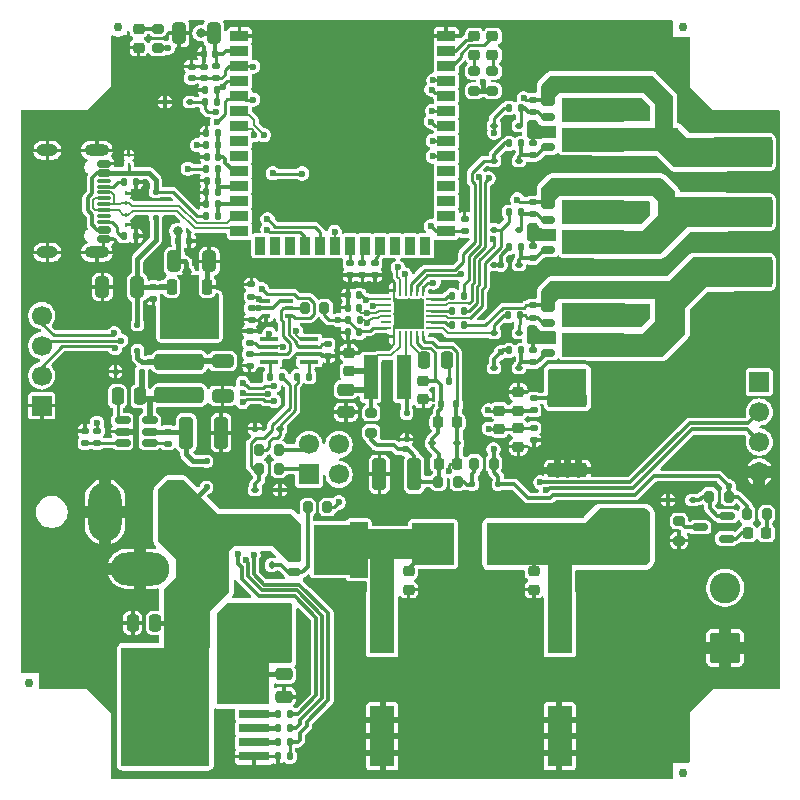
<source format=gbr>
%TF.GenerationSoftware,KiCad,Pcbnew,9.0.6-9.0.6~ubuntu24.04.1*%
%TF.CreationDate,2025-12-14T15:25:01+01:00*%
%TF.ProjectId,MCM-81349,4d434d2d-3831-4333-9439-2e6b69636164,rev?*%
%TF.SameCoordinates,Original*%
%TF.FileFunction,Copper,L1,Top*%
%TF.FilePolarity,Positive*%
%FSLAX46Y46*%
G04 Gerber Fmt 4.6, Leading zero omitted, Abs format (unit mm)*
G04 Created by KiCad (PCBNEW 9.0.6-9.0.6~ubuntu24.04.1) date 2025-12-14 15:25:01*
%MOMM*%
%LPD*%
G01*
G04 APERTURE LIST*
G04 Aperture macros list*
%AMRoundRect*
0 Rectangle with rounded corners*
0 $1 Rounding radius*
0 $2 $3 $4 $5 $6 $7 $8 $9 X,Y pos of 4 corners*
0 Add a 4 corners polygon primitive as box body*
4,1,4,$2,$3,$4,$5,$6,$7,$8,$9,$2,$3,0*
0 Add four circle primitives for the rounded corners*
1,1,$1+$1,$2,$3*
1,1,$1+$1,$4,$5*
1,1,$1+$1,$6,$7*
1,1,$1+$1,$8,$9*
0 Add four rect primitives between the rounded corners*
20,1,$1+$1,$2,$3,$4,$5,0*
20,1,$1+$1,$4,$5,$6,$7,0*
20,1,$1+$1,$6,$7,$8,$9,0*
20,1,$1+$1,$8,$9,$2,$3,0*%
%AMFreePoly0*
4,1,9,3.862500,-0.866500,0.737500,-0.866500,0.737500,-0.450000,-0.737500,-0.450000,-0.737500,0.450000,0.737500,0.450000,0.737500,0.866500,3.862500,0.866500,3.862500,-0.866500,3.862500,-0.866500,$1*%
%AMFreePoly1*
4,1,9,3.250000,0.285000,2.050000,0.285000,2.050000,-0.285000,3.250000,-0.285000,3.250000,-0.985000,-2.050000,-0.985000,-2.050000,0.985000,3.250000,0.985000,3.250000,0.285000,3.250000,0.285000,$1*%
%AMFreePoly2*
4,1,9,2.975000,-2.350000,1.425000,-2.350000,1.425000,-2.100000,-1.650000,-2.100000,-1.650000,2.100000,1.425000,2.100000,1.425000,2.350000,2.975000,2.350000,2.975000,-2.350000,2.975000,-2.350000,$1*%
G04 Aperture macros list end*
%TA.AperFunction,Conductor*%
%ADD10C,0.500000*%
%TD*%
%TA.AperFunction,Conductor*%
%ADD11C,1.000000*%
%TD*%
%TA.AperFunction,Conductor*%
%ADD12C,0.600000*%
%TD*%
%TA.AperFunction,SMDPad,CuDef*%
%ADD13RoundRect,0.112500X-0.187500X-0.112500X0.187500X-0.112500X0.187500X0.112500X-0.187500X0.112500X0*%
%TD*%
%TA.AperFunction,SMDPad,CuDef*%
%ADD14RoundRect,0.200000X-0.275000X0.200000X-0.275000X-0.200000X0.275000X-0.200000X0.275000X0.200000X0*%
%TD*%
%TA.AperFunction,SMDPad,CuDef*%
%ADD15RoundRect,0.112500X0.187500X0.112500X-0.187500X0.112500X-0.187500X-0.112500X0.187500X-0.112500X0*%
%TD*%
%TA.AperFunction,SMDPad,CuDef*%
%ADD16RoundRect,0.135000X0.185000X-0.135000X0.185000X0.135000X-0.185000X0.135000X-0.185000X-0.135000X0*%
%TD*%
%TA.AperFunction,SMDPad,CuDef*%
%ADD17RoundRect,0.135000X-0.135000X-0.185000X0.135000X-0.185000X0.135000X0.185000X-0.135000X0.185000X0*%
%TD*%
%TA.AperFunction,SMDPad,CuDef*%
%ADD18RoundRect,0.250000X0.325000X1.100000X-0.325000X1.100000X-0.325000X-1.100000X0.325000X-1.100000X0*%
%TD*%
%TA.AperFunction,SMDPad,CuDef*%
%ADD19RoundRect,0.200000X0.275000X-0.200000X0.275000X0.200000X-0.275000X0.200000X-0.275000X-0.200000X0*%
%TD*%
%TA.AperFunction,SMDPad,CuDef*%
%ADD20C,0.750000*%
%TD*%
%TA.AperFunction,SMDPad,CuDef*%
%ADD21RoundRect,0.225000X0.250000X-0.225000X0.250000X0.225000X-0.250000X0.225000X-0.250000X-0.225000X0*%
%TD*%
%TA.AperFunction,SMDPad,CuDef*%
%ADD22R,2.600000X0.800000*%
%TD*%
%TA.AperFunction,SMDPad,CuDef*%
%ADD23R,2.600000X4.400000*%
%TD*%
%TA.AperFunction,SMDPad,CuDef*%
%ADD24R,7.410000X10.000000*%
%TD*%
%TA.AperFunction,SMDPad,CuDef*%
%ADD25R,2.108200X5.156200*%
%TD*%
%TA.AperFunction,SMDPad,CuDef*%
%ADD26RoundRect,0.218750X-0.256250X0.218750X-0.256250X-0.218750X0.256250X-0.218750X0.256250X0.218750X0*%
%TD*%
%TA.AperFunction,SMDPad,CuDef*%
%ADD27RoundRect,0.218750X0.256250X-0.218750X0.256250X0.218750X-0.256250X0.218750X-0.256250X-0.218750X0*%
%TD*%
%TA.AperFunction,ComponentPad*%
%ADD28R,1.700000X1.700000*%
%TD*%
%TA.AperFunction,ComponentPad*%
%ADD29C,1.700000*%
%TD*%
%TA.AperFunction,SMDPad,CuDef*%
%ADD30R,1.600000X0.300000*%
%TD*%
%TA.AperFunction,SMDPad,CuDef*%
%ADD31RoundRect,0.135000X0.135000X0.185000X-0.135000X0.185000X-0.135000X-0.185000X0.135000X-0.185000X0*%
%TD*%
%TA.AperFunction,SMDPad,CuDef*%
%ADD32RoundRect,0.200000X0.200000X0.275000X-0.200000X0.275000X-0.200000X-0.275000X0.200000X-0.275000X0*%
%TD*%
%TA.AperFunction,SMDPad,CuDef*%
%ADD33RoundRect,0.112500X0.112500X-0.187500X0.112500X0.187500X-0.112500X0.187500X-0.112500X-0.187500X0*%
%TD*%
%TA.AperFunction,SMDPad,CuDef*%
%ADD34RoundRect,0.225000X-0.250000X0.225000X-0.250000X-0.225000X0.250000X-0.225000X0.250000X0.225000X0*%
%TD*%
%TA.AperFunction,ComponentPad*%
%ADD35RoundRect,0.250000X2.250000X-1.050000X2.250000X1.050000X-2.250000X1.050000X-2.250000X-1.050000X0*%
%TD*%
%TA.AperFunction,SMDPad,CuDef*%
%ADD36RoundRect,0.125000X-0.125000X0.125000X-0.125000X-0.125000X0.125000X-0.125000X0.125000X0.125000X0*%
%TD*%
%TA.AperFunction,SMDPad,CuDef*%
%ADD37RoundRect,0.200000X-0.200000X-0.275000X0.200000X-0.275000X0.200000X0.275000X-0.200000X0.275000X0*%
%TD*%
%TA.AperFunction,SMDPad,CuDef*%
%ADD38RoundRect,0.140000X-0.140000X-0.170000X0.140000X-0.170000X0.140000X0.170000X-0.140000X0.170000X0*%
%TD*%
%TA.AperFunction,SMDPad,CuDef*%
%ADD39RoundRect,0.062500X0.350000X0.062500X-0.350000X0.062500X-0.350000X-0.062500X0.350000X-0.062500X0*%
%TD*%
%TA.AperFunction,SMDPad,CuDef*%
%ADD40RoundRect,0.062500X0.062500X0.350000X-0.062500X0.350000X-0.062500X-0.350000X0.062500X-0.350000X0*%
%TD*%
%TA.AperFunction,HeatsinkPad*%
%ADD41C,0.500000*%
%TD*%
%TA.AperFunction,HeatsinkPad*%
%ADD42R,2.600000X2.600000*%
%TD*%
%TA.AperFunction,SMDPad,CuDef*%
%ADD43RoundRect,0.250000X-0.475000X0.250000X-0.475000X-0.250000X0.475000X-0.250000X0.475000X0.250000X0*%
%TD*%
%TA.AperFunction,SMDPad,CuDef*%
%ADD44RoundRect,0.135000X-0.185000X0.135000X-0.185000X-0.135000X0.185000X-0.135000X0.185000X0.135000X0*%
%TD*%
%TA.AperFunction,SMDPad,CuDef*%
%ADD45RoundRect,0.140000X0.170000X-0.140000X0.170000X0.140000X-0.170000X0.140000X-0.170000X-0.140000X0*%
%TD*%
%TA.AperFunction,SMDPad,CuDef*%
%ADD46RoundRect,0.140000X0.140000X0.170000X-0.140000X0.170000X-0.140000X-0.170000X0.140000X-0.170000X0*%
%TD*%
%TA.AperFunction,SMDPad,CuDef*%
%ADD47RoundRect,0.250000X0.250000X0.475000X-0.250000X0.475000X-0.250000X-0.475000X0.250000X-0.475000X0*%
%TD*%
%TA.AperFunction,SMDPad,CuDef*%
%ADD48RoundRect,0.225000X-0.225000X0.425000X-0.225000X-0.425000X0.225000X-0.425000X0.225000X0.425000X0*%
%TD*%
%TA.AperFunction,SMDPad,CuDef*%
%ADD49FreePoly0,270.000000*%
%TD*%
%TA.AperFunction,SMDPad,CuDef*%
%ADD50R,1.500000X0.900000*%
%TD*%
%TA.AperFunction,SMDPad,CuDef*%
%ADD51R,0.900000X1.500000*%
%TD*%
%TA.AperFunction,SMDPad,CuDef*%
%ADD52R,4.000000X4.000000*%
%TD*%
%TA.AperFunction,SMDPad,CuDef*%
%ADD53RoundRect,0.150000X-0.425000X0.150000X-0.425000X-0.150000X0.425000X-0.150000X0.425000X0.150000X0*%
%TD*%
%TA.AperFunction,SMDPad,CuDef*%
%ADD54RoundRect,0.075000X-0.500000X0.075000X-0.500000X-0.075000X0.500000X-0.075000X0.500000X0.075000X0*%
%TD*%
%TA.AperFunction,HeatsinkPad*%
%ADD55O,2.100000X1.000000*%
%TD*%
%TA.AperFunction,HeatsinkPad*%
%ADD56O,1.800000X1.000000*%
%TD*%
%TA.AperFunction,SMDPad,CuDef*%
%ADD57RoundRect,0.125000X-0.125000X-0.125000X0.125000X-0.125000X0.125000X0.125000X-0.125000X0.125000X0*%
%TD*%
%TA.AperFunction,SMDPad,CuDef*%
%ADD58RoundRect,0.250000X0.325000X0.650000X-0.325000X0.650000X-0.325000X-0.650000X0.325000X-0.650000X0*%
%TD*%
%TA.AperFunction,ComponentPad*%
%ADD59RoundRect,0.250000X1.050000X-1.050000X1.050000X1.050000X-1.050000X1.050000X-1.050000X-1.050000X0*%
%TD*%
%TA.AperFunction,ComponentPad*%
%ADD60C,2.600000*%
%TD*%
%TA.AperFunction,SMDPad,CuDef*%
%ADD61R,3.600000X3.600000*%
%TD*%
%TA.AperFunction,SMDPad,CuDef*%
%ADD62RoundRect,0.112500X-0.112500X-0.237500X0.112500X-0.237500X0.112500X0.237500X-0.112500X0.237500X0*%
%TD*%
%TA.AperFunction,SMDPad,CuDef*%
%ADD63RoundRect,0.250000X-1.425000X0.362500X-1.425000X-0.362500X1.425000X-0.362500X1.425000X0.362500X0*%
%TD*%
%TA.AperFunction,SMDPad,CuDef*%
%ADD64RoundRect,0.125000X0.125000X0.125000X-0.125000X0.125000X-0.125000X-0.125000X0.125000X-0.125000X0*%
%TD*%
%TA.AperFunction,SMDPad,CuDef*%
%ADD65RoundRect,0.140000X-0.170000X0.140000X-0.170000X-0.140000X0.170000X-0.140000X0.170000X0.140000X0*%
%TD*%
%TA.AperFunction,SMDPad,CuDef*%
%ADD66RoundRect,0.250000X-0.250000X-0.475000X0.250000X-0.475000X0.250000X0.475000X-0.250000X0.475000X0*%
%TD*%
%TA.AperFunction,SMDPad,CuDef*%
%ADD67RoundRect,0.250000X-0.325000X-0.650000X0.325000X-0.650000X0.325000X0.650000X-0.325000X0.650000X0*%
%TD*%
%TA.AperFunction,SMDPad,CuDef*%
%ADD68RoundRect,0.062500X-0.062500X0.117500X-0.062500X-0.117500X0.062500X-0.117500X0.062500X0.117500X0*%
%TD*%
%TA.AperFunction,SMDPad,CuDef*%
%ADD69RoundRect,0.175000X-0.400000X0.175000X-0.400000X-0.175000X0.400000X-0.175000X0.400000X0.175000X0*%
%TD*%
%TA.AperFunction,SMDPad,CuDef*%
%ADD70FreePoly1,0.000000*%
%TD*%
%TA.AperFunction,SMDPad,CuDef*%
%ADD71RoundRect,0.100000X-0.225000X-0.100000X0.225000X-0.100000X0.225000X0.100000X-0.225000X0.100000X0*%
%TD*%
%TA.AperFunction,SMDPad,CuDef*%
%ADD72RoundRect,0.062500X0.062500X-0.117500X0.062500X0.117500X-0.062500X0.117500X-0.062500X-0.117500X0*%
%TD*%
%TA.AperFunction,SMDPad,CuDef*%
%ADD73RoundRect,0.350000X1.750000X0.350000X-1.750000X0.350000X-1.750000X-0.350000X1.750000X-0.350000X0*%
%TD*%
%TA.AperFunction,SMDPad,CuDef*%
%ADD74RoundRect,0.150000X-0.512500X-0.150000X0.512500X-0.150000X0.512500X0.150000X-0.512500X0.150000X0*%
%TD*%
%TA.AperFunction,SMDPad,CuDef*%
%ADD75RoundRect,0.250000X-0.650000X0.325000X-0.650000X-0.325000X0.650000X-0.325000X0.650000X0.325000X0*%
%TD*%
%TA.AperFunction,SMDPad,CuDef*%
%ADD76RoundRect,0.150000X0.512500X0.150000X-0.512500X0.150000X-0.512500X-0.150000X0.512500X-0.150000X0*%
%TD*%
%TA.AperFunction,SMDPad,CuDef*%
%ADD77FreePoly2,0.000000*%
%TD*%
%TA.AperFunction,SMDPad,CuDef*%
%ADD78RoundRect,0.225000X-0.225000X-0.250000X0.225000X-0.250000X0.225000X0.250000X-0.225000X0.250000X0*%
%TD*%
%TA.AperFunction,SMDPad,CuDef*%
%ADD79R,1.200000X3.700000*%
%TD*%
%TA.AperFunction,SMDPad,CuDef*%
%ADD80RoundRect,0.218750X-0.218750X-0.256250X0.218750X-0.256250X0.218750X0.256250X-0.218750X0.256250X0*%
%TD*%
%TA.AperFunction,ComponentPad*%
%ADD81RoundRect,1.400000X-0.000010X1.350000X-0.000010X-1.350000X0.000010X-1.350000X0.000010X1.350000X0*%
%TD*%
%TA.AperFunction,ComponentPad*%
%ADD82RoundRect,1.400000X-0.000010X1.100000X-0.000010X-1.100000X0.000010X-1.100000X0.000010X1.100000X0*%
%TD*%
%TA.AperFunction,ComponentPad*%
%ADD83RoundRect,1.400000X-1.100000X-0.000010X1.100000X-0.000010X1.100000X0.000010X-1.100000X0.000010X0*%
%TD*%
%TA.AperFunction,SMDPad,CuDef*%
%ADD84RoundRect,0.125000X0.125000X-0.125000X0.125000X0.125000X-0.125000X0.125000X-0.125000X-0.125000X0*%
%TD*%
%TA.AperFunction,SMDPad,CuDef*%
%ADD85RoundRect,0.250000X-0.325000X-1.100000X0.325000X-1.100000X0.325000X1.100000X-0.325000X1.100000X0*%
%TD*%
%TA.AperFunction,ViaPad*%
%ADD86C,0.600000*%
%TD*%
%TA.AperFunction,ViaPad*%
%ADD87C,0.800000*%
%TD*%
%TA.AperFunction,Conductor*%
%ADD88C,0.400000*%
%TD*%
%TA.AperFunction,Conductor*%
%ADD89C,0.250000*%
%TD*%
%TA.AperFunction,Conductor*%
%ADD90C,0.200000*%
%TD*%
%TA.AperFunction,Conductor*%
%ADD91C,0.350000*%
%TD*%
%TA.AperFunction,Conductor*%
%ADD92C,0.300000*%
%TD*%
%TA.AperFunction,Conductor*%
%ADD93C,0.190000*%
%TD*%
%TA.AperFunction,Conductor*%
%ADD94C,2.000000*%
%TD*%
%TA.AperFunction,Conductor*%
%ADD95C,2.500000*%
%TD*%
G04 APERTURE END LIST*
D10*
%TO.N,GND*%
X89100000Y-107400000D02*
X93200000Y-107400000D01*
D11*
X118100000Y-98500000D02*
X121900000Y-98500000D01*
X122900000Y-83250000D02*
X122900000Y-85300000D01*
X120000000Y-100400000D02*
X120000000Y-96800000D01*
D10*
X104050000Y-107400000D02*
X108150000Y-107400000D01*
X104050000Y-106000000D02*
X108150000Y-106000000D01*
D12*
X107550000Y-83750000D02*
X107550000Y-82312500D01*
D11*
X67500000Y-90000000D02*
X67500000Y-84000000D01*
D10*
X89100000Y-104600000D02*
X93200000Y-104600000D01*
D11*
X67150000Y-91800000D02*
X71250000Y-91800000D01*
X70500000Y-93950000D02*
X70500000Y-89850000D01*
D12*
X106650000Y-83750000D02*
X106650000Y-82312500D01*
D10*
X91000000Y-109100000D02*
X91000000Y-103000000D01*
X89100000Y-106000000D02*
X93200000Y-106000000D01*
D11*
X65450000Y-87000000D02*
X69550000Y-87000000D01*
D10*
X104050000Y-104600000D02*
X108150000Y-104600000D01*
D12*
X105750000Y-83750000D02*
X105750000Y-82312500D01*
D10*
X105950000Y-109100000D02*
X105950000Y-103000000D01*
D12*
X104700000Y-83462500D02*
X108550000Y-83462500D01*
D11*
X121600000Y-83600000D02*
X124150000Y-83600000D01*
%TD*%
D13*
%TO.P,D6,1,K*%
%TO.N,HS_V*%
X100450000Y-63100000D03*
%TO.P,D6,2,A*%
%TO.N,Net-(D6-A)*%
X102550000Y-63100000D03*
%TD*%
D14*
%TO.P,R12,1*%
%TO.N,Net-(U4-VS)*%
X90050000Y-78625000D03*
%TO.P,R12,2*%
%TO.N,Net-(D25-A)*%
X90050000Y-80275000D03*
%TD*%
D13*
%TO.P,D20,1,K*%
%TO.N,LS_U*%
X100450000Y-57300000D03*
%TO.P,D20,2,A*%
%TO.N,Net-(D20-A)*%
X102550000Y-57300000D03*
%TD*%
D15*
%TO.P,D4,1,K*%
%TO.N,Net-(D4-K)*%
X74700000Y-52300000D03*
%TO.P,D4,2,A*%
%TO.N,GND*%
X72600000Y-52300000D03*
%TD*%
D16*
%TO.P,R48,1*%
%TO.N,Net-(U4-IS_P)*%
X103800000Y-78410000D03*
%TO.P,R48,2*%
%TO.N,Net-(Q1B-S)*%
X103800000Y-77390000D03*
%TD*%
D17*
%TO.P,R45,1*%
%TO.N,LS_V*%
X101690000Y-64600000D03*
%TO.P,R45,2*%
%TO.N,Net-(D21-A)*%
X102710000Y-64600000D03*
%TD*%
D16*
%TO.P,R4,1*%
%TO.N,Net-(U2-FB)*%
X66850000Y-81160000D03*
%TO.P,R4,2*%
%TO.N,Net-(D3-A)*%
X66850000Y-80140000D03*
%TD*%
%TO.P,R36,1*%
%TO.N,Net-(D20-A)*%
X103700000Y-56800000D03*
%TO.P,R36,2*%
%TO.N,Net-(Q1B-S)*%
X103700000Y-55780000D03*
%TD*%
D18*
%TO.P,C21,1*%
%TO.N,Net-(D25-A)*%
X93675000Y-83800000D03*
%TO.P,C21,2*%
%TO.N,GND*%
X90725000Y-83800000D03*
%TD*%
D19*
%TO.P,R58,1*%
%TO.N,GND*%
X116100000Y-89425000D03*
%TO.P,R58,2*%
%TO.N,Net-(Q8-E)*%
X116100000Y-87775000D03*
%TD*%
D20*
%TO.P,FID4,*%
%TO.N,*%
X68600000Y-45900000D03*
%TD*%
D21*
%TO.P,C23,1*%
%TO.N,Net-(U4-VS)*%
X88150000Y-75075000D03*
%TO.P,C23,2*%
%TO.N,GND*%
X88150000Y-73525000D03*
%TD*%
D22*
%TO.P,U7,1,GND*%
%TO.N,GND*%
X80135000Y-107700000D03*
%TO.P,U7,2,IS*%
%TO.N,Net-(U7-IS)*%
X80135000Y-106500000D03*
%TO.P,U7,3,IN*%
%TO.N,Net-(U7-IN)*%
X80135000Y-105300000D03*
%TO.P,U7,4,DEN*%
%TO.N,Net-(U7-DEN)*%
X80135000Y-104100000D03*
D23*
%TO.P,U7,5,OUT*%
%TO.N,VBUS*%
X80135000Y-101100000D03*
D24*
%TO.P,U7,9,VS*%
%TO.N,VS*%
X72600000Y-103500000D03*
%TD*%
D25*
%TO.P,C32,1*%
%TO.N,Net-(C32-Pad1)*%
X90990000Y-96429800D03*
%TO.P,C32,2*%
%TO.N,GND*%
X90990000Y-105980200D03*
%TD*%
D26*
%TO.P,D10,1,K*%
%TO.N,LED2*%
X98780610Y-46742990D03*
%TO.P,D10,2,A*%
%TO.N,Net-(D10-A)*%
X98780610Y-48317990D03*
%TD*%
D17*
%TO.P,R43,1*%
%TO.N,HS_V*%
X101690000Y-61600000D03*
%TO.P,R43,2*%
%TO.N,Net-(D6-A)*%
X102710000Y-61600000D03*
%TD*%
%TO.P,R20,1*%
%TO.N,Net-(D17-A1)*%
X83790000Y-75555000D03*
%TO.P,R20,2*%
%TO.N,Net-(U6-B2)*%
X84810000Y-75555000D03*
%TD*%
D27*
%TO.P,D1,1,K*%
%TO.N,GND*%
X70350000Y-47687500D03*
%TO.P,D1,2,A*%
%TO.N,Net-(D1-A)*%
X70350000Y-46112500D03*
%TD*%
D17*
%TO.P,R24,1*%
%TO.N,VS*%
X76080000Y-57950000D03*
%TO.P,R24,2*%
%TO.N,MEAS_VS*%
X77100000Y-57950000D03*
%TD*%
D28*
%TO.P,J1,1,Pin_1*%
%TO.N,GND*%
X62150000Y-78000000D03*
D29*
%TO.P,J1,2,Pin_2*%
%TO.N,Net-(J1-Pin_2)*%
X62150000Y-75460000D03*
%TO.P,J1,3,Pin_3*%
%TO.N,Net-(J1-Pin_3)*%
X62150000Y-72920000D03*
%TO.P,J1,4,Pin_4*%
%TO.N,VDDA*%
X62150000Y-70380000D03*
%TD*%
D28*
%TO.P,J7,1,Pin_1*%
%TO.N,VBUS*%
X122900000Y-76000000D03*
D29*
%TO.P,J7,2,Pin_2*%
%TO.N,TXD_CPU*%
X122900000Y-78540000D03*
%TO.P,J7,3,Pin_3*%
%TO.N,RXD_CPU*%
X122900000Y-81080000D03*
%TO.P,J7,4,Pin_4*%
%TO.N,GND*%
X122900000Y-83620000D03*
%TD*%
D30*
%TO.P,U6,1,B2*%
%TO.N,Net-(U6-B2)*%
X84800000Y-74300000D03*
%TO.P,U6,2,GND*%
%TO.N,GND*%
X84800000Y-73650000D03*
%TO.P,U6,3,VCCA*%
%TO.N,+3.3V*%
X84800000Y-73000000D03*
%TO.P,U6,4,A2*%
%TO.N,TXD_MCM*%
X84800000Y-72350000D03*
%TO.P,U6,5,A1*%
%TO.N,RXD_MCM*%
X81400000Y-72350000D03*
%TO.P,U6,6,OE*%
%TO.N,UART_OE*%
X81400000Y-73000000D03*
%TO.P,U6,7,VCCB*%
%TO.N,Net-(U3-D)*%
X81400000Y-73650000D03*
%TO.P,U6,8,B1*%
%TO.N,Net-(U6-B1)*%
X81400000Y-74300000D03*
%TD*%
D17*
%TO.P,R40,1*%
%TO.N,U*%
X96890000Y-68700000D03*
%TO.P,R40,2*%
%TO.N,PH_U*%
X97910000Y-68700000D03*
%TD*%
%TO.P,R49,1*%
%TO.N,HS_W*%
X101640000Y-70350000D03*
%TO.P,R49,2*%
%TO.N,Net-(D19-A)*%
X102660000Y-70350000D03*
%TD*%
D31*
%TO.P,R27,1*%
%TO.N,MEAS_VUSB*%
X77100000Y-60950000D03*
%TO.P,R27,2*%
%TO.N,GND*%
X76080000Y-60950000D03*
%TD*%
D32*
%TO.P,R29,1*%
%TO.N,Net-(D14-K)*%
X97375000Y-84450000D03*
%TO.P,R29,2*%
%TO.N,Net-(D25-A)*%
X95725000Y-84450000D03*
%TD*%
D33*
%TO.P,D16,1,K*%
%TO.N,Net-(D16-K)*%
X81600000Y-91500000D03*
%TO.P,D16,2,A*%
%TO.N,VS*%
X81600000Y-89400000D03*
%TD*%
D34*
%TO.P,C28,1*%
%TO.N,Net-(U4-IS_N)*%
X102500000Y-79925000D03*
%TO.P,C28,2*%
%TO.N,GND*%
X102500000Y-81475000D03*
%TD*%
%TO.P,C31,1*%
%TO.N,VMOTOR*%
X103800000Y-92025000D03*
%TO.P,C31,2*%
%TO.N,GND*%
X103800000Y-93575000D03*
%TD*%
D35*
%TO.P,J8,1,Pin_1*%
%TO.N,PH_W*%
X121500000Y-66700000D03*
%TO.P,J8,2,Pin_2*%
%TO.N,PH_V*%
X121500000Y-61620000D03*
%TO.P,J8,3,Pin_3*%
%TO.N,PH_U*%
X121500000Y-56540000D03*
%TD*%
D36*
%TO.P,D9,1,K*%
%TO.N,Net-(D9-K)*%
X76100000Y-82700000D03*
%TO.P,D9,2,A*%
%TO.N,VS*%
X76100000Y-84900000D03*
%TD*%
D17*
%TO.P,R41,1*%
%TO.N,Net-(J5-CC1)*%
X69090000Y-59050000D03*
%TO.P,R41,2*%
%TO.N,GND*%
X70110000Y-59050000D03*
%TD*%
D37*
%TO.P,R57,1*%
%TO.N,Net-(D5-K)*%
X118675000Y-85700000D03*
%TO.P,R57,2*%
%TO.N,VBUS*%
X120325000Y-85700000D03*
%TD*%
D16*
%TO.P,R38,1*%
%TO.N,Net-(D24-A)*%
X103700000Y-53110000D03*
%TO.P,R38,2*%
%TO.N,PH_U*%
X103700000Y-52090000D03*
%TD*%
D38*
%TO.P,C4,1*%
%TO.N,GND*%
X76120000Y-56950000D03*
%TO.P,C4,2*%
%TO.N,MEAS_VBUS*%
X77080000Y-56950000D03*
%TD*%
D39*
%TO.P,U4,1,HS_W*%
%TO.N,HS_W*%
X95137500Y-71450000D03*
%TO.P,U4,2,W*%
%TO.N,W*%
X95137500Y-70950000D03*
%TO.P,U4,3,HS_V*%
%TO.N,HS_V*%
X95137500Y-70450000D03*
%TO.P,U4,4,V*%
%TO.N,V*%
X95137500Y-69950000D03*
%TO.P,U4,5,HS_U*%
%TO.N,HS_U*%
X95137500Y-69450000D03*
%TO.P,U4,6,U*%
%TO.N,U*%
X95137500Y-68950000D03*
D40*
%TO.P,U4,7,LS_W*%
%TO.N,LS_W*%
X94450000Y-68262500D03*
%TO.P,U4,8,LS_V*%
%TO.N,LS_V*%
X93950000Y-68262500D03*
%TO.P,U4,9,LS_U*%
%TO.N,LS_U*%
X93450000Y-68262500D03*
%TO.P,U4,10,IS_P*%
%TO.N,Net-(U4-IS_P)*%
X92950000Y-68262500D03*
%TO.P,U4,11,IS_N*%
%TO.N,Net-(U4-IS_N)*%
X92450000Y-68262500D03*
%TO.P,U4,12,GND*%
%TO.N,GND*%
X91950000Y-68262500D03*
D39*
%TO.P,U4,13,COMM*%
%TO.N,RXD_QFN24*%
X91262500Y-68950000D03*
%TO.P,U4,14,IO0*%
%TO.N,TXD_QFN24*%
X91262500Y-69450000D03*
%TO.P,U4,15,IO1*%
%TO.N,Net-(J1-Pin_3)*%
X91262500Y-69950000D03*
%TO.P,U4,16,IO2*%
%TO.N,Net-(J1-Pin_2)*%
X91262500Y-70450000D03*
%TO.P,U4,17,IO3*%
%TO.N,unconnected-(U4-IO3-Pad17)*%
X91262500Y-70950000D03*
%TO.P,U4,18,3V3*%
%TO.N,VDDA*%
X91262500Y-71450000D03*
D40*
%TO.P,U4,19,GND*%
%TO.N,GND*%
X91950000Y-72137500D03*
%TO.P,U4,20,VS*%
%TO.N,Net-(U4-VS)*%
X92450000Y-72137500D03*
%TO.P,U4,21,DCDC*%
%TO.N,Net-(D15-K)*%
X92950000Y-72137500D03*
%TO.P,U4,22,CPDRV*%
%TO.N,Net-(U4-CPDRV)*%
X93450000Y-72137500D03*
%TO.P,U4,23,VSM*%
%TO.N,Net-(D25-A)*%
X93950000Y-72137500D03*
%TO.P,U4,24,VBOOST*%
%TO.N,VBOOST*%
X94450000Y-72137500D03*
D41*
%TO.P,U4,25,EXP*%
%TO.N,GND*%
X94250000Y-71250000D03*
X94250000Y-70200000D03*
X94250000Y-69150000D03*
X93200000Y-71250000D03*
X93200000Y-70200000D03*
D42*
X93200000Y-70200000D03*
D41*
X93200000Y-69150000D03*
X92150000Y-71250000D03*
X92150000Y-70200000D03*
X92150000Y-69150000D03*
%TD*%
D43*
%TO.P,C18,1*%
%TO.N,VBUS*%
X82645000Y-100750000D03*
%TO.P,C18,2*%
%TO.N,GND*%
X82645000Y-102650000D03*
%TD*%
D17*
%TO.P,R50,1*%
%TO.N,W*%
X96890000Y-71200000D03*
%TO.P,R50,2*%
%TO.N,PH_W*%
X97910000Y-71200000D03*
%TD*%
D25*
%TO.P,C30,1*%
%TO.N,VMOTOR*%
X105990000Y-96429800D03*
%TO.P,C30,2*%
%TO.N,GND*%
X105990000Y-105980200D03*
%TD*%
D44*
%TO.P,R54,1*%
%TO.N,Net-(U4-IS_N)*%
X103800000Y-79890000D03*
%TO.P,R54,2*%
%TO.N,GND*%
X103800000Y-80910000D03*
%TD*%
D16*
%TO.P,R13,1*%
%TO.N,/MCM/BTL_IO0*%
X97950000Y-63220000D03*
%TO.P,R13,2*%
%TO.N,GND*%
X97950000Y-62200000D03*
%TD*%
D45*
%TO.P,C17,1*%
%TO.N,EN*%
X74836800Y-50250000D03*
%TO.P,C17,2*%
%TO.N,GND*%
X74836800Y-49290000D03*
%TD*%
D34*
%TO.P,C26,1*%
%TO.N,Net-(U4-IS_P)*%
X100900000Y-78425000D03*
%TO.P,C26,2*%
%TO.N,Net-(U4-IS_N)*%
X100900000Y-79975000D03*
%TD*%
D13*
%TO.P,D22,1,K*%
%TO.N,LS_W*%
X100450000Y-74830000D03*
%TO.P,D22,2,A*%
%TO.N,Net-(D22-A)*%
X102550000Y-74830000D03*
%TD*%
D43*
%TO.P,C20,1*%
%TO.N,Net-(U4-VS)*%
X87900000Y-76650000D03*
%TO.P,C20,2*%
%TO.N,GND*%
X87900000Y-78550000D03*
%TD*%
D31*
%TO.P,R25,1*%
%TO.N,MEAS_VS*%
X77100000Y-59950000D03*
%TO.P,R25,2*%
%TO.N,GND*%
X76080000Y-59950000D03*
%TD*%
D20*
%TO.P,FID1,*%
%TO.N,*%
X116400000Y-45900000D03*
%TD*%
D13*
%TO.P,D18,1,A1*%
%TO.N,Net-(D18-A1)*%
X80200000Y-85150000D03*
%TO.P,D18,2,A2*%
%TO.N,GND*%
X82300000Y-85150000D03*
%TD*%
D46*
%TO.P,C13,1*%
%TO.N,+3.3V*%
X76840800Y-48238000D03*
%TO.P,C13,2*%
%TO.N,GND*%
X75880800Y-48238000D03*
%TD*%
D47*
%TO.P,C36,1*%
%TO.N,Net-(D27-COM)*%
X96450000Y-74150000D03*
%TO.P,C36,2*%
%TO.N,Net-(U4-CPDRV)*%
X94550000Y-74150000D03*
%TD*%
D48*
%TO.P,U1,1,GND*%
%TO.N,GND*%
X76150000Y-67960900D03*
D49*
%TO.P,U1,2,VO*%
%TO.N,+3.3V*%
X74650000Y-68048400D03*
D48*
%TO.P,U1,3,VI*%
%TO.N,+5V*%
X73150000Y-67960900D03*
%TD*%
D17*
%TO.P,R31,1*%
%TO.N,LS_U*%
X101700000Y-55800000D03*
%TO.P,R31,2*%
%TO.N,Net-(D20-A)*%
X102720000Y-55800000D03*
%TD*%
D32*
%TO.P,R28,1*%
%TO.N,TXD_CPU*%
X82225000Y-83350000D03*
%TO.P,R28,2*%
%TO.N,Net-(D18-A1)*%
X80575000Y-83350000D03*
%TD*%
D17*
%TO.P,R22,1*%
%TO.N,VBUS*%
X76090000Y-55950000D03*
%TO.P,R22,2*%
%TO.N,MEAS_VBUS*%
X77110000Y-55950000D03*
%TD*%
D14*
%TO.P,R1,1*%
%TO.N,Net-(D1-A)*%
X71950000Y-46075000D03*
%TO.P,R1,2*%
%TO.N,+3.3V*%
X71950000Y-47725000D03*
%TD*%
D20*
%TO.P,FID2,*%
%TO.N,*%
X61050000Y-101450000D03*
%TD*%
D47*
%TO.P,C34,1*%
%TO.N,VS*%
X71750000Y-96400000D03*
%TO.P,C34,2*%
%TO.N,GND*%
X69850000Y-96400000D03*
%TD*%
D50*
%TO.P,U5,1,GND*%
%TO.N,GND*%
X78882800Y-46706000D03*
%TO.P,U5,2,3V3*%
%TO.N,+3.3V*%
X78882800Y-47976000D03*
%TO.P,U5,3,EN*%
%TO.N,EN*%
X78882800Y-49246000D03*
%TO.P,U5,4,IO4*%
%TO.N,SLAVE_CUR*%
X78882800Y-50516000D03*
%TO.P,U5,5,IO5*%
%TO.N,SLAVE_PWR*%
X78882800Y-51786000D03*
%TO.P,U5,6,IO6*%
%TO.N,RXD_MCM*%
X78882800Y-53056000D03*
%TO.P,U5,7,IO7*%
%TO.N,TXD_MCM*%
X78882800Y-54326000D03*
%TO.P,U5,8,IO15*%
%TO.N,unconnected-(U5-IO15-Pad8)*%
X78882800Y-55596000D03*
%TO.P,U5,9,IO16*%
%TO.N,unconnected-(U5-IO16-Pad9)*%
X78882800Y-56866000D03*
%TO.P,U5,10,IO17*%
%TO.N,MEAS_VBUS*%
X78882800Y-58136000D03*
%TO.P,U5,11,IO18*%
%TO.N,MEAS_VS*%
X78882800Y-59406000D03*
%TO.P,U5,12,IO8*%
%TO.N,MEAS_VUSB*%
X78882800Y-60676000D03*
%TO.P,U5,13,IO19*%
%TO.N,USB_D-*%
X78882800Y-61946000D03*
%TO.P,U5,14,IO20*%
%TO.N,USB_D+*%
X78882800Y-63216000D03*
D51*
%TO.P,U5,15,IO3*%
%TO.N,unconnected-(U5-IO3-Pad15)*%
X80647800Y-64466000D03*
%TO.P,U5,16,IO46*%
%TO.N,unconnected-(U5-IO46-Pad16)*%
X81917800Y-64466000D03*
%TO.P,U5,17,IO9*%
%TO.N,unconnected-(U5-IO9-Pad17)*%
X83187800Y-64466000D03*
%TO.P,U5,18,IO10*%
%TO.N,SLAVE_DEN*%
X84457800Y-64466000D03*
%TO.P,U5,19,IO11*%
%TO.N,UART_VSEL*%
X85727800Y-64466000D03*
%TO.P,U5,20,IO12*%
%TO.N,UART_OE*%
X86997800Y-64466000D03*
%TO.P,U5,21,IO13*%
%TO.N,Net-(U5-IO13)*%
X88267800Y-64466000D03*
%TO.P,U5,22,IO14*%
%TO.N,Net-(U5-IO14)*%
X89537800Y-64466000D03*
%TO.P,U5,23,IO21*%
%TO.N,Net-(U5-IO21)*%
X90807800Y-64466000D03*
%TO.P,U5,24,IO47*%
%TO.N,unconnected-(U5-IO47-Pad24)*%
X92077800Y-64466000D03*
%TO.P,U5,25,IO48*%
%TO.N,unconnected-(U5-IO48-Pad25)*%
X93347800Y-64466000D03*
%TO.P,U5,26,IO45*%
%TO.N,unconnected-(U5-IO45-Pad26)*%
X94617800Y-64466000D03*
D50*
%TO.P,U5,27,IO0*%
%TO.N,/MCM/BTL_IO0*%
X96382800Y-63216000D03*
%TO.P,U5,28,NC*%
%TO.N,unconnected-(U5-NC-Pad28)*%
X96382800Y-61946000D03*
%TO.P,U5,29,NC*%
%TO.N,unconnected-(U5-NC-Pad29)*%
X96382800Y-60676000D03*
%TO.P,U5,30,NC*%
%TO.N,unconnected-(U5-NC-Pad30)*%
X96382800Y-59406000D03*
%TO.P,U5,31,IO38*%
%TO.N,unconnected-(U5-IO38-Pad31)*%
X96382800Y-58136000D03*
%TO.P,U5,32,IO39*%
%TO.N,/MCM/TCK*%
X96382800Y-56866000D03*
%TO.P,U5,33,IO40*%
%TO.N,/MCM/TDO*%
X96382800Y-55596000D03*
%TO.P,U5,34,IO41*%
%TO.N,/MCM/TDI*%
X96382800Y-54326000D03*
%TO.P,U5,35,IO42*%
%TO.N,/MCM/TMS*%
X96382800Y-53056000D03*
%TO.P,U5,36,RXD0*%
%TO.N,/MCM/BTL_RXD*%
X96382800Y-51786000D03*
%TO.P,U5,37,TXD0*%
%TO.N,/MCM/BTL_TXD*%
X96382800Y-50516000D03*
%TO.P,U5,38,IO2*%
%TO.N,LED1*%
X96382800Y-49246000D03*
%TO.P,U5,39,IO1*%
%TO.N,LED2*%
X96382800Y-47976000D03*
%TO.P,U5,40,GND*%
%TO.N,GND*%
X96382800Y-46706000D03*
D41*
%TO.P,U5,41,EPAD*%
X84772800Y-51306000D03*
X84772800Y-52806000D03*
X85522800Y-50556000D03*
X85522800Y-52056000D03*
X85522800Y-53556000D03*
X86272800Y-51306000D03*
D52*
X86272800Y-52056000D03*
D41*
X86272800Y-52806000D03*
X87022800Y-50556000D03*
X87022800Y-52056000D03*
X87022800Y-53556000D03*
X87772800Y-51306000D03*
X87772800Y-52806000D03*
%TD*%
D44*
%TO.P,R11,1*%
%TO.N,+3.3V*%
X76868800Y-49260000D03*
%TO.P,R11,2*%
%TO.N,EN*%
X76868800Y-50280000D03*
%TD*%
D53*
%TO.P,J5,A1,GND*%
%TO.N,GND*%
X67380000Y-57500000D03*
%TO.P,J5,A4,VBUS*%
%TO.N,VUSB*%
X67380000Y-58300000D03*
D54*
%TO.P,J5,A5,CC1*%
%TO.N,Net-(J5-CC1)*%
X67380000Y-59450000D03*
%TO.P,J5,A6,D+*%
%TO.N,USB_D+*%
X67380000Y-60450000D03*
%TO.P,J5,A7,D-*%
%TO.N,USB_D-*%
X67380000Y-60950000D03*
%TO.P,J5,A8,SBU1*%
%TO.N,unconnected-(J5-SBU1-PadA8)*%
X67380000Y-61950000D03*
D53*
%TO.P,J5,A9,VBUS*%
%TO.N,VUSB*%
X67380000Y-63100000D03*
%TO.P,J5,A12,GND*%
%TO.N,GND*%
X67380000Y-63900000D03*
%TO.P,J5,B1,GND*%
X67380000Y-63900000D03*
%TO.P,J5,B4,VBUS*%
%TO.N,VUSB*%
X67380000Y-63100000D03*
D54*
%TO.P,J5,B5,CC2*%
%TO.N,Net-(J5-CC2)*%
X67380000Y-62450000D03*
%TO.P,J5,B6,D+*%
%TO.N,USB_D+*%
X67380000Y-61450000D03*
%TO.P,J5,B7,D-*%
%TO.N,USB_D-*%
X67380000Y-59950000D03*
%TO.P,J5,B8,SBU2*%
%TO.N,unconnected-(J5-SBU2-PadB8)*%
X67380000Y-58950000D03*
D53*
%TO.P,J5,B9,VBUS*%
%TO.N,VUSB*%
X67380000Y-58300000D03*
%TO.P,J5,B12,GND*%
%TO.N,GND*%
X67380000Y-57500000D03*
D55*
%TO.P,J5,S1,SHIELD*%
X66805000Y-56380000D03*
D56*
X62625000Y-56380000D03*
D55*
X66805000Y-65020000D03*
D56*
X62625000Y-65020000D03*
%TD*%
D16*
%TO.P,R47,1*%
%TO.N,Net-(D21-A)*%
X103700000Y-65510000D03*
%TO.P,R47,2*%
%TO.N,Net-(Q1B-S)*%
X103700000Y-64490000D03*
%TD*%
D34*
%TO.P,C33,1*%
%TO.N,Net-(C32-Pad1)*%
X93200000Y-92025000D03*
%TO.P,C33,2*%
%TO.N,GND*%
X93200000Y-93575000D03*
%TD*%
D17*
%TO.P,R35,1*%
%TO.N,VDDA*%
X88040000Y-70750000D03*
%TO.P,R35,2*%
%TO.N,Net-(J1-Pin_2)*%
X89060000Y-70750000D03*
%TD*%
D16*
%TO.P,R46,1*%
%TO.N,Net-(D6-A)*%
X103700000Y-61810000D03*
%TO.P,R46,2*%
%TO.N,PH_V*%
X103700000Y-60790000D03*
%TD*%
D31*
%TO.P,R18,1*%
%TO.N,Net-(D18-A1)*%
X82460000Y-75555000D03*
%TO.P,R18,2*%
%TO.N,Net-(U6-B1)*%
X81440000Y-75555000D03*
%TD*%
D13*
%TO.P,D19,1,K*%
%TO.N,HS_W*%
X100450000Y-71850000D03*
%TO.P,D19,2,A*%
%TO.N,Net-(D19-A)*%
X102550000Y-71850000D03*
%TD*%
D57*
%TO.P,D14,1,K*%
%TO.N,Net-(D14-K)*%
X98600000Y-84650000D03*
%TO.P,D14,2,A*%
%TO.N,VBUS*%
X100800000Y-84650000D03*
%TD*%
D58*
%TO.P,C15,1*%
%TO.N,+3.3V*%
X76718200Y-46468000D03*
%TO.P,C15,2*%
%TO.N,GND*%
X73768200Y-46468000D03*
%TD*%
D14*
%TO.P,R17,1*%
%TO.N,Net-(D7-A)*%
X100307010Y-49690490D03*
%TO.P,R17,2*%
%TO.N,+3.3V*%
X100307010Y-51340490D03*
%TD*%
D44*
%TO.P,R15,1*%
%TO.N,GND*%
X79750000Y-71665000D03*
%TO.P,R15,2*%
%TO.N,UART_OE*%
X79750000Y-72685000D03*
%TD*%
D31*
%TO.P,R10,1*%
%TO.N,Net-(D4-K)*%
X83155000Y-107700000D03*
%TO.P,R10,2*%
%TO.N,GND*%
X82135000Y-107700000D03*
%TD*%
D28*
%TO.P,J2,1,Pin_1*%
%TO.N,VS*%
X75425000Y-96400000D03*
D29*
%TO.P,J2,2,Pin_2*%
%TO.N,VBUS*%
X77965000Y-96400000D03*
%TD*%
D32*
%TO.P,R56,1*%
%TO.N,VBUS*%
X100425000Y-82900000D03*
%TO.P,R56,2*%
%TO.N,Net-(D14-K)*%
X98775000Y-82900000D03*
%TD*%
D44*
%TO.P,R33,1*%
%TO.N,Net-(U5-IO14)*%
X89300000Y-65940000D03*
%TO.P,R33,2*%
%TO.N,GND*%
X89300000Y-66960000D03*
%TD*%
D32*
%TO.P,R30,1*%
%TO.N,RXD_CPU*%
X82225000Y-81750000D03*
%TO.P,R30,2*%
%TO.N,Net-(D17-A1)*%
X80575000Y-81750000D03*
%TD*%
D59*
%TO.P,J9,1,Pin_1*%
%TO.N,GND*%
X120000000Y-98500000D03*
D60*
%TO.P,J9,2,Pin_2*%
%TO.N,VBUS*%
X120000000Y-93420000D03*
%TD*%
D36*
%TO.P,D3,1,K*%
%TO.N,+5V*%
X70250000Y-71150000D03*
%TO.P,D3,2,A*%
%TO.N,Net-(D3-A)*%
X70250000Y-73350000D03*
%TD*%
D44*
%TO.P,R32,1*%
%TO.N,Net-(U5-IO13)*%
X88250000Y-65940000D03*
%TO.P,R32,2*%
%TO.N,GND*%
X88250000Y-66960000D03*
%TD*%
D16*
%TO.P,R52,1*%
%TO.N,Net-(D19-A)*%
X103700000Y-70540000D03*
%TO.P,R52,2*%
%TO.N,PH_W*%
X103700000Y-69520000D03*
%TD*%
D61*
%TO.P,L3,1,1*%
%TO.N,Net-(C32-Pad1)*%
X95290000Y-89705000D03*
%TO.P,L3,2,2*%
%TO.N,VMOTOR*%
X101690000Y-89705000D03*
%TD*%
D62*
%TO.P,D27,1,A*%
%TO.N,Net-(D25-A)*%
X95950000Y-77900000D03*
%TO.P,D27,2,K*%
%TO.N,VBOOST*%
X97250000Y-77900000D03*
%TO.P,D27,3,COM*%
%TO.N,Net-(D27-COM)*%
X96600000Y-75900000D03*
%TD*%
D31*
%TO.P,R8,1*%
%TO.N,SLAVE_DEN*%
X83155000Y-104095000D03*
%TO.P,R8,2*%
%TO.N,Net-(U7-DEN)*%
X82135000Y-104095000D03*
%TD*%
D21*
%TO.P,C27,1*%
%TO.N,Net-(U4-IS_P)*%
X102500000Y-78415000D03*
%TO.P,C27,2*%
%TO.N,GND*%
X102500000Y-76865000D03*
%TD*%
D16*
%TO.P,R53,1*%
%TO.N,Net-(D22-A)*%
X103700000Y-74340000D03*
%TO.P,R53,2*%
%TO.N,Net-(Q1B-S)*%
X103700000Y-73320000D03*
%TD*%
D63*
%TO.P,R39,1*%
%TO.N,Net-(Q1B-S)*%
X106650000Y-77550000D03*
%TO.P,R39,2*%
%TO.N,GND*%
X106650000Y-83475000D03*
%TD*%
D64*
%TO.P,D2,1,K*%
%TO.N,Net-(D2-K)*%
X70606000Y-75114000D03*
%TO.P,D2,2,A*%
%TO.N,GND*%
X68406000Y-75114000D03*
%TD*%
D65*
%TO.P,C2,1*%
%TO.N,+5V*%
X71600000Y-67970000D03*
%TO.P,C2,2*%
%TO.N,GND*%
X71600000Y-68930000D03*
%TD*%
D38*
%TO.P,C11,1*%
%TO.N,GND*%
X76110000Y-58950000D03*
%TO.P,C11,2*%
%TO.N,MEAS_VS*%
X77070000Y-58950000D03*
%TD*%
D31*
%TO.P,R23,1*%
%TO.N,MEAS_VBUS*%
X77100000Y-54950000D03*
%TO.P,R23,2*%
%TO.N,GND*%
X76080000Y-54950000D03*
%TD*%
D44*
%TO.P,R5,1*%
%TO.N,GND*%
X65800000Y-80140000D03*
%TO.P,R5,2*%
%TO.N,Net-(U2-FB)*%
X65800000Y-81160000D03*
%TD*%
D66*
%TO.P,C7,1*%
%TO.N,Net-(U2-CB)*%
X68566000Y-77215200D03*
%TO.P,C7,2*%
%TO.N,Net-(D2-K)*%
X70466000Y-77215200D03*
%TD*%
D20*
%TO.P,FID3,*%
%TO.N,*%
X116400000Y-109100000D03*
%TD*%
D26*
%TO.P,D7,1,K*%
%TO.N,LED1*%
X100307010Y-46742990D03*
%TO.P,D7,2,A*%
%TO.N,Net-(D7-A)*%
X100307010Y-48317990D03*
%TD*%
D17*
%TO.P,R44,1*%
%TO.N,V*%
X96890000Y-69950000D03*
%TO.P,R44,2*%
%TO.N,PH_V*%
X97910000Y-69950000D03*
%TD*%
D31*
%TO.P,R7,1*%
%TO.N,SLAVE_PWR*%
X83155000Y-105295000D03*
%TO.P,R7,2*%
%TO.N,Net-(U7-IN)*%
X82135000Y-105295000D03*
%TD*%
D36*
%TO.P,D15,1,K*%
%TO.N,Net-(D15-K)*%
X93050000Y-78650000D03*
%TO.P,D15,2,A*%
%TO.N,GND*%
X93050000Y-80850000D03*
%TD*%
D17*
%TO.P,R37,1*%
%TO.N,HS_U*%
X101690000Y-52800000D03*
%TO.P,R37,2*%
%TO.N,Net-(D24-A)*%
X102710000Y-52800000D03*
%TD*%
%TO.P,R9,1*%
%TO.N,Net-(U7-IS)*%
X82135000Y-106500000D03*
%TO.P,R9,2*%
%TO.N,Net-(D4-K)*%
X83155000Y-106500000D03*
%TD*%
D67*
%TO.P,C9,1*%
%TO.N,+3.3V*%
X73378200Y-65796100D03*
%TO.P,C9,2*%
%TO.N,GND*%
X76328200Y-65796100D03*
%TD*%
D68*
%TO.P,D13,1,A1*%
%TO.N,VUSB*%
X69500000Y-57620000D03*
%TO.P,D13,2,A2*%
%TO.N,GND*%
X69500000Y-56780000D03*
%TD*%
D58*
%TO.P,C3,1*%
%TO.N,+5V*%
X70225000Y-67950000D03*
%TO.P,C3,2*%
%TO.N,GND*%
X67275000Y-67950000D03*
%TD*%
D32*
%TO.P,R14,1*%
%TO.N,Net-(D26-A)*%
X123525000Y-87200000D03*
%TO.P,R14,2*%
%TO.N,VBUS*%
X121875000Y-87200000D03*
%TD*%
D38*
%TO.P,C6,1*%
%TO.N,+3.3V*%
X73670000Y-64050000D03*
%TO.P,C6,2*%
%TO.N,GND*%
X74630000Y-64050000D03*
%TD*%
D69*
%TO.P,Q1,1,S*%
%TO.N,PH_U*%
X105025000Y-52295000D03*
%TO.P,Q1,2,G*%
%TO.N,Net-(D24-A)*%
X105025000Y-53565000D03*
%TO.P,Q1,3,S*%
%TO.N,Net-(Q1B-S)*%
X105025000Y-54835000D03*
%TO.P,Q1,4,G*%
%TO.N,Net-(D20-A)*%
X105025000Y-56105000D03*
D70*
%TO.P,Q1,5,D*%
%TO.N,PH_U*%
X108250000Y-55470000D03*
%TO.P,Q1,6,D*%
%TO.N,VMOTOR*%
X108250000Y-52930000D03*
%TD*%
D15*
%TO.P,D17,1,A1*%
%TO.N,Net-(D17-A1)*%
X82300000Y-79950000D03*
%TO.P,D17,2,A2*%
%TO.N,GND*%
X80200000Y-79950000D03*
%TD*%
D65*
%TO.P,C8,1*%
%TO.N,+5V*%
X79907500Y-69752500D03*
%TO.P,C8,2*%
%TO.N,GND*%
X79907500Y-70712500D03*
%TD*%
D71*
%TO.P,U3,1,SEL*%
%TO.N,UART_VSEL*%
X81150000Y-69100000D03*
%TO.P,U3,2,VDD*%
%TO.N,+5V*%
X81150000Y-69750000D03*
%TO.P,U3,3,GND*%
%TO.N,GND*%
X81150000Y-70400000D03*
%TO.P,U3,4,S1*%
%TO.N,+3.3V*%
X83050000Y-70400000D03*
%TO.P,U3,5,D*%
%TO.N,Net-(U3-D)*%
X83050000Y-69750000D03*
%TO.P,U3,6,S2*%
%TO.N,+5V*%
X83050000Y-69100000D03*
%TD*%
D31*
%TO.P,R6,1*%
%TO.N,SLAVE_CUR*%
X76972400Y-52310000D03*
%TO.P,R6,2*%
%TO.N,Net-(D4-K)*%
X75952400Y-52310000D03*
%TD*%
D28*
%TO.P,J11,1,Pin_1*%
%TO.N,TXD_CPU*%
X84775000Y-83825000D03*
D29*
%TO.P,J11,2,Pin_2*%
%TO.N,RXD_CPU*%
X84775000Y-81285000D03*
%TO.P,J11,3,Pin_3*%
%TO.N,TXD_QFN24*%
X87315000Y-83825000D03*
%TO.P,J11,4,Pin_4*%
%TO.N,RXD_QFN24*%
X87315000Y-81285000D03*
%TD*%
D44*
%TO.P,R34,1*%
%TO.N,Net-(U5-IO21)*%
X90350000Y-65940000D03*
%TO.P,R34,2*%
%TO.N,GND*%
X90350000Y-66960000D03*
%TD*%
D69*
%TO.P,Q3,1,S*%
%TO.N,PH_W*%
X105025000Y-69695000D03*
%TO.P,Q3,2,G*%
%TO.N,Net-(D19-A)*%
X105025000Y-70965000D03*
%TO.P,Q3,3,S*%
%TO.N,Net-(Q1B-S)*%
X105025000Y-72235000D03*
%TO.P,Q3,4,G*%
%TO.N,Net-(D22-A)*%
X105025000Y-73505000D03*
D70*
%TO.P,Q3,5,D*%
%TO.N,PH_W*%
X108250000Y-72870000D03*
%TO.P,Q3,6,D*%
%TO.N,VMOTOR*%
X108250000Y-70330000D03*
%TD*%
D46*
%TO.P,C22,1*%
%TO.N,RXD_QFN24*%
X89030000Y-68650000D03*
%TO.P,C22,2*%
%TO.N,GND*%
X88070000Y-68650000D03*
%TD*%
D72*
%TO.P,D11,1,A1*%
%TO.N,USB_D+*%
X69250000Y-61860000D03*
%TO.P,D11,2,A2*%
%TO.N,GND*%
X69250000Y-62700000D03*
%TD*%
D14*
%TO.P,R19,1*%
%TO.N,Net-(D10-A)*%
X98780610Y-49690490D03*
%TO.P,R19,2*%
%TO.N,+3.3V*%
X98780610Y-51340490D03*
%TD*%
D73*
%TO.P,L1,1,1*%
%TO.N,Net-(D2-K)*%
X73798600Y-77115200D03*
%TO.P,L1,2,2*%
%TO.N,Net-(D3-A)*%
X73798600Y-74315200D03*
%TD*%
D17*
%TO.P,R51,1*%
%TO.N,LS_W*%
X101690000Y-73330000D03*
%TO.P,R51,2*%
%TO.N,Net-(D22-A)*%
X102710000Y-73330000D03*
%TD*%
D46*
%TO.P,C12,1*%
%TO.N,SLAVE_CUR*%
X76942400Y-51294000D03*
%TO.P,C12,2*%
%TO.N,GND*%
X75982400Y-51294000D03*
%TD*%
D68*
%TO.P,D12,1,A1*%
%TO.N,USB_D-*%
X69250000Y-60850000D03*
%TO.P,D12,2,A2*%
%TO.N,GND*%
X69250000Y-60010000D03*
%TD*%
D46*
%TO.P,C25,1*%
%TO.N,VDDA*%
X89030000Y-71800000D03*
%TO.P,C25,2*%
%TO.N,GND*%
X88070000Y-71800000D03*
%TD*%
D15*
%TO.P,D5,1,K*%
%TO.N,Net-(D5-K)*%
X117250000Y-86000000D03*
%TO.P,D5,2,A*%
%TO.N,GND*%
X115150000Y-86000000D03*
%TD*%
D16*
%TO.P,R2,1*%
%TO.N,Net-(U2-~{SHDN})*%
X72808000Y-81212000D03*
%TO.P,R2,2*%
%TO.N,Net-(D9-K)*%
X72808000Y-80192000D03*
%TD*%
D74*
%TO.P,U2,1,CB*%
%TO.N,Net-(U2-CB)*%
X69003500Y-79244000D03*
%TO.P,U2,2,GND*%
%TO.N,GND*%
X69003500Y-80194000D03*
%TO.P,U2,3,FB*%
%TO.N,Net-(U2-FB)*%
X69003500Y-81144000D03*
%TO.P,U2,4,~{SHDN}*%
%TO.N,Net-(U2-~{SHDN})*%
X71278500Y-81144000D03*
%TO.P,U2,5,VIN*%
%TO.N,Net-(D9-K)*%
X71278500Y-80194000D03*
%TO.P,U2,6,SW*%
%TO.N,Net-(D2-K)*%
X71278500Y-79244000D03*
%TD*%
D75*
%TO.P,C10,1*%
%TO.N,Net-(D3-A)*%
X77450000Y-74225000D03*
%TO.P,C10,2*%
%TO.N,GND*%
X77450000Y-77175000D03*
%TD*%
D76*
%TO.P,Q8,1,C*%
%TO.N,Net-(D26-K)*%
X120137500Y-89250000D03*
%TO.P,Q8,2,B*%
%TO.N,Net-(D5-K)*%
X120137500Y-87350000D03*
%TO.P,Q8,3,E*%
%TO.N,Net-(Q8-E)*%
X117862500Y-88300000D03*
%TD*%
D69*
%TO.P,U8,1,S*%
%TO.N,VS*%
X83520000Y-88295000D03*
%TO.P,U8,2,S*%
X83520000Y-89565000D03*
%TO.P,U8,3,S*%
X83520000Y-90845000D03*
%TO.P,U8,4,G*%
%TO.N,Net-(D16-K)*%
X83520000Y-92115000D03*
D77*
%TO.P,U8,5,G*%
%TO.N,Net-(C32-Pad1)*%
X86790000Y-90205000D03*
%TD*%
D78*
%TO.P,C37,1*%
%TO.N,Net-(D25-A)*%
X95725000Y-79400000D03*
%TO.P,C37,2*%
%TO.N,VBOOST*%
X97275000Y-79400000D03*
%TD*%
D13*
%TO.P,D24,1,K*%
%TO.N,HS_U*%
X100450000Y-54300000D03*
%TO.P,D24,2,A*%
%TO.N,Net-(D24-A)*%
X102550000Y-54300000D03*
%TD*%
%TO.P,D21,1,K*%
%TO.N,LS_V*%
X100450000Y-66100000D03*
%TO.P,D21,2,A*%
%TO.N,Net-(D21-A)*%
X102550000Y-66100000D03*
%TD*%
D46*
%TO.P,C29,1*%
%TO.N,Net-(J1-Pin_3)*%
X89030000Y-69700000D03*
%TO.P,C29,2*%
%TO.N,GND*%
X88070000Y-69700000D03*
%TD*%
D65*
%TO.P,C14,1*%
%TO.N,Net-(U3-D)*%
X79750000Y-73645000D03*
%TO.P,C14,2*%
%TO.N,GND*%
X79750000Y-74605000D03*
%TD*%
D79*
%TO.P,L2,1,1*%
%TO.N,Net-(U4-VS)*%
X90000000Y-75601000D03*
%TO.P,L2,2,2*%
%TO.N,Net-(D15-K)*%
X92800000Y-75601000D03*
%TD*%
D15*
%TO.P,D25,1,K*%
%TO.N,VBOOST*%
X97300000Y-81150000D03*
%TO.P,D25,2,A*%
%TO.N,Net-(D25-A)*%
X95200000Y-81150000D03*
%TD*%
D17*
%TO.P,R26,1*%
%TO.N,VUSB*%
X76080000Y-61950000D03*
%TO.P,R26,2*%
%TO.N,MEAS_VUSB*%
X77100000Y-61950000D03*
%TD*%
D65*
%TO.P,C5,1*%
%TO.N,+3.3V*%
X86400000Y-72820000D03*
%TO.P,C5,2*%
%TO.N,GND*%
X86400000Y-73780000D03*
%TD*%
D80*
%TO.P,D26,1,K*%
%TO.N,Net-(D26-K)*%
X121912500Y-88800000D03*
%TO.P,D26,2,A*%
%TO.N,Net-(D26-A)*%
X123487500Y-88800000D03*
%TD*%
D65*
%TO.P,C16,1*%
%TO.N,GND*%
X75852800Y-49290000D03*
%TO.P,C16,2*%
%TO.N,EN*%
X75852800Y-50250000D03*
%TD*%
D81*
%TO.P,J10,1*%
%TO.N,VS*%
X73400000Y-87000000D03*
D82*
%TO.P,J10,2*%
%TO.N,GND*%
X67500000Y-87000000D03*
D83*
%TO.P,J10,3*%
X70500000Y-91800000D03*
%TD*%
D44*
%TO.P,R3,1*%
%TO.N,GND*%
X79900000Y-67740000D03*
%TO.P,R3,2*%
%TO.N,UART_VSEL*%
X79900000Y-68760000D03*
%TD*%
D17*
%TO.P,R42,1*%
%TO.N,Net-(J5-CC2)*%
X69090000Y-63650000D03*
%TO.P,R42,2*%
%TO.N,GND*%
X70110000Y-63650000D03*
%TD*%
D78*
%TO.P,C35,1*%
%TO.N,Net-(D25-A)*%
X95775000Y-82900000D03*
%TO.P,C35,2*%
%TO.N,VBOOST*%
X97325000Y-82900000D03*
%TD*%
D84*
%TO.P,D8,1,K*%
%TO.N,+5V*%
X71800000Y-62100000D03*
%TO.P,D8,2,A*%
%TO.N,VUSB*%
X71800000Y-59900000D03*
%TD*%
D37*
%TO.P,R16,1*%
%TO.N,Net-(U3-D)*%
X84425000Y-69750000D03*
%TO.P,R16,2*%
%TO.N,VDDA*%
X86075000Y-69750000D03*
%TD*%
D32*
%TO.P,R55,1*%
%TO.N,VBOOST*%
X86325000Y-86600000D03*
%TO.P,R55,2*%
%TO.N,Net-(D16-K)*%
X84675000Y-86600000D03*
%TD*%
D69*
%TO.P,Q2,1,S*%
%TO.N,PH_V*%
X105025000Y-60995000D03*
%TO.P,Q2,2,G*%
%TO.N,Net-(D6-A)*%
X105025000Y-62265000D03*
%TO.P,Q2,3,S*%
%TO.N,Net-(Q1B-S)*%
X105025000Y-63535000D03*
%TO.P,Q2,4,G*%
%TO.N,Net-(D21-A)*%
X105025000Y-64805000D03*
D70*
%TO.P,Q2,5,D*%
%TO.N,PH_V*%
X108250000Y-64170000D03*
%TO.P,Q2,6,D*%
%TO.N,VMOTOR*%
X108250000Y-61630000D03*
%TD*%
D85*
%TO.P,C1,1*%
%TO.N,Net-(D9-K)*%
X74375000Y-80300000D03*
%TO.P,C1,2*%
%TO.N,GND*%
X77325000Y-80300000D03*
%TD*%
D34*
%TO.P,C24,1*%
%TO.N,Net-(D25-A)*%
X94450000Y-75925000D03*
%TO.P,C24,2*%
%TO.N,GND*%
X94450000Y-77475000D03*
%TD*%
D86*
%TO.N,GND*%
X105600000Y-82000000D03*
X101500000Y-72000000D03*
X115000000Y-75000000D03*
X109200000Y-106000000D03*
X106600000Y-81200000D03*
X92000000Y-82450000D03*
X114500000Y-91000000D03*
X101000000Y-77000000D03*
X82500000Y-49500000D03*
X97900000Y-60900000D03*
X102800000Y-102200000D03*
X71500000Y-71000000D03*
X105600000Y-80400000D03*
X83100000Y-74500000D03*
X112850000Y-45950000D03*
X86200000Y-62550000D03*
X118000000Y-54000000D03*
X86000000Y-93500000D03*
X70500000Y-83000000D03*
X78500000Y-71000000D03*
X78500000Y-72500000D03*
X116000000Y-85000000D03*
X71750000Y-66750000D03*
X98000000Y-102200000D03*
X106600000Y-82000000D03*
X123000000Y-90000000D03*
X93500000Y-87000000D03*
X108000000Y-46000000D03*
X87400000Y-104200000D03*
X117000000Y-100000000D03*
X106600000Y-80400000D03*
X63000000Y-100500000D03*
X91550000Y-80350000D03*
X84250000Y-100700000D03*
X78500000Y-65000000D03*
X86200000Y-65900000D03*
X91000000Y-102200000D03*
X82500000Y-55000000D03*
X67950000Y-95000000D03*
X104000000Y-46000000D03*
X87500000Y-46000000D03*
X94300000Y-81600000D03*
X118000000Y-74000000D03*
X89000000Y-82050000D03*
X94950000Y-61750000D03*
X97900000Y-57100000D03*
X102800000Y-106000000D03*
X78500000Y-82000000D03*
X71500000Y-70000000D03*
X69000000Y-71000000D03*
X104050000Y-48500000D03*
X69000000Y-69500000D03*
X113800000Y-108000000D03*
X63000000Y-89000000D03*
X87400000Y-106000000D03*
X102450000Y-58300000D03*
X82100000Y-92350000D03*
X78500000Y-67000000D03*
X112000000Y-48450000D03*
X87400000Y-102200000D03*
X84300000Y-102450000D03*
X123000000Y-59000000D03*
X87600000Y-67750000D03*
X91350000Y-65950000D03*
X62500000Y-68500000D03*
X107600000Y-80400000D03*
X123000000Y-64000000D03*
X115000000Y-46000000D03*
X109200000Y-108000000D03*
X68000000Y-100500000D03*
X89000000Y-93500000D03*
X98250000Y-75000000D03*
X107600000Y-81200000D03*
X116000000Y-83000000D03*
X97900000Y-52700000D03*
X87150000Y-69700000D03*
X109200000Y-104200000D03*
X113800000Y-104200000D03*
X92000000Y-59500000D03*
X98000000Y-106000000D03*
X94500000Y-46000000D03*
X85950000Y-71450000D03*
X69000000Y-48000000D03*
X108000000Y-48500000D03*
X63000000Y-82500000D03*
X96850000Y-67700000D03*
X69000000Y-54000000D03*
X106000000Y-102200000D03*
X105600000Y-79600000D03*
X102250000Y-67000000D03*
X100500000Y-69000000D03*
X118000000Y-59000000D03*
X87500000Y-49500000D03*
X81500000Y-78500000D03*
X87400000Y-108000000D03*
X77500000Y-108000000D03*
X100600000Y-60900000D03*
X91450000Y-78350000D03*
X78750000Y-93750000D03*
X67000000Y-76700000D03*
X107600000Y-82000000D03*
X102800000Y-104200000D03*
X112500000Y-92500000D03*
X92150000Y-85000000D03*
X94400000Y-102200000D03*
X123000000Y-94500000D03*
X85000000Y-79000000D03*
X104000000Y-87000000D03*
X78000000Y-86000000D03*
X101500000Y-45850000D03*
X94400000Y-104200000D03*
X94400000Y-106000000D03*
X105600000Y-81200000D03*
X84400000Y-65900000D03*
X98000000Y-104200000D03*
X67000000Y-74000000D03*
X87500000Y-59500000D03*
X85000000Y-77000000D03*
X123000000Y-100000000D03*
X123000000Y-54000000D03*
X73500000Y-58500000D03*
X63450000Y-94900000D03*
X114500000Y-87500000D03*
X78000000Y-83500000D03*
X91850000Y-62450000D03*
X70300000Y-60250000D03*
X84500000Y-108000000D03*
X102800000Y-108000000D03*
X113800000Y-102200000D03*
X101000000Y-76000000D03*
X84350000Y-68050000D03*
X65000000Y-74000000D03*
X123000000Y-74000000D03*
X107700000Y-87000000D03*
X62500000Y-60500000D03*
X78500000Y-79000000D03*
X106600000Y-79600000D03*
X89000000Y-87000000D03*
X120750000Y-82350000D03*
X118000000Y-64000000D03*
X87500000Y-55000000D03*
X73500000Y-50000000D03*
X62500000Y-54000000D03*
X88650000Y-79900000D03*
X96650000Y-65750000D03*
X82500000Y-46000000D03*
X115000000Y-79700000D03*
X113800000Y-106000000D03*
X64550000Y-76650000D03*
X89400000Y-62500000D03*
X108500000Y-92500000D03*
X94350000Y-78950000D03*
X107600000Y-79600000D03*
X101600000Y-51550000D03*
X109200000Y-102200000D03*
X91400000Y-76050000D03*
X123000000Y-69000000D03*
%TO.N,+5V*%
X72350000Y-67970000D03*
X80500000Y-69750000D03*
%TO.N,+3.3V*%
X80801001Y-68150000D03*
D87*
X74450000Y-66650000D03*
X75600000Y-46450000D03*
D86*
X72850000Y-47700000D03*
D87*
X73650000Y-63200000D03*
D86*
X99542610Y-50558266D03*
%TO.N,Net-(D3-A)*%
X71300000Y-74300000D03*
X66820000Y-79450000D03*
%TO.N,SLAVE_CUR*%
X77492287Y-51012408D03*
%TO.N,EN*%
X80050000Y-49300000D03*
%TO.N,VBUS*%
X80000000Y-97000000D03*
X82000000Y-98000000D03*
X82000000Y-96000000D03*
X81712000Y-58333539D03*
X120325000Y-84825000D03*
X83000000Y-98000000D03*
X83000000Y-95000000D03*
X82000000Y-97000000D03*
X75300000Y-55950000D03*
X83000000Y-99000000D03*
X100400000Y-81699000D03*
X83000000Y-96000000D03*
X81000000Y-97000000D03*
X83000000Y-97000000D03*
X80000000Y-95000000D03*
X81000000Y-98000000D03*
X81000000Y-95000000D03*
X80000000Y-96000000D03*
X82000000Y-95000000D03*
X84195000Y-58350000D03*
X80000000Y-98000000D03*
X81000000Y-96000000D03*
%TO.N,Net-(D4-K)*%
X76862124Y-53130000D03*
X80075000Y-90619998D03*
%TO.N,Net-(D25-A)*%
X92950000Y-81700000D03*
%TO.N,VS*%
X74525000Y-57950000D03*
%TO.N,/MCM/BTL_IO0*%
X95100000Y-62800000D03*
%TO.N,RXD_QFN24*%
X89607209Y-69052419D03*
%TO.N,VDDA*%
X68281299Y-71875000D03*
X87250000Y-70750000D03*
X79166484Y-76088695D03*
X81800351Y-76336404D03*
%TO.N,Net-(U4-IS_P)*%
X92865687Y-66865687D03*
X99950000Y-78400000D03*
%TO.N,Net-(J1-Pin_2)*%
X81824000Y-77600000D03*
X79166483Y-77700362D03*
X68349287Y-73125000D03*
X89650000Y-71000000D03*
%TO.N,SLAVE_PWR*%
X79400000Y-91100000D03*
X80050000Y-52100000D03*
X76992155Y-53976040D03*
%TO.N,Net-(J1-Pin_3)*%
X68852983Y-72491051D03*
X89700855Y-70179386D03*
X79145369Y-76900638D03*
X81318483Y-76975000D03*
%TO.N,TXD_CPU*%
X104350000Y-84500000D03*
%TO.N,RXD_CPU*%
X104805369Y-85157756D03*
%TO.N,Net-(U4-IS_N)*%
X100000000Y-79950000D03*
X92300000Y-66300000D03*
%TO.N,VBOOST*%
X96633756Y-83506260D03*
X87300000Y-86200000D03*
%TO.N,UART_VSEL*%
X81252001Y-62216117D03*
X80525793Y-68950414D03*
%TO.N,UART_OE*%
X86950000Y-63300000D03*
X82575000Y-73025000D03*
%TO.N,TXD_QFN24*%
X90218036Y-69569036D03*
%TO.N,/MCM/TDI*%
X95100000Y-53950000D03*
%TO.N,/MCM/TMS*%
X95200000Y-53048000D03*
%TO.N,/MCM/TDO*%
X95250000Y-55596000D03*
%TO.N,/MCM/TCK*%
X95250000Y-56900000D03*
%TO.N,TXD_MCM*%
X83675000Y-71683058D03*
X80149997Y-55100000D03*
%TO.N,RXD_MCM*%
X81400000Y-71929442D03*
X80950000Y-55100000D03*
%TO.N,HS_U*%
X100450000Y-54900000D03*
X99991962Y-58763137D03*
%TO.N,LS_V*%
X101000000Y-66100000D03*
X97675001Y-66858883D03*
%TO.N,LS_W*%
X101000000Y-73500000D03*
X95309883Y-67575999D03*
%TO.N,SLAVE_DEN*%
X81252001Y-63100000D03*
X78750000Y-90600000D03*
%TO.N,PH_U*%
X99200000Y-58650000D03*
X102950115Y-51988502D03*
%TO.N,PH_V*%
X100350000Y-63850000D03*
X102400000Y-60550000D03*
D87*
%TO.N,VMOTOR*%
X110450000Y-89900000D03*
X111350000Y-89900000D03*
X111350000Y-89000000D03*
X110450000Y-89000000D03*
D86*
X112650000Y-52950000D03*
X112000000Y-52300000D03*
X112000000Y-69700000D03*
X112000000Y-70950000D03*
D87*
X109550000Y-87200000D03*
D86*
X113300000Y-61000000D03*
D87*
X112250000Y-89900000D03*
X109550000Y-89900000D03*
X113150000Y-88100000D03*
D86*
X113300000Y-52950000D03*
X112000000Y-62250000D03*
X112650000Y-61650000D03*
X112000000Y-52950000D03*
X112650000Y-52300000D03*
X112650000Y-62250000D03*
X113300000Y-70350000D03*
X112000000Y-53550000D03*
X112000000Y-70350000D03*
D87*
X109550000Y-89000000D03*
X109550000Y-88100000D03*
D86*
X112650000Y-70350000D03*
D87*
X113150000Y-87200000D03*
D86*
X113300000Y-69700000D03*
X113300000Y-53550000D03*
X112650000Y-69700000D03*
D87*
X110450000Y-87200000D03*
X112250000Y-87200000D03*
X112250000Y-88100000D03*
D86*
X112000000Y-61000000D03*
D87*
X110450000Y-88100000D03*
D86*
X113300000Y-61650000D03*
X112650000Y-70950000D03*
D87*
X111350000Y-87200000D03*
D86*
X112000000Y-61650000D03*
D87*
X113150000Y-89900000D03*
D86*
X112650000Y-53550000D03*
D87*
X112250000Y-89000000D03*
X113150000Y-89000000D03*
X111350000Y-88100000D03*
D86*
X112650000Y-61000000D03*
%TO.N,Net-(Q1B-S)*%
X103600000Y-72500000D03*
X103600000Y-62850000D03*
D87*
X107800000Y-76300000D03*
D86*
X103600000Y-54150000D03*
D87*
X106650000Y-75350000D03*
D86*
X104050000Y-72050000D03*
X104050000Y-54600000D03*
X103600000Y-71550000D03*
X104050000Y-63300000D03*
X103600000Y-63750000D03*
X103600000Y-55050000D03*
D87*
X105500000Y-76300000D03*
X106650000Y-76300000D03*
X107800000Y-75350000D03*
X105500000Y-75350000D03*
D86*
%TO.N,/MCM/BTL_TXD*%
X95300000Y-50450000D03*
%TO.N,/MCM/BTL_RXD*%
X95150000Y-51250000D03*
%TD*%
D88*
%TO.N,Net-(D9-K)*%
X74950000Y-82700000D02*
X74375000Y-82125000D01*
X74267000Y-80192000D02*
X74375000Y-80300000D01*
X74375000Y-82125000D02*
X74375000Y-80300000D01*
X72808000Y-80192000D02*
X74267000Y-80192000D01*
X76100000Y-82700000D02*
X74950000Y-82700000D01*
X72808000Y-80192000D02*
X71153500Y-80192000D01*
D89*
%TO.N,GND*%
X71170000Y-68930000D02*
X70900000Y-69200000D01*
X92000000Y-69000000D02*
X93200000Y-70200000D01*
D10*
X69003500Y-80194000D02*
X69101000Y-80194000D01*
X70165000Y-78600000D02*
X70150000Y-78615000D01*
D90*
X91976000Y-71774000D02*
X91976000Y-71424000D01*
X91976000Y-68735202D02*
X91976000Y-68976000D01*
X91950000Y-68709202D02*
X91976000Y-68735202D01*
X91950000Y-68262500D02*
X91950000Y-68709202D01*
X91976000Y-68976000D02*
X92000000Y-69000000D01*
D89*
X80487500Y-70712500D02*
X79907500Y-70712500D01*
D90*
X91950000Y-72800000D02*
X91750000Y-73000000D01*
D10*
X69101000Y-80194000D02*
X69107000Y-80200000D01*
D89*
X91950000Y-68262500D02*
X91950000Y-67500000D01*
D88*
X76150000Y-65974300D02*
X76328200Y-65796100D01*
D89*
X91400000Y-66950000D02*
X90740800Y-66950000D01*
D90*
X91950000Y-72137500D02*
X91950000Y-71800000D01*
D89*
X80487500Y-70787500D02*
X80700000Y-71000000D01*
X90740800Y-66950000D02*
X90730800Y-66960000D01*
X71600000Y-68930000D02*
X71170000Y-68930000D01*
X90730800Y-66960000D02*
X90350000Y-66960000D01*
D10*
X70150000Y-78615000D02*
X70150000Y-81850000D01*
D90*
X91976000Y-71424000D02*
X92150000Y-71250000D01*
D88*
X76150000Y-67960900D02*
X76150000Y-65974300D01*
D10*
X69107000Y-80200000D02*
X70117000Y-80200000D01*
D90*
X91950000Y-71800000D02*
X91976000Y-71774000D01*
D89*
X91950000Y-67500000D02*
X91400000Y-66950000D01*
X80800000Y-70400000D02*
X80487500Y-70712500D01*
X75860409Y-49290000D02*
X75852800Y-49290000D01*
D90*
X91950000Y-72137500D02*
X91950000Y-72800000D01*
D89*
X81150000Y-70400000D02*
X80800000Y-70400000D01*
X80487500Y-70712500D02*
X80487500Y-70787500D01*
D10*
%TO.N,+5V*%
X73140900Y-67970000D02*
X73150000Y-67960900D01*
D88*
X70225000Y-67950000D02*
X71580000Y-67950000D01*
D10*
X72350000Y-67970000D02*
X73140900Y-67970000D01*
D88*
X71800000Y-62100000D02*
X71800000Y-64000000D01*
D91*
X81150000Y-69750000D02*
X81700000Y-69750000D01*
D88*
X71580000Y-67950000D02*
X71600000Y-67970000D01*
D91*
X81700000Y-69750000D02*
X82350000Y-69100000D01*
X81150000Y-69750000D02*
X79910000Y-69750000D01*
D88*
X70250000Y-65550000D02*
X70250000Y-71150000D01*
X71800000Y-64000000D02*
X70250000Y-65550000D01*
X72350000Y-67970000D02*
X71600000Y-67970000D01*
D91*
X79910000Y-69750000D02*
X79907500Y-69752500D01*
X82350000Y-69100000D02*
X83050000Y-69100000D01*
D89*
%TO.N,Net-(U3-D)*%
X82399000Y-69951000D02*
X82600000Y-69750000D01*
X83200000Y-73350000D02*
X83200000Y-72736554D01*
X81400000Y-73650000D02*
X82900000Y-73650000D01*
X82600000Y-69750000D02*
X83050000Y-69750000D01*
X81400000Y-73650000D02*
X79755000Y-73650000D01*
X83050000Y-69750000D02*
X84425000Y-69750000D01*
X82900000Y-73650000D02*
X83200000Y-73350000D01*
X82600000Y-70880226D02*
X82399000Y-70679226D01*
X79755000Y-73650000D02*
X79750000Y-73645000D01*
X82399000Y-70679226D02*
X82399000Y-69951000D01*
X83200000Y-72736554D02*
X82600000Y-72136554D01*
X82600000Y-72136554D02*
X82600000Y-70880226D01*
D88*
%TO.N,+3.3V*%
X74650000Y-68450000D02*
X74350000Y-68150000D01*
X75930800Y-46468000D02*
X76718200Y-46468000D01*
D91*
X77740400Y-47976000D02*
X78882800Y-47976000D01*
D89*
X83825000Y-68900000D02*
X84800000Y-68900000D01*
X85200000Y-69300000D02*
X85200000Y-70199418D01*
X85200000Y-70199418D02*
X84849418Y-70550000D01*
X81201001Y-68550000D02*
X83475000Y-68550000D01*
D88*
X76616600Y-46468000D02*
X76718200Y-46468000D01*
X74350000Y-65892200D02*
X74253900Y-65796100D01*
D91*
X77478400Y-48238000D02*
X77740400Y-47976000D01*
D88*
X73670000Y-64050000D02*
X73670000Y-65504300D01*
D89*
X84800000Y-73000000D02*
X83900000Y-73000000D01*
D88*
X74350000Y-68150000D02*
X74350000Y-65892200D01*
D89*
X76868800Y-48266000D02*
X76840800Y-48238000D01*
X84800000Y-68900000D02*
X85200000Y-69300000D01*
X83674000Y-72574000D02*
X83050000Y-71950000D01*
X85880000Y-72820000D02*
X86400000Y-72820000D01*
D88*
X73670000Y-65504300D02*
X73378200Y-65796100D01*
D89*
X83475000Y-68550000D02*
X83825000Y-68900000D01*
D88*
X99542610Y-51340490D02*
X100307010Y-51340490D01*
D92*
X71950000Y-47725000D02*
X72825000Y-47725000D01*
D91*
X76840800Y-48238000D02*
X77478400Y-48238000D01*
D89*
X83674000Y-72774000D02*
X83674000Y-72574000D01*
X83900000Y-73000000D02*
X83674000Y-72774000D01*
X83050000Y-71950000D02*
X83050000Y-70400000D01*
X76840800Y-48264000D02*
X76840800Y-48238000D01*
X76868800Y-49260000D02*
X76868800Y-48266000D01*
X83600000Y-70550000D02*
X83450000Y-70400000D01*
D91*
X76616600Y-46468000D02*
X76840800Y-46692200D01*
D88*
X75600000Y-46450000D02*
X75912800Y-46450000D01*
X99542610Y-50558266D02*
X99542610Y-51340490D01*
X99542610Y-51340490D02*
X98707010Y-51340490D01*
D89*
X83450000Y-70400000D02*
X83050000Y-70400000D01*
D88*
X73670000Y-64050000D02*
X73670000Y-63220000D01*
D89*
X85700000Y-73000000D02*
X85880000Y-72820000D01*
D91*
X76840800Y-46692200D02*
X76840800Y-48238000D01*
D88*
X74253900Y-65796100D02*
X73378200Y-65796100D01*
D89*
X84849418Y-70550000D02*
X83600000Y-70550000D01*
D88*
X73670000Y-63220000D02*
X73650000Y-63200000D01*
X75912800Y-46450000D02*
X75930800Y-46468000D01*
D89*
X84800000Y-73000000D02*
X85700000Y-73000000D01*
D92*
X72825000Y-47725000D02*
X72850000Y-47700000D01*
D89*
X80801001Y-68150000D02*
X81201001Y-68550000D01*
D88*
X73378200Y-65796100D02*
X73104400Y-66069900D01*
D89*
%TO.N,Net-(U2-CB)*%
X68601000Y-78968500D02*
X68876500Y-79244000D01*
X68601000Y-77170000D02*
X68601000Y-78968500D01*
D10*
%TO.N,Net-(D2-K)*%
X71309400Y-77400000D02*
X71309400Y-79086100D01*
X70456000Y-77146000D02*
X70606000Y-76996000D01*
X73869000Y-77400000D02*
X70731000Y-77400000D01*
X70606000Y-76996000D02*
X70606000Y-75114000D01*
X71309400Y-79086100D02*
X71151500Y-79244000D01*
X70731000Y-77400000D02*
X70501000Y-77170000D01*
%TO.N,Net-(D3-A)*%
X73888800Y-74225000D02*
X73798600Y-74315200D01*
D89*
X66820000Y-80234000D02*
X66820000Y-79450000D01*
D88*
X70250000Y-73950000D02*
X70600000Y-74300000D01*
X70600000Y-74300000D02*
X71300000Y-74300000D01*
X70250000Y-73350000D02*
X70250000Y-73950000D01*
D10*
X77450000Y-74225000D02*
X73888800Y-74225000D01*
D89*
X73783400Y-74300000D02*
X73798600Y-74315200D01*
D10*
X71300000Y-74300000D02*
X73783400Y-74300000D01*
D89*
%TO.N,SLAVE_CUR*%
X77492287Y-50873713D02*
X77492287Y-51012408D01*
X76972400Y-51324000D02*
X76972400Y-52310000D01*
X77850000Y-50516000D02*
X77492287Y-50873713D01*
X77223992Y-51012408D02*
X76942400Y-51294000D01*
X76942400Y-51294000D02*
X76972400Y-51324000D01*
X78882800Y-50516000D02*
X77850000Y-50516000D01*
X77492287Y-51012408D02*
X77223992Y-51012408D01*
%TO.N,EN*%
X79996000Y-49246000D02*
X78882800Y-49246000D01*
X77630800Y-49617600D02*
X78002400Y-49246000D01*
X77324000Y-50280000D02*
X76868800Y-50280000D01*
X77324000Y-50280000D02*
X77630800Y-49973200D01*
X75852800Y-50250000D02*
X76838800Y-50250000D01*
X77630800Y-49973200D02*
X77630800Y-49617600D01*
X76838800Y-50250000D02*
X76868800Y-50280000D01*
X74836800Y-50250000D02*
X75852800Y-50250000D01*
X78002400Y-49246000D02*
X78882800Y-49246000D01*
X80050000Y-49300000D02*
X79996000Y-49246000D01*
D92*
%TO.N,VBUS*%
X114000000Y-83950000D02*
X112400000Y-85550000D01*
X105191244Y-85808756D02*
X103308756Y-85808756D01*
X121100000Y-85700000D02*
X120325000Y-85700000D01*
D89*
X75300000Y-55950000D02*
X76090000Y-55950000D01*
D92*
X120325000Y-84825000D02*
X119450000Y-83950000D01*
X103308756Y-85808756D02*
X102150000Y-84650000D01*
X121875000Y-86475000D02*
X121100000Y-85700000D01*
D88*
X82645000Y-100750000D02*
X80485000Y-100750000D01*
D92*
X100400000Y-81699000D02*
X100400000Y-82875000D01*
D91*
X100800000Y-84000000D02*
X100425000Y-83625000D01*
X100425000Y-83625000D02*
X100425000Y-82900000D01*
D89*
X81728461Y-58350000D02*
X81712000Y-58333539D01*
D91*
X100800000Y-84650000D02*
X100800000Y-84000000D01*
D92*
X120325000Y-84825000D02*
X120325000Y-85700000D01*
D88*
X80485000Y-100750000D02*
X80135000Y-101100000D01*
D92*
X102150000Y-84650000D02*
X100800000Y-84650000D01*
D89*
X84195000Y-58350000D02*
X81728461Y-58350000D01*
D92*
X119450000Y-83950000D02*
X114000000Y-83950000D01*
X112400000Y-85550000D02*
X105450000Y-85550000D01*
X100400000Y-82875000D02*
X100425000Y-82900000D01*
X105450000Y-85550000D02*
X105191244Y-85808756D01*
X121875000Y-87200000D02*
X121875000Y-86475000D01*
D91*
%TO.N,Net-(D14-K)*%
X97375000Y-84450000D02*
X97900000Y-84450000D01*
X97900000Y-84450000D02*
X98150000Y-84700000D01*
X98775000Y-83625000D02*
X98775000Y-82900000D01*
X98550000Y-84600000D02*
X98600000Y-84650000D01*
X98150000Y-84700000D02*
X98550000Y-84700000D01*
X98550000Y-84700000D02*
X98600000Y-84650000D01*
X98600000Y-83800000D02*
X98775000Y-83625000D01*
X98600000Y-84650000D02*
X98600000Y-83800000D01*
D90*
%TO.N,Net-(D15-K)*%
X92950000Y-72137500D02*
X92950000Y-75250000D01*
X92950000Y-75451000D02*
X92800000Y-75601000D01*
D91*
X92900000Y-75701000D02*
X92700000Y-75701000D01*
X92700000Y-75701000D02*
X92800000Y-75601000D01*
X93050000Y-75851000D02*
X92900000Y-75701000D01*
X93050000Y-78650000D02*
X93050000Y-75851000D01*
D92*
%TO.N,Net-(D1-A)*%
X71950000Y-46075000D02*
X70387500Y-46075000D01*
X70387500Y-46075000D02*
X70350000Y-46112500D01*
%TO.N,Net-(D4-K)*%
X84601000Y-105099000D02*
X84000000Y-105700000D01*
D89*
X76220000Y-53130000D02*
X76862124Y-53130000D01*
D92*
X86402000Y-95584960D02*
X86402000Y-102955044D01*
X80075000Y-92257960D02*
X80965037Y-93147997D01*
D89*
X75952400Y-52310000D02*
X75952400Y-52862400D01*
D92*
X80965037Y-93147997D02*
X83965040Y-93147997D01*
X84601000Y-104756040D02*
X84601000Y-105099000D01*
D89*
X75942400Y-52300000D02*
X75952400Y-52310000D01*
X83155000Y-107700000D02*
X83155000Y-106500000D01*
X75952400Y-52862400D02*
X76220000Y-53130000D01*
D92*
X84000000Y-105700000D02*
X84000000Y-106300000D01*
D89*
X74700000Y-52300000D02*
X75942400Y-52300000D01*
D92*
X83965040Y-93147997D02*
X86402000Y-95584960D01*
X86402000Y-102955044D02*
X84601000Y-104756040D01*
X83800000Y-106500000D02*
X83155000Y-106500000D01*
X80075000Y-90619998D02*
X80075000Y-92257960D01*
X84000000Y-106300000D02*
X83800000Y-106500000D01*
D89*
%TO.N,LED1*%
X99550000Y-47500000D02*
X99275054Y-47500000D01*
X99275054Y-47500000D02*
X99268564Y-47506490D01*
X100330010Y-46719990D02*
X99550000Y-47500000D01*
X96854000Y-49246000D02*
X96382800Y-49246000D01*
X99268564Y-47506490D02*
X98293510Y-47506490D01*
X97600000Y-48500000D02*
X96854000Y-49246000D01*
X98293510Y-47506490D02*
X97600000Y-48200000D01*
X97600000Y-48200000D02*
X97600000Y-48500000D01*
%TO.N,Net-(D25-A)*%
X93950000Y-72700000D02*
X93950000Y-72137500D01*
D91*
X95775000Y-82900000D02*
X95750000Y-82925000D01*
X95725000Y-80275000D02*
X95200000Y-80800000D01*
X90050000Y-80900000D02*
X90500000Y-81350000D01*
X95725000Y-84450000D02*
X94325000Y-84450000D01*
X95200000Y-80800000D02*
X95200000Y-81150000D01*
X92300000Y-81700000D02*
X92950000Y-81700000D01*
X95775000Y-82950000D02*
X95775000Y-82075000D01*
X95625000Y-75925000D02*
X95950000Y-76250000D01*
X90500000Y-81350000D02*
X91950000Y-81350000D01*
X95725000Y-84450000D02*
X95750000Y-84425000D01*
D89*
X94350000Y-73100000D02*
X93950000Y-72700000D01*
D91*
X95950000Y-77900000D02*
X95950000Y-78250000D01*
D89*
X95050000Y-73100000D02*
X94350000Y-73100000D01*
D91*
X95725000Y-78475000D02*
X95725000Y-79400000D01*
X95750000Y-82925000D02*
X95750000Y-84250000D01*
X94450000Y-75925000D02*
X95625000Y-75925000D01*
X95200000Y-81500000D02*
X95200000Y-81150000D01*
X95725000Y-79400000D02*
X95725000Y-80275000D01*
X91950000Y-81350000D02*
X92300000Y-81700000D01*
X95950000Y-78250000D02*
X95725000Y-78475000D01*
X92950000Y-81700000D02*
X93150000Y-81700000D01*
X93675000Y-82225000D02*
X93675000Y-83800000D01*
D89*
X95400000Y-73450000D02*
X95050000Y-73100000D01*
D91*
X94325000Y-84450000D02*
X93675000Y-83800000D01*
X95750000Y-84425000D02*
X95750000Y-84250000D01*
D90*
X94450000Y-75925000D02*
X94525000Y-75925000D01*
D91*
X93150000Y-81700000D02*
X93675000Y-82225000D01*
D89*
X94525000Y-75925000D02*
X95400000Y-75925000D01*
D91*
X95775000Y-82075000D02*
X95200000Y-81500000D01*
X95950000Y-76250000D02*
X95950000Y-77900000D01*
X90050000Y-80275000D02*
X90050000Y-80900000D01*
D89*
X95400000Y-75925000D02*
X95400000Y-73450000D01*
D92*
%TO.N,VUSB*%
X66019000Y-61461810D02*
X66019000Y-60438190D01*
D88*
X71800000Y-59900000D02*
X71800000Y-58900000D01*
D92*
X66545000Y-62833281D02*
X66545000Y-62824534D01*
X66424000Y-62703534D02*
X66424000Y-61866810D01*
X67350000Y-63100000D02*
X66811719Y-63100000D01*
D88*
X71800000Y-58900000D02*
X71200000Y-58300000D01*
D92*
X66820466Y-58300000D02*
X67350000Y-58300000D01*
X66811719Y-63100000D02*
X66545000Y-62833281D01*
X66019000Y-60438190D02*
X66424000Y-60033190D01*
X66424000Y-58696466D02*
X66820466Y-58300000D01*
D89*
X75300000Y-61950000D02*
X76080000Y-61950000D01*
D92*
X66545000Y-62824534D02*
X66424000Y-62703534D01*
D89*
X71800000Y-59900000D02*
X73250000Y-59900000D01*
X69500000Y-58300000D02*
X69500000Y-57620000D01*
D88*
X71200000Y-58300000D02*
X67380000Y-58300000D01*
D89*
X73250000Y-59900000D02*
X75300000Y-61950000D01*
D92*
X66424000Y-61866810D02*
X66019000Y-61461810D01*
X66424000Y-60033190D02*
X66424000Y-58696466D01*
%TO.N,VS*%
X81600000Y-89400000D02*
X81600000Y-89300000D01*
X81700000Y-89200000D02*
X82065000Y-89565000D01*
D88*
X74300000Y-86100000D02*
X73400000Y-87000000D01*
D89*
X74525000Y-57950000D02*
X76080000Y-57950000D01*
D88*
X74950000Y-86050000D02*
X74950000Y-86100000D01*
X76100000Y-84900000D02*
X74950000Y-86050000D01*
X74950000Y-86100000D02*
X74300000Y-86100000D01*
X71750000Y-96400000D02*
X75425000Y-96400000D01*
D92*
X81600000Y-89300000D02*
X81700000Y-89200000D01*
X82065000Y-89565000D02*
X83520000Y-89565000D01*
D89*
%TO.N,LED2*%
X97124000Y-47976000D02*
X96382800Y-47976000D01*
X98780610Y-46742990D02*
X98473600Y-47050000D01*
X98050000Y-47050000D02*
X97124000Y-47976000D01*
X98473600Y-47050000D02*
X98050000Y-47050000D01*
D90*
%TO.N,Net-(U4-VS)*%
X90000000Y-74401000D02*
X90000000Y-75601000D01*
D91*
X90050000Y-75651000D02*
X90000000Y-75601000D01*
D10*
X88150000Y-75075000D02*
X89474000Y-75075000D01*
D90*
X92450000Y-72137500D02*
X92450000Y-73050000D01*
X92450000Y-73050000D02*
X91750000Y-73750000D01*
X90651000Y-73750000D02*
X90000000Y-74401000D01*
D10*
X87900000Y-76650000D02*
X89900000Y-76650000D01*
D91*
X89600000Y-76001000D02*
X90000000Y-75601000D01*
X89700000Y-75901000D02*
X90000000Y-75601000D01*
X90050000Y-78625000D02*
X90050000Y-75651000D01*
D10*
X90000000Y-75700000D02*
X90000000Y-75601000D01*
D90*
X91750000Y-73750000D02*
X90651000Y-73750000D01*
D89*
%TO.N,Net-(D7-A)*%
X100330010Y-49690490D02*
X100330010Y-48254990D01*
%TO.N,Net-(D10-A)*%
X98780610Y-49690490D02*
X98780610Y-48356590D01*
%TO.N,/MCM/BTL_IO0*%
X97946000Y-63216000D02*
X97950000Y-63220000D01*
X97950000Y-63220000D02*
X97910000Y-63220000D01*
X96122800Y-63216000D02*
X97946000Y-63216000D01*
X97910000Y-63220000D02*
X97900000Y-63230000D01*
X96382800Y-63216000D02*
X95516000Y-63216000D01*
X95516000Y-63216000D02*
X95100000Y-62800000D01*
%TO.N,RXD_QFN24*%
X89604814Y-69052419D02*
X89152395Y-68600000D01*
X89152395Y-68600000D02*
X89030000Y-68600000D01*
D90*
X91262500Y-68950000D02*
X89709628Y-68950000D01*
X89709628Y-68950000D02*
X89607209Y-69052419D01*
D89*
%TO.N,VDDA*%
X80859185Y-76549000D02*
X81059185Y-76349000D01*
X68281299Y-71943270D02*
X68174569Y-72050000D01*
X68174569Y-72050000D02*
X63150000Y-72050000D01*
X63150000Y-72050000D02*
X62150000Y-71050000D01*
X81059185Y-76349000D02*
X81577781Y-76349000D01*
X89950000Y-71650000D02*
X90150000Y-71450000D01*
X88040000Y-70772847D02*
X89030000Y-71762847D01*
X79404667Y-76274638D02*
X79679029Y-76549000D01*
X79679029Y-76549000D02*
X80859185Y-76549000D01*
X79166484Y-76088695D02*
X79352427Y-76274638D01*
X88070000Y-70700000D02*
X88040000Y-70700000D01*
X81682768Y-76453987D02*
X81800351Y-76336404D01*
X62150000Y-71050000D02*
X62150000Y-70380000D01*
X86075000Y-70325000D02*
X86500000Y-70750000D01*
X86075000Y-69750000D02*
X86075000Y-70325000D01*
X89030000Y-71762847D02*
X89030000Y-71800000D01*
X90150000Y-71450000D02*
X91262500Y-71450000D01*
X89450000Y-71650000D02*
X89950000Y-71650000D01*
X68281299Y-71875000D02*
X68281299Y-71943270D01*
X89030000Y-71800000D02*
X89180000Y-71650000D01*
X79352427Y-76274638D02*
X79404667Y-76274638D01*
X81577781Y-76349000D02*
X81682768Y-76453987D01*
X86500000Y-70750000D02*
X88040000Y-70750000D01*
X89180000Y-71650000D02*
X89450000Y-71650000D01*
%TO.N,Net-(D18-A1)*%
X83150000Y-76245000D02*
X83150000Y-78176750D01*
D91*
X80575000Y-84275000D02*
X80575000Y-83350000D01*
D89*
X81674000Y-80026000D02*
X81501000Y-80199000D01*
X81674000Y-79652750D02*
X81674000Y-80026000D01*
X83150000Y-78176750D02*
X81674000Y-79652750D01*
X81492479Y-80199000D02*
X80941480Y-80750000D01*
X80100000Y-83350000D02*
X80575000Y-83350000D01*
D91*
X80200000Y-85150000D02*
X80200000Y-84650000D01*
D89*
X79849000Y-81201000D02*
X79849000Y-83099000D01*
D91*
X80200000Y-84650000D02*
X80575000Y-84275000D01*
D89*
X82460000Y-75555000D02*
X83150000Y-76245000D01*
X80300000Y-80750000D02*
X79849000Y-81201000D01*
X81501000Y-80199000D02*
X81492479Y-80199000D01*
X79849000Y-83099000D02*
X80100000Y-83350000D01*
X80941480Y-80750000D02*
X80300000Y-80750000D01*
D90*
%TO.N,Net-(U4-IS_P)*%
X92950000Y-66950000D02*
X92950000Y-68262500D01*
D92*
X100900000Y-78425000D02*
X102490000Y-78425000D01*
X103795000Y-78415000D02*
X103800000Y-78410000D01*
D90*
X92865687Y-66865687D02*
X92950000Y-66950000D01*
D89*
X99975000Y-78425000D02*
X99950000Y-78400000D01*
D92*
X102500000Y-78415000D02*
X103795000Y-78415000D01*
D89*
X100900000Y-78425000D02*
X99975000Y-78425000D01*
D92*
X102490000Y-78425000D02*
X102500000Y-78415000D01*
D89*
%TO.N,Net-(J1-Pin_2)*%
X79373362Y-77526638D02*
X79404667Y-77526638D01*
D90*
X91262500Y-70450000D02*
X90754115Y-70450000D01*
D89*
X79404667Y-77526638D02*
X79480305Y-77451000D01*
D90*
X89060000Y-70750000D02*
X89400000Y-70750000D01*
X89869614Y-70780386D02*
X89650000Y-71000000D01*
D89*
X68349287Y-73125000D02*
X68349287Y-72999287D01*
X68301000Y-72951000D02*
X63899000Y-72951000D01*
D90*
X90754115Y-70450000D02*
X90633079Y-70571036D01*
D89*
X62150000Y-74700000D02*
X62150000Y-75460000D01*
X81059185Y-77601000D02*
X81577781Y-77601000D01*
X63899000Y-72951000D02*
X62150000Y-74700000D01*
X80909185Y-77451000D02*
X81059185Y-77601000D01*
X81577781Y-77601000D02*
X81701391Y-77477391D01*
D90*
X89400000Y-70750000D02*
X89650000Y-71000000D01*
X90616100Y-70580386D02*
X90149798Y-70580386D01*
D89*
X79199638Y-77700362D02*
X79373362Y-77526638D01*
D90*
X90633079Y-70571036D02*
X90625450Y-70571036D01*
X90149798Y-70580386D02*
X89949798Y-70780386D01*
D89*
X81701391Y-77477391D02*
X81824000Y-77600000D01*
D90*
X90625450Y-70571036D02*
X90616100Y-70580386D01*
D89*
X68349287Y-72999287D02*
X68301000Y-72951000D01*
D90*
X89949798Y-70780386D02*
X89869614Y-70780386D01*
D89*
X79480305Y-77451000D02*
X80909185Y-77451000D01*
X79166483Y-77700362D02*
X79199638Y-77700362D01*
D92*
%TO.N,SLAVE_PWR*%
X84000000Y-104648520D02*
X84000000Y-104950000D01*
D89*
X77650000Y-52250000D02*
X77850000Y-52050000D01*
D92*
X85901000Y-102747522D02*
X84000000Y-104648520D01*
D89*
X76992155Y-53976040D02*
X77650000Y-53318195D01*
X79450000Y-52100000D02*
X79136000Y-51786000D01*
X77650000Y-53318195D02*
X77650000Y-52250000D01*
D92*
X85901000Y-95792480D02*
X85901000Y-102747522D01*
X80757517Y-93648997D02*
X83757518Y-93648997D01*
X83655000Y-105295000D02*
X83155000Y-105295000D01*
X83757518Y-93648997D02*
X85901000Y-95792480D01*
D89*
X78618800Y-52050000D02*
X78882800Y-51786000D01*
D92*
X79400000Y-91100000D02*
X79400000Y-91150000D01*
X79574000Y-91324000D02*
X79574000Y-92465481D01*
X79574000Y-92465481D02*
X80757517Y-93648997D01*
X79400000Y-91150000D02*
X79574000Y-91324000D01*
X84000000Y-104950000D02*
X83655000Y-105295000D01*
D89*
X77850000Y-52050000D02*
X78618800Y-52050000D01*
X80050000Y-52100000D02*
X79450000Y-52100000D01*
X79136000Y-51786000D02*
X78882800Y-51786000D01*
%TO.N,Net-(J1-Pin_3)*%
X79350000Y-77000000D02*
X81293483Y-77000000D01*
D90*
X90450000Y-70179386D02*
X90459350Y-70170036D01*
X90687015Y-69950000D02*
X91262500Y-69950000D01*
D89*
X68844034Y-72500000D02*
X68852983Y-72491051D01*
D90*
X89030000Y-70009999D02*
X89149001Y-70129000D01*
D89*
X62150000Y-72920000D02*
X62570000Y-72500000D01*
D90*
X89030000Y-69700000D02*
X89030000Y-70009999D01*
X90466979Y-70170036D02*
X90687015Y-69950000D01*
D89*
X79145369Y-76900638D02*
X79227331Y-76982600D01*
X62570000Y-72500000D02*
X67550000Y-72500000D01*
D90*
X89149001Y-70129000D02*
X89650469Y-70129000D01*
D89*
X79332600Y-76982600D02*
X79350000Y-77000000D01*
X67550000Y-72500000D02*
X68844034Y-72500000D01*
X81293483Y-77000000D02*
X81318483Y-76975000D01*
D90*
X89650469Y-70129000D02*
X89700855Y-70179386D01*
D89*
X79227331Y-76982600D02*
X79332600Y-76982600D01*
D90*
X90459350Y-70170036D02*
X90466979Y-70170036D01*
X89700855Y-70179386D02*
X90450000Y-70179386D01*
%TO.N,USB_D+*%
X68650000Y-61450000D02*
X67380000Y-61450000D01*
X69250000Y-61860000D02*
X69060000Y-61860000D01*
X66470000Y-60625000D02*
X66645000Y-60450000D01*
X69490000Y-61860000D02*
X69250000Y-61860000D01*
X67350000Y-61450000D02*
X66645000Y-61450000D01*
X66645000Y-61450000D02*
X66470000Y-61275000D01*
X66645000Y-60450000D02*
X67350000Y-60450000D01*
X75089450Y-62973000D02*
X73616450Y-61500000D01*
X69060000Y-61860000D02*
X68650000Y-61450000D01*
X73616450Y-61500000D02*
X69850000Y-61500000D01*
X69850000Y-61500000D02*
X69490000Y-61860000D01*
X78639800Y-62973000D02*
X75089450Y-62973000D01*
X78882800Y-63216000D02*
X78639800Y-62973000D01*
X66470000Y-61275000D02*
X66470000Y-60625000D01*
%TO.N,USB_D-*%
X67380000Y-59950000D02*
X68050000Y-59950000D01*
X68850000Y-60850000D02*
X68750000Y-60950000D01*
X67400000Y-60970000D02*
X67380000Y-60950000D01*
X68750000Y-60950000D02*
X67380000Y-60950000D01*
X78882800Y-61946000D02*
X78459800Y-61946000D01*
X69750000Y-61100000D02*
X69500000Y-60850000D01*
X69250000Y-60850000D02*
X68850000Y-60850000D01*
X69500000Y-60850000D02*
X69250000Y-60850000D01*
X69280000Y-60880000D02*
X69250000Y-60850000D01*
X75272000Y-62572000D02*
X73800000Y-61100000D01*
X73800000Y-61100000D02*
X69750000Y-61100000D01*
X68300000Y-60200000D02*
X68300000Y-60950000D01*
X68050000Y-59950000D02*
X68300000Y-60200000D01*
X78459800Y-61946000D02*
X77833800Y-62572000D01*
X77833800Y-62572000D02*
X75272000Y-62572000D01*
D92*
%TO.N,MEAS_VUSB*%
X78608800Y-60950000D02*
X78882800Y-60676000D01*
X77100000Y-61950000D02*
X77100000Y-60950000D01*
X77100000Y-60950000D02*
X78608800Y-60950000D01*
%TO.N,TXD_CPU*%
X116991480Y-79500000D02*
X121975000Y-79500000D01*
X122900000Y-78575000D02*
X122900000Y-78540000D01*
X121975000Y-79500000D02*
X122900000Y-78575000D01*
X111991480Y-84500000D02*
X116991480Y-79500000D01*
D91*
X84300000Y-83350000D02*
X84775000Y-83825000D01*
D92*
X104350000Y-84500000D02*
X111991480Y-84500000D01*
D91*
X82225000Y-83350000D02*
X84300000Y-83350000D01*
%TO.N,RXD_CPU*%
X84310000Y-81750000D02*
X84775000Y-81285000D01*
D92*
X104805369Y-85157756D02*
X105042244Y-85157756D01*
X112199000Y-85001000D02*
X117199000Y-80001000D01*
X105042244Y-85157756D02*
X105199000Y-85001000D01*
X105199000Y-85001000D02*
X112199000Y-85001000D01*
D91*
X82225000Y-81750000D02*
X84310000Y-81750000D01*
D92*
X121821000Y-80001000D02*
X122900000Y-81080000D01*
X117199000Y-80001000D02*
X121821000Y-80001000D01*
D89*
%TO.N,Net-(U2-~{SHDN})*%
X72808000Y-81212000D02*
X72740000Y-81144000D01*
X72740000Y-81144000D02*
X71151500Y-81144000D01*
%TO.N,Net-(U2-FB)*%
X67050000Y-81160000D02*
X68987500Y-81160000D01*
X65800000Y-81160000D02*
X66850000Y-81160000D01*
X68987500Y-81160000D02*
X69003500Y-81144000D01*
%TO.N,Net-(U4-IS_N)*%
X100900000Y-79975000D02*
X102450000Y-79975000D01*
X100900000Y-79975000D02*
X100025000Y-79975000D01*
D90*
X92300000Y-66300000D02*
X92300000Y-66400000D01*
X92250000Y-66450000D02*
X92250000Y-67100000D01*
X92300000Y-66400000D02*
X92250000Y-66450000D01*
D89*
X103765000Y-79925000D02*
X103800000Y-79890000D01*
X100025000Y-79975000D02*
X100000000Y-79950000D01*
D90*
X92450000Y-67300000D02*
X92450000Y-68262500D01*
D89*
X102450000Y-79975000D02*
X102500000Y-79925000D01*
D90*
X92250000Y-67100000D02*
X92450000Y-67300000D01*
D89*
X102500000Y-79925000D02*
X103765000Y-79925000D01*
D91*
%TO.N,VBOOST*%
X97325000Y-82950000D02*
X97325000Y-81175000D01*
X97250000Y-79375000D02*
X97275000Y-79400000D01*
X97300000Y-81150000D02*
X97300000Y-79425000D01*
D89*
X94450000Y-72450000D02*
X94625000Y-72625000D01*
X97276000Y-73429486D02*
X97276000Y-77874000D01*
X95225000Y-72625000D02*
X95650000Y-73050000D01*
X94625000Y-72625000D02*
X95225000Y-72625000D01*
X96633756Y-83506260D02*
X96633756Y-83016244D01*
X86325000Y-86600000D02*
X86900000Y-86600000D01*
X96896514Y-73050000D02*
X97276000Y-73429486D01*
D91*
X97325000Y-81175000D02*
X97300000Y-81150000D01*
D89*
X96633756Y-83016244D02*
X96750000Y-82900000D01*
D91*
X97250000Y-77900000D02*
X97250000Y-79375000D01*
D89*
X95650000Y-73050000D02*
X96896514Y-73050000D01*
X94450000Y-72137500D02*
X94450000Y-72450000D01*
X86900000Y-86600000D02*
X87300000Y-86200000D01*
D91*
X97300000Y-79425000D02*
X97275000Y-79400000D01*
D89*
X96750000Y-82900000D02*
X97325000Y-82900000D01*
%TO.N,UART_VSEL*%
X85250000Y-62850000D02*
X85727800Y-63327800D01*
X80650000Y-69100000D02*
X80310000Y-68760000D01*
X81296118Y-62216117D02*
X81929001Y-62849000D01*
X81150000Y-69100000D02*
X80650000Y-69100000D01*
X84236810Y-62849000D02*
X84237810Y-62850000D01*
X80310000Y-68760000D02*
X79900000Y-68760000D01*
X81929001Y-62849000D02*
X84236810Y-62849000D01*
X81252001Y-62216117D02*
X81296118Y-62216117D01*
X85727800Y-63327800D02*
X85727800Y-64466000D01*
X84237810Y-62850000D02*
X85250000Y-62850000D01*
D92*
%TO.N,Net-(D5-K)*%
X118675000Y-85700000D02*
X118700000Y-85725000D01*
X119350000Y-87350000D02*
X120137500Y-87350000D01*
X118700000Y-85725000D02*
X118700000Y-86700000D01*
X117800000Y-86000000D02*
X118100000Y-85700000D01*
X118700000Y-86700000D02*
X119350000Y-87350000D01*
X117250000Y-86000000D02*
X117800000Y-86000000D01*
X118100000Y-85700000D02*
X118675000Y-85700000D01*
D93*
%TO.N,UART_OE*%
X86950000Y-63300000D02*
X86950000Y-64418200D01*
X86950000Y-64418200D02*
X86997800Y-64466000D01*
D89*
X79750000Y-72685000D02*
X80185000Y-72685000D01*
X80500000Y-73000000D02*
X81400000Y-73000000D01*
D93*
X82466942Y-72983058D02*
X81416942Y-72983058D01*
X81416942Y-72983058D02*
X81400000Y-73000000D01*
D89*
X80185000Y-72685000D02*
X80500000Y-73000000D01*
D93*
X82575000Y-73025000D02*
X82508884Y-73025000D01*
X82508884Y-73025000D02*
X82466942Y-72983058D01*
D92*
%TO.N,MEAS_VBUS*%
X77100000Y-54950000D02*
X77100000Y-55940000D01*
X77700000Y-57450000D02*
X78386000Y-58136000D01*
X77100000Y-55940000D02*
X77110000Y-55950000D01*
X77080000Y-56950000D02*
X77500000Y-56950000D01*
X77080000Y-56950000D02*
X77080000Y-55980000D01*
X77080000Y-55980000D02*
X77110000Y-55950000D01*
X77700000Y-57150000D02*
X77700000Y-57450000D01*
X77500000Y-56950000D02*
X77700000Y-57150000D01*
X78386000Y-58136000D02*
X78882800Y-58136000D01*
%TO.N,MEAS_VS*%
X77100000Y-58980000D02*
X77070000Y-58950000D01*
X78838800Y-59450000D02*
X77100000Y-59450000D01*
X77100000Y-58920000D02*
X77070000Y-58950000D01*
X77100000Y-59950000D02*
X77100000Y-59450000D01*
X77100000Y-59450000D02*
X77100000Y-58980000D01*
X77100000Y-57950000D02*
X77100000Y-58920000D01*
X78882800Y-59406000D02*
X78838800Y-59450000D01*
D90*
%TO.N,TXD_QFN24*%
X90337072Y-69450000D02*
X90218036Y-69569036D01*
X91262500Y-69450000D02*
X90337072Y-69450000D01*
D92*
%TO.N,Net-(D16-K)*%
X84675000Y-86600000D02*
X84675000Y-91625000D01*
X83015000Y-92115000D02*
X82400000Y-91500000D01*
X83520000Y-92115000D02*
X83015000Y-92115000D01*
X84675000Y-91625000D02*
X84185000Y-92115000D01*
X84185000Y-92115000D02*
X83520000Y-92115000D01*
X82400000Y-91500000D02*
X81600000Y-91500000D01*
D89*
%TO.N,Net-(U5-IO13)*%
X88250000Y-64483800D02*
X88267800Y-64466000D01*
X88267800Y-64888600D02*
X88267800Y-64466000D01*
X88250000Y-65940000D02*
X88250000Y-64483800D01*
%TO.N,Net-(U5-IO14)*%
X89537800Y-64939400D02*
X89537800Y-64466000D01*
X89300000Y-64703800D02*
X89537800Y-64466000D01*
X89300000Y-65940000D02*
X89300000Y-64703800D01*
%TO.N,Net-(U5-IO21)*%
X90350000Y-65550000D02*
X90582800Y-65317200D01*
X90350000Y-65940000D02*
X90350000Y-65550000D01*
X90582800Y-64691000D02*
X90807800Y-64466000D01*
X90582800Y-65317200D02*
X90582800Y-64691000D01*
X90807800Y-64466000D02*
X90807800Y-64914000D01*
%TO.N,Net-(D17-A1)*%
X81400000Y-81000000D02*
X81700000Y-80700000D01*
X83800000Y-76050000D02*
X83600000Y-76250000D01*
X83800000Y-75565000D02*
X83800000Y-76050000D01*
X83790000Y-75555000D02*
X83800000Y-75565000D01*
X80575000Y-81750000D02*
X81150000Y-81750000D01*
X81700000Y-80700000D02*
X82050000Y-80700000D01*
X82050000Y-80700000D02*
X82300000Y-80450000D01*
X81150000Y-81750000D02*
X81400000Y-81500000D01*
X82300000Y-79700000D02*
X82300000Y-79950000D01*
X81400000Y-81500000D02*
X81400000Y-81000000D01*
X83600000Y-78400000D02*
X82300000Y-79700000D01*
X83600000Y-76250000D02*
X83600000Y-78400000D01*
X82300000Y-80450000D02*
X82300000Y-79950000D01*
%TO.N,/MCM/TDI*%
X95476000Y-54326000D02*
X96338800Y-54326000D01*
X96338800Y-54326000D02*
X96360800Y-54304000D01*
X96360800Y-54304000D02*
X96360800Y-54348000D01*
X95100000Y-53950000D02*
X95476000Y-54326000D01*
X96360800Y-54348000D02*
X96382800Y-54326000D01*
%TO.N,/MCM/TMS*%
X95200000Y-53048000D02*
X96374800Y-53048000D01*
X96374800Y-53048000D02*
X96382800Y-53056000D01*
%TO.N,/MCM/TDO*%
X95250000Y-55596000D02*
X96382800Y-55596000D01*
%TO.N,/MCM/TCK*%
X95969300Y-56866000D02*
X96382800Y-56866000D01*
X95935300Y-56900000D02*
X95969300Y-56866000D01*
X95250000Y-56900000D02*
X95935300Y-56900000D01*
D93*
%TO.N,TXD_MCM*%
X84045384Y-72350000D02*
X84800000Y-72350000D01*
X79939911Y-54600000D02*
X79156800Y-54600000D01*
X80149997Y-54810086D02*
X79939911Y-54600000D01*
X79156800Y-54600000D02*
X78882800Y-54326000D01*
X83675000Y-71683058D02*
X83675000Y-71979616D01*
X80149997Y-55100000D02*
X80149997Y-54810086D01*
X83675000Y-71979616D02*
X84045384Y-72350000D01*
%TO.N,RXD_MCM*%
X80950000Y-55057131D02*
X80950000Y-55100000D01*
X80123276Y-53786476D02*
X80123276Y-54230407D01*
X78882800Y-53056000D02*
X79178200Y-53351400D01*
X79688200Y-53351400D02*
X80123276Y-53786476D01*
D92*
X81400000Y-71929442D02*
X81400000Y-72350000D01*
D93*
X80123276Y-54230407D02*
X80950000Y-55057131D01*
X79178200Y-53351400D02*
X79688200Y-53351400D01*
D89*
%TO.N,unconnected-(U5-IO38-Pad31)*%
X96553200Y-58306400D02*
X96382800Y-58136000D01*
%TO.N,Net-(J5-CC1)*%
X67380000Y-59450000D02*
X68175000Y-59450000D01*
X68175000Y-59450000D02*
X68575000Y-59050000D01*
X68575000Y-59050000D02*
X69090000Y-59050000D01*
%TO.N,Net-(J5-CC2)*%
X68075000Y-62450000D02*
X68500000Y-62875000D01*
X67380000Y-62450000D02*
X68075000Y-62450000D01*
X68850000Y-63650000D02*
X69090000Y-63650000D01*
X68500000Y-62875000D02*
X68500000Y-63300000D01*
X68500000Y-63300000D02*
X68850000Y-63650000D01*
%TO.N,Net-(D19-A)*%
X102550000Y-71200000D02*
X102660000Y-71090000D01*
D92*
X103700000Y-70540000D02*
X104140000Y-70540000D01*
D89*
X102660000Y-71090000D02*
X102660000Y-70350000D01*
X103240000Y-70540000D02*
X103700000Y-70540000D01*
D92*
X104565000Y-70965000D02*
X105025000Y-70965000D01*
D89*
X103050000Y-70350000D02*
X103240000Y-70540000D01*
D92*
X104140000Y-70540000D02*
X104565000Y-70965000D01*
D89*
X102660000Y-70350000D02*
X103050000Y-70350000D01*
X102550000Y-71850000D02*
X102550000Y-71200000D01*
%TO.N,LS_U*%
X100450000Y-57300000D02*
X99550000Y-57300000D01*
X99550000Y-57300000D02*
X98550000Y-58300000D01*
X97849000Y-65801000D02*
X97150000Y-66500000D01*
D92*
X101700000Y-55800000D02*
X101400000Y-55800000D01*
D89*
X94038036Y-67073000D02*
X93548000Y-67563036D01*
X93450000Y-67662190D02*
X93450000Y-68262500D01*
X98798000Y-61412190D02*
X98798000Y-64176380D01*
X98550000Y-58300000D02*
X98550000Y-58950000D01*
X94612190Y-66500000D02*
X94039190Y-67073000D01*
X98798000Y-64176380D02*
X97849000Y-65125380D01*
X98550000Y-58950000D02*
X98799000Y-59199000D01*
X98799000Y-61411190D02*
X98798000Y-61412190D01*
X93548000Y-67563036D02*
X93548000Y-67564190D01*
X98799000Y-59199000D02*
X98799000Y-61411190D01*
X97849000Y-65125380D02*
X97849000Y-65801000D01*
X93548000Y-67564190D02*
X93450000Y-67662190D01*
X97150000Y-66500000D02*
X94612190Y-66500000D01*
D92*
X100450000Y-56750000D02*
X100450000Y-57300000D01*
D89*
X94039190Y-67073000D02*
X94038036Y-67073000D01*
D92*
X101400000Y-55800000D02*
X100450000Y-56750000D01*
D89*
%TO.N,HS_U*%
X98550000Y-67750000D02*
X98751000Y-67549000D01*
X100450000Y-53650000D02*
X101300000Y-52800000D01*
D90*
X96521000Y-69329000D02*
X98221000Y-69329000D01*
D89*
X100450000Y-54300000D02*
X100450000Y-53650000D01*
D90*
X98221000Y-69329000D02*
X98229000Y-69321000D01*
X96400000Y-69450000D02*
X96521000Y-69329000D01*
X95137500Y-69450000D02*
X96400000Y-69450000D01*
D89*
X98329000Y-69321000D02*
X98550000Y-69100000D01*
X98751000Y-65499000D02*
X99700000Y-64550000D01*
X99700000Y-64550000D02*
X99700000Y-60200000D01*
X98229340Y-69321000D02*
X98329000Y-69321000D01*
D90*
X98229000Y-69321000D02*
X98229340Y-69321000D01*
D89*
X99700000Y-59055099D02*
X99991962Y-58763137D01*
X98550000Y-69100000D02*
X98550000Y-67750000D01*
X98751000Y-67549000D02*
X98751000Y-65499000D01*
X101300000Y-52800000D02*
X101690000Y-52800000D01*
X100450000Y-54900000D02*
X100450000Y-54300000D01*
X99700000Y-60200000D02*
X99700000Y-59055099D01*
D92*
%TO.N,Net-(D20-A)*%
X104795000Y-56105000D02*
X105025000Y-56105000D01*
X102550000Y-56950000D02*
X102550000Y-57300000D01*
X102700000Y-56800000D02*
X102720000Y-56780000D01*
X102800000Y-55880000D02*
X102720000Y-55800000D01*
X103700000Y-56800000D02*
X102700000Y-56800000D01*
X104100000Y-56800000D02*
X104795000Y-56105000D01*
X103700000Y-56800000D02*
X104100000Y-56800000D01*
X102720000Y-56780000D02*
X102720000Y-55800000D01*
X102700000Y-56800000D02*
X102550000Y-56950000D01*
D89*
%TO.N,HS_V*%
X98433908Y-70571000D02*
X98433908Y-70566092D01*
X99653000Y-67922620D02*
X99653000Y-65897000D01*
D90*
X96521000Y-70571000D02*
X96400000Y-70450000D01*
D89*
X101000000Y-64550000D02*
X101000000Y-63100000D01*
X101000000Y-63100000D02*
X101690000Y-62410000D01*
X100450000Y-63100000D02*
X101000000Y-63100000D01*
X99653000Y-65897000D02*
X101000000Y-64550000D01*
X98433908Y-70566092D02*
X99452000Y-69548000D01*
D90*
X96400000Y-70450000D02*
X95137500Y-70450000D01*
D89*
X99452000Y-69548000D02*
X99452000Y-68123620D01*
X99452000Y-68123620D02*
X99653000Y-67922620D01*
D90*
X98433908Y-70571000D02*
X96521000Y-70571000D01*
D89*
X101690000Y-62410000D02*
X101690000Y-61600000D01*
D92*
%TO.N,Net-(D21-A)*%
X103990000Y-65510000D02*
X104695000Y-64805000D01*
X102550000Y-65660000D02*
X102700000Y-65510000D01*
X102550000Y-66100000D02*
X102550000Y-65660000D01*
X102700000Y-64610000D02*
X102710000Y-64600000D01*
X102700000Y-65510000D02*
X102700000Y-64610000D01*
X104695000Y-64805000D02*
X105025000Y-64805000D01*
X103700000Y-65510000D02*
X103990000Y-65510000D01*
X103700000Y-65510000D02*
X102700000Y-65510000D01*
%TO.N,LS_V*%
X101690000Y-64600000D02*
X101690000Y-64610000D01*
D89*
X93999000Y-67749846D02*
X93999000Y-67751000D01*
X97336810Y-66951000D02*
X94799000Y-66951000D01*
X97675001Y-66858883D02*
X97428927Y-66858883D01*
D92*
X101000000Y-65300000D02*
X101000000Y-66100000D01*
D89*
X97428927Y-66858883D02*
X97336810Y-66951000D01*
X93999000Y-67751000D02*
X93950000Y-67800000D01*
D92*
X101690000Y-64610000D02*
X101000000Y-65300000D01*
D89*
X93950000Y-67800000D02*
X93950000Y-68262500D01*
X94224846Y-67524000D02*
X93999000Y-67749846D01*
D92*
X101000000Y-66100000D02*
X100450000Y-66100000D01*
D89*
X94799000Y-66951000D02*
X94226000Y-67524000D01*
X94226000Y-67524000D02*
X94224846Y-67524000D01*
D92*
%TO.N,Net-(D22-A)*%
X102760000Y-74340000D02*
X102550000Y-74550000D01*
X104060000Y-74340000D02*
X104895000Y-73505000D01*
X103700000Y-74340000D02*
X102760000Y-74340000D01*
X104895000Y-73505000D02*
X105025000Y-73505000D01*
X102760000Y-74340000D02*
X102760000Y-73380000D01*
X103700000Y-74340000D02*
X104060000Y-74340000D01*
X102760000Y-73380000D02*
X102710000Y-73330000D01*
X102550000Y-74550000D02*
X102550000Y-74830000D01*
D89*
%TO.N,HS_W*%
X100450000Y-71202116D02*
X100450000Y-71850000D01*
X101302116Y-70350000D02*
X101640000Y-70350000D01*
X100450000Y-71202116D02*
X101302116Y-70350000D01*
D90*
X96532915Y-71850000D02*
X100450000Y-71850000D01*
X95137500Y-71450000D02*
X96132915Y-71450000D01*
X96132915Y-71450000D02*
X96532915Y-71850000D01*
D89*
%TO.N,Net-(D6-A)*%
X102710000Y-62940000D02*
X102710000Y-61600000D01*
D92*
X103700000Y-61810000D02*
X104110000Y-61810000D01*
X103640000Y-61750000D02*
X103700000Y-61810000D01*
X102710000Y-61600000D02*
X102860000Y-61750000D01*
X102860000Y-61750000D02*
X103640000Y-61750000D01*
X104565000Y-62265000D02*
X105025000Y-62265000D01*
X104110000Y-61810000D02*
X104565000Y-62265000D01*
D89*
X102550000Y-63100000D02*
X102710000Y-62940000D01*
%TO.N,LS_W*%
X94450000Y-67950000D02*
X94450000Y-68262500D01*
D92*
X101690000Y-73330000D02*
X101170000Y-73330000D01*
D89*
X94824001Y-67575999D02*
X94450000Y-67950000D01*
X95309883Y-67575999D02*
X94824001Y-67575999D01*
D92*
X100450000Y-74050000D02*
X100450000Y-74830000D01*
D89*
X101595000Y-73425000D02*
X101690000Y-73330000D01*
D92*
X101170000Y-73330000D02*
X100450000Y-74050000D01*
%TO.N,Net-(D26-A)*%
X123525000Y-88762500D02*
X123487500Y-88800000D01*
X123525000Y-87200000D02*
X123525000Y-88762500D01*
%TO.N,Net-(D26-K)*%
X121400000Y-88800000D02*
X121912500Y-88800000D01*
X120137500Y-89250000D02*
X120950000Y-89250000D01*
X120950000Y-89250000D02*
X121400000Y-88800000D01*
D88*
%TO.N,Net-(U7-IN)*%
X80135000Y-105300000D02*
X82130000Y-105300000D01*
X82130000Y-105300000D02*
X82135000Y-105295000D01*
%TO.N,Net-(U7-DEN)*%
X82135000Y-104095000D02*
X80140000Y-104095000D01*
X80140000Y-104095000D02*
X80135000Y-104100000D01*
D92*
%TO.N,SLAVE_DEN*%
X78750000Y-90829346D02*
X78749000Y-90830346D01*
X78749000Y-90830346D02*
X78749000Y-91369654D01*
X83844998Y-104095000D02*
X83155000Y-104095000D01*
X85400000Y-96000000D02*
X85400000Y-102540000D01*
D89*
X84050000Y-63300000D02*
X84457800Y-63707800D01*
D92*
X79073000Y-91693654D02*
X79073000Y-92673003D01*
X78749000Y-91369654D02*
X79073000Y-91693654D01*
X79073000Y-92673003D02*
X80549997Y-94149997D01*
X80549997Y-94149997D02*
X83549997Y-94149997D01*
X83549997Y-94149997D02*
X85400000Y-96000000D01*
X85400000Y-102540000D02*
X83844998Y-104095000D01*
X78750000Y-90600000D02*
X78750000Y-90829346D01*
D89*
X84457800Y-63707800D02*
X84457800Y-64466000D01*
X81452001Y-63300000D02*
X84050000Y-63300000D01*
X81252001Y-63100000D02*
X81452001Y-63300000D01*
D88*
%TO.N,Net-(U7-IS)*%
X82135000Y-106500000D02*
X80135000Y-106500000D01*
D89*
%TO.N,Net-(U6-B1)*%
X81440000Y-75555000D02*
X81440000Y-74340000D01*
X81440000Y-74340000D02*
X81400000Y-74300000D01*
%TO.N,Net-(U6-B2)*%
X84810000Y-74310000D02*
X84800000Y-74300000D01*
X84810000Y-75555000D02*
X84810000Y-74310000D01*
%TO.N,PH_U*%
X102950115Y-51988502D02*
X103051613Y-52090000D01*
X99250000Y-58700000D02*
X99200000Y-58650000D01*
X99250000Y-61598000D02*
X99250000Y-60400000D01*
X99250000Y-60400000D02*
X99250000Y-58700000D01*
X97910000Y-67740000D02*
X98300000Y-67350000D01*
D92*
X103700000Y-52090000D02*
X104820000Y-52090000D01*
D89*
X99249000Y-61599000D02*
X99250000Y-61598000D01*
X97910000Y-68700000D02*
X97910000Y-67740000D01*
X98300000Y-65312190D02*
X99249000Y-64363190D01*
X98300000Y-67350000D02*
X98300000Y-65312190D01*
X99249000Y-64363190D02*
X99249000Y-61599000D01*
X103051613Y-52090000D02*
X103700000Y-52090000D01*
D92*
X104820000Y-52090000D02*
X105025000Y-52295000D01*
D89*
%TO.N,U*%
X96525000Y-68700000D02*
X96890000Y-68700000D01*
X96275000Y-68950000D02*
X96525000Y-68700000D01*
X95137500Y-68950000D02*
X96275000Y-68950000D01*
%TO.N,PH_V*%
X100450000Y-63950000D02*
X100350000Y-63850000D01*
X102640000Y-60790000D02*
X103700000Y-60790000D01*
X99202000Y-65710190D02*
X100450000Y-64462190D01*
X99001000Y-67936810D02*
X99202000Y-67735810D01*
X102400000Y-60550000D02*
X102640000Y-60790000D01*
D92*
X104820000Y-60790000D02*
X105025000Y-60995000D01*
D89*
X99001000Y-69286810D02*
X99001000Y-67936810D01*
X98337810Y-69950000D02*
X99001000Y-69286810D01*
X97910000Y-69950000D02*
X98337810Y-69950000D01*
X99202000Y-67735810D02*
X99202000Y-65710190D01*
X100450000Y-64462190D02*
X100450000Y-63950000D01*
D92*
X103700000Y-60790000D02*
X104820000Y-60790000D01*
D89*
%TO.N,V*%
X95137500Y-69950000D02*
X96890000Y-69950000D01*
%TO.N,W*%
X96517684Y-71200000D02*
X96267684Y-70950000D01*
D90*
X96890000Y-71200000D02*
X96890000Y-71150000D01*
D89*
X96890000Y-71200000D02*
X96517684Y-71200000D01*
X96267684Y-70950000D02*
X95137500Y-70950000D01*
%TO.N,PH_W*%
X99700000Y-71200000D02*
X101196000Y-69704000D01*
X102996000Y-69704000D02*
X103180000Y-69520000D01*
X103180000Y-69520000D02*
X103700000Y-69520000D01*
D92*
X103700000Y-69520000D02*
X104850000Y-69520000D01*
X104850000Y-69520000D02*
X105025000Y-69695000D01*
D89*
X101196000Y-69704000D02*
X102996000Y-69704000D01*
X97910000Y-71200000D02*
X99700000Y-71200000D01*
D92*
%TO.N,Net-(Q8-E)*%
X116625000Y-88300000D02*
X116100000Y-87775000D01*
X117862500Y-88300000D02*
X116625000Y-88300000D01*
D90*
%TO.N,Net-(U4-CPDRV)*%
X94550000Y-73950000D02*
X94550000Y-74200000D01*
X93450000Y-72850000D02*
X94550000Y-73950000D01*
X93450000Y-72137500D02*
X93450000Y-72850000D01*
D91*
%TO.N,Net-(C32-Pad1)*%
X94030000Y-90965000D02*
X94260000Y-90965000D01*
D94*
X90990000Y-96429800D02*
X90990000Y-89715000D01*
D95*
X87290000Y-89705000D02*
X91000000Y-89705000D01*
X93000000Y-89705000D02*
X95290000Y-89705000D01*
X91000000Y-89705000D02*
X93000000Y-89705000D01*
D94*
X90990000Y-89715000D02*
X91000000Y-89705000D01*
D95*
X86790000Y-90205000D02*
X87290000Y-89705000D01*
D91*
X93200000Y-92025000D02*
X93200000Y-91795000D01*
X93200000Y-91795000D02*
X94030000Y-90965000D01*
X93100000Y-92025000D02*
X93200000Y-92025000D01*
%TO.N,VMOTOR*%
X103800000Y-92025000D02*
X103800000Y-89700000D01*
D94*
X105990000Y-89715000D02*
X105990000Y-96429800D01*
D88*
X111380000Y-89705000D02*
X111390000Y-89715000D01*
D92*
%TO.N,Net-(Q1B-S)*%
X103700000Y-72780000D02*
X103700000Y-73320000D01*
X103700000Y-64050000D02*
X103700000Y-64490000D01*
X103550000Y-72539626D02*
X103550000Y-72630000D01*
X103551869Y-72537757D02*
X103550000Y-72539626D01*
X103550000Y-72630000D02*
X103700000Y-72780000D01*
X103700000Y-55350000D02*
X103700000Y-55780000D01*
X106490000Y-77390000D02*
X106650000Y-77550000D01*
X103600000Y-63950000D02*
X103700000Y-64050000D01*
X103800000Y-77390000D02*
X106490000Y-77390000D01*
X103600000Y-63700000D02*
X103600000Y-63950000D01*
X103600000Y-55050000D02*
X103600000Y-55250000D01*
X103600000Y-55250000D02*
X103700000Y-55350000D01*
D89*
%TO.N,Net-(D27-COM)*%
X96600000Y-75900000D02*
X96600000Y-74300000D01*
X96600000Y-74300000D02*
X96450000Y-74150000D01*
D92*
%TO.N,Net-(D24-A)*%
X104150000Y-53100000D02*
X104615000Y-53565000D01*
D89*
X102710000Y-54140000D02*
X102710000Y-52800000D01*
D92*
X103700000Y-53110000D02*
X103710000Y-53100000D01*
X102710000Y-52800000D02*
X103050000Y-52800000D01*
X103690000Y-53100000D02*
X103700000Y-53110000D01*
D89*
X102550000Y-54300000D02*
X102710000Y-54140000D01*
D92*
X103350000Y-53100000D02*
X103690000Y-53100000D01*
X103710000Y-53100000D02*
X104150000Y-53100000D01*
X103050000Y-52800000D02*
X103350000Y-53100000D01*
X104615000Y-53565000D02*
X105025000Y-53565000D01*
D93*
%TO.N,unconnected-(U5-IO15-Pad8)*%
X79375097Y-55596000D02*
X78622800Y-55596000D01*
D89*
%TO.N,/MCM/BTL_TXD*%
X95300000Y-50450000D02*
X95850000Y-50450000D01*
X95916000Y-50516000D02*
X96382800Y-50516000D01*
X95850000Y-50450000D02*
X95916000Y-50516000D01*
%TO.N,/MCM/BTL_RXD*%
X95400000Y-51500000D02*
X95650000Y-51500000D01*
X95150000Y-51250000D02*
X95400000Y-51500000D01*
X95650000Y-51500000D02*
X95936000Y-51786000D01*
X95936000Y-51786000D02*
X96382800Y-51786000D01*
%TD*%
%TA.AperFunction,Conductor*%
%TO.N,VMOTOR*%
G36*
X111509096Y-60650859D02*
G01*
X111524830Y-60652722D01*
X111544228Y-60654249D01*
X111544236Y-60654249D01*
X111544245Y-60654250D01*
X111576041Y-60655500D01*
X111576050Y-60655500D01*
X113526000Y-60655500D01*
X113593039Y-60675185D01*
X113638794Y-60727989D01*
X113650000Y-60779500D01*
X113650000Y-61848638D01*
X113630315Y-61915677D01*
X113613681Y-61936319D01*
X112986319Y-62563681D01*
X112924996Y-62597166D01*
X112898638Y-62600000D01*
X108427220Y-62600000D01*
X108360181Y-62580315D01*
X108314426Y-62527511D01*
X108303261Y-62472822D01*
X108346902Y-60770822D01*
X108368298Y-60704309D01*
X108422258Y-60659922D01*
X108470861Y-60650000D01*
X111494522Y-60650000D01*
X111509096Y-60650859D01*
G37*
%TD.AperFunction*%
%TD*%
%TA.AperFunction,Conductor*%
%TO.N,PH_U*%
G36*
X114050000Y-54650000D02*
G01*
X115550000Y-54650000D01*
X115550000Y-54500000D01*
X115948638Y-54500000D01*
X116015677Y-54519685D01*
X116036319Y-54536319D01*
X116800000Y-55300000D01*
X119926000Y-55300000D01*
X119993039Y-55319685D01*
X120038794Y-55372489D01*
X120050000Y-55424000D01*
X120050000Y-57676000D01*
X120030315Y-57743039D01*
X119977511Y-57788794D01*
X119926000Y-57800000D01*
X115751362Y-57800000D01*
X115684323Y-57780315D01*
X115663681Y-57763681D01*
X114350000Y-56450000D01*
X108924000Y-56450000D01*
X108856961Y-56430315D01*
X108811206Y-56377511D01*
X108800000Y-56326000D01*
X108800000Y-54624000D01*
X108819685Y-54556961D01*
X108872489Y-54511206D01*
X108924000Y-54500000D01*
X114050000Y-54500000D01*
X114050000Y-54650000D01*
G37*
%TD.AperFunction*%
%TD*%
%TA.AperFunction,Conductor*%
%TO.N,PH_V*%
G36*
X120093039Y-60369685D02*
G01*
X120138794Y-60422489D01*
X120150000Y-60474000D01*
X120150000Y-62776000D01*
X120130315Y-62843039D01*
X120077511Y-62888794D01*
X120026000Y-62900000D01*
X116799999Y-62900000D01*
X114586319Y-65113681D01*
X114524996Y-65147166D01*
X114498638Y-65150000D01*
X108974000Y-65150000D01*
X108906961Y-65130315D01*
X108861206Y-65077511D01*
X108850000Y-65026000D01*
X108850000Y-63324000D01*
X108869685Y-63256961D01*
X108922489Y-63211206D01*
X108974000Y-63200000D01*
X112950000Y-63200000D01*
X114300000Y-61850000D01*
X114300000Y-61900000D01*
X115800000Y-61900000D01*
X115800000Y-60350000D01*
X120026000Y-60350000D01*
X120093039Y-60369685D01*
G37*
%TD.AperFunction*%
%TD*%
%TA.AperFunction,Conductor*%
%TO.N,VBUS*%
G36*
X80473206Y-94700497D02*
G01*
X80477522Y-94700497D01*
X80477523Y-94700497D01*
X83176000Y-94700497D01*
X83243039Y-94720182D01*
X83288794Y-94772986D01*
X83300000Y-94824497D01*
X83300000Y-99676000D01*
X83280315Y-99743039D01*
X83227511Y-99788794D01*
X83176000Y-99800000D01*
X81400000Y-99800000D01*
X81400000Y-103175500D01*
X81380315Y-103242539D01*
X81327511Y-103288294D01*
X81276000Y-103299500D01*
X78803477Y-103299500D01*
X78801990Y-103299618D01*
X78792267Y-103300000D01*
X77124000Y-103300000D01*
X77056961Y-103280315D01*
X77011206Y-103227511D01*
X77000000Y-103176000D01*
X77000000Y-95651362D01*
X77019685Y-95584323D01*
X77036319Y-95563681D01*
X77863681Y-94736319D01*
X77925004Y-94702834D01*
X77951362Y-94700000D01*
X80465619Y-94700000D01*
X80473206Y-94700497D01*
G37*
%TD.AperFunction*%
%TD*%
%TA.AperFunction,Conductor*%
%TO.N,+3.3V*%
G36*
X74415677Y-65619685D02*
G01*
X74436319Y-65636319D01*
X74563681Y-65763681D01*
X74597166Y-65825004D01*
X74600000Y-65851362D01*
X74600000Y-66900000D01*
X75376000Y-66900000D01*
X75443039Y-66919685D01*
X75488794Y-66972489D01*
X75500000Y-67024000D01*
X75500000Y-67292340D01*
X75492182Y-67335674D01*
X75455587Y-67433785D01*
X75449500Y-67490398D01*
X75449500Y-68431381D01*
X75449501Y-68431390D01*
X75455587Y-68488014D01*
X75481546Y-68557609D01*
X75503372Y-68616126D01*
X75585313Y-68725587D01*
X75694774Y-68807528D01*
X75822886Y-68855312D01*
X75879515Y-68861400D01*
X76420484Y-68861399D01*
X76477114Y-68855312D01*
X76605226Y-68807528D01*
X76714687Y-68725587D01*
X76796628Y-68616126D01*
X76809855Y-68580663D01*
X76823123Y-68562939D01*
X76832322Y-68542797D01*
X76843653Y-68535514D01*
X76851725Y-68524733D01*
X76872470Y-68516995D01*
X76891100Y-68505023D01*
X76913018Y-68501871D01*
X76917189Y-68500316D01*
X76926035Y-68500000D01*
X77026000Y-68500000D01*
X77093039Y-68519685D01*
X77138794Y-68572489D01*
X77150000Y-68624000D01*
X77150000Y-72238500D01*
X77130315Y-72305539D01*
X77077511Y-72351294D01*
X77026000Y-72362500D01*
X72274000Y-72362500D01*
X72206961Y-72342815D01*
X72161206Y-72290011D01*
X72150000Y-72238500D01*
X72150000Y-69176784D01*
X72151527Y-69157386D01*
X72160500Y-69100735D01*
X72160499Y-68759266D01*
X72151526Y-68702608D01*
X72150000Y-68683212D01*
X72150000Y-68644500D01*
X72169685Y-68577461D01*
X72222489Y-68531706D01*
X72274000Y-68520500D01*
X72381611Y-68520500D01*
X72448650Y-68540185D01*
X72494405Y-68592989D01*
X72497784Y-68601145D01*
X72503372Y-68616126D01*
X72585313Y-68725587D01*
X72694774Y-68807528D01*
X72822886Y-68855312D01*
X72879515Y-68861400D01*
X73420484Y-68861399D01*
X73477114Y-68855312D01*
X73605226Y-68807528D01*
X73714687Y-68725587D01*
X73796628Y-68616126D01*
X73844412Y-68488014D01*
X73848499Y-68450000D01*
X73850499Y-68431401D01*
X73850499Y-68431390D01*
X73850500Y-68431385D01*
X73850499Y-67490416D01*
X73844412Y-67433786D01*
X73796628Y-67305674D01*
X73714687Y-67196213D01*
X73671976Y-67164240D01*
X73649689Y-67147556D01*
X73646951Y-67143899D01*
X73642797Y-67142002D01*
X73626206Y-67116187D01*
X73607818Y-67091622D01*
X73606802Y-67085992D01*
X73605023Y-67083224D01*
X73600000Y-67048289D01*
X73600000Y-67024000D01*
X73619685Y-66956961D01*
X73672489Y-66911206D01*
X73724000Y-66900000D01*
X73900000Y-66900000D01*
X74150000Y-66650000D01*
X74150000Y-65724000D01*
X74152550Y-65715314D01*
X74151262Y-65706353D01*
X74162240Y-65682312D01*
X74169685Y-65656961D01*
X74176525Y-65651033D01*
X74180287Y-65642797D01*
X74202521Y-65628507D01*
X74222489Y-65611206D01*
X74233003Y-65608918D01*
X74239065Y-65605023D01*
X74274000Y-65600000D01*
X74348638Y-65600000D01*
X74415677Y-65619685D01*
G37*
%TD.AperFunction*%
%TD*%
%TA.AperFunction,Conductor*%
%TO.N,PH_V*%
G36*
X114665677Y-58769685D02*
G01*
X114686319Y-58786319D01*
X115763681Y-59863681D01*
X115797166Y-59925004D01*
X115800000Y-59951362D01*
X115800000Y-61900000D01*
X114300000Y-61900000D01*
X114300000Y-60650000D01*
X113900000Y-60250000D01*
X111576050Y-60250000D01*
X111556652Y-60248473D01*
X111552656Y-60247840D01*
X111500000Y-60239500D01*
X106200000Y-60239500D01*
X106147343Y-60247840D01*
X106143348Y-60248473D01*
X106123950Y-60250000D01*
X105899999Y-60250000D01*
X105600000Y-60549999D01*
X105600000Y-60876000D01*
X105580315Y-60943039D01*
X105527511Y-60988794D01*
X105476000Y-61000000D01*
X104574000Y-61000000D01*
X104506961Y-60980315D01*
X104461206Y-60927511D01*
X104450000Y-60876000D01*
X104450000Y-59601362D01*
X104469685Y-59534323D01*
X104486319Y-59513681D01*
X105213681Y-58786319D01*
X105275004Y-58752834D01*
X105301362Y-58750000D01*
X114598638Y-58750000D01*
X114665677Y-58769685D01*
G37*
%TD.AperFunction*%
%TD*%
%TA.AperFunction,Conductor*%
%TO.N,Net-(Q1B-S)*%
G36*
X108193039Y-74919685D02*
G01*
X108238794Y-74972489D01*
X108250000Y-75024000D01*
X108250000Y-77926000D01*
X108230315Y-77993039D01*
X108177511Y-78038794D01*
X108126000Y-78050000D01*
X105174000Y-78050000D01*
X105106961Y-78030315D01*
X105061206Y-77977511D01*
X105050000Y-77926000D01*
X105050000Y-75024000D01*
X105069685Y-74956961D01*
X105122489Y-74911206D01*
X105174000Y-74900000D01*
X108126000Y-74900000D01*
X108193039Y-74919685D01*
G37*
%TD.AperFunction*%
%TD*%
%TA.AperFunction,Conductor*%
%TO.N,PH_W*%
G36*
X120643039Y-65469685D02*
G01*
X120688794Y-65522489D01*
X120700000Y-65574000D01*
X120700000Y-67826000D01*
X120680315Y-67893039D01*
X120627511Y-67938794D01*
X120576000Y-67950000D01*
X118349999Y-67950000D01*
X116600000Y-69699999D01*
X116600000Y-71898638D01*
X116580315Y-71965677D01*
X116563681Y-71986319D01*
X114736319Y-73813681D01*
X114674996Y-73847166D01*
X114648638Y-73850000D01*
X108474000Y-73850000D01*
X108406961Y-73830315D01*
X108361206Y-73777511D01*
X108350000Y-73726000D01*
X108350000Y-72024000D01*
X108369685Y-71956961D01*
X108422489Y-71911206D01*
X108474000Y-71900000D01*
X113000000Y-71900000D01*
X114050000Y-70850000D01*
X114050000Y-70595760D01*
X114051262Y-70578113D01*
X114055500Y-70548638D01*
X114055500Y-69479500D01*
X114050711Y-69434958D01*
X114050000Y-69421702D01*
X114050000Y-68950000D01*
X115350000Y-68950000D01*
X115350000Y-67450000D01*
X115250000Y-67450000D01*
X117213681Y-65486319D01*
X117275004Y-65452834D01*
X117301362Y-65450000D01*
X120576000Y-65450000D01*
X120643039Y-65469685D01*
G37*
%TD.AperFunction*%
%TD*%
%TA.AperFunction,Conductor*%
%TO.N,Net-(Q1B-S)*%
G36*
X104012025Y-53819685D02*
G01*
X104057780Y-53872489D01*
X104063152Y-53887433D01*
X104064312Y-53890235D01*
X104064313Y-53890236D01*
X104122302Y-54030233D01*
X104214549Y-54150451D01*
X104334767Y-54242698D01*
X104474764Y-54300687D01*
X104587280Y-54315500D01*
X104587287Y-54315500D01*
X105462713Y-54315500D01*
X105462720Y-54315500D01*
X105559815Y-54302717D01*
X105628850Y-54313482D01*
X105681106Y-54359862D01*
X105700000Y-54425656D01*
X105700000Y-55244343D01*
X105680315Y-55311382D01*
X105627511Y-55357137D01*
X105559815Y-55367282D01*
X105462730Y-55354501D01*
X105462725Y-55354500D01*
X105462720Y-55354500D01*
X104587280Y-55354500D01*
X104587272Y-55354500D01*
X104474764Y-55369313D01*
X104474760Y-55369314D01*
X104423466Y-55390561D01*
X104376014Y-55400000D01*
X103501362Y-55400000D01*
X103471921Y-55391355D01*
X103441935Y-55384832D01*
X103436919Y-55381077D01*
X103434323Y-55380315D01*
X103413681Y-55363681D01*
X103286319Y-55236319D01*
X103252834Y-55174996D01*
X103250000Y-55148638D01*
X103250000Y-54472858D01*
X103250427Y-54464878D01*
X103250322Y-54464873D01*
X103250497Y-54461592D01*
X103250500Y-54461565D01*
X103250499Y-54138436D01*
X103250498Y-54138432D01*
X103250321Y-54135116D01*
X103250426Y-54135110D01*
X103250000Y-54127146D01*
X103250000Y-54051362D01*
X103269685Y-53984323D01*
X103286319Y-53963681D01*
X103413681Y-53836319D01*
X103475004Y-53802834D01*
X103501362Y-53800000D01*
X103944986Y-53800000D01*
X104012025Y-53819685D01*
G37*
%TD.AperFunction*%
%TD*%
%TA.AperFunction,Conductor*%
%TO.N,Net-(Q1B-S)*%
G36*
X103473073Y-71210500D02*
G01*
X103926926Y-71210499D01*
X103932977Y-71209772D01*
X104001884Y-71221321D01*
X104053610Y-71268292D01*
X104062324Y-71285434D01*
X104082574Y-71334323D01*
X104122302Y-71430233D01*
X104214549Y-71550451D01*
X104334767Y-71642698D01*
X104474764Y-71700687D01*
X104587280Y-71715500D01*
X104587287Y-71715500D01*
X105462713Y-71715500D01*
X105462720Y-71715500D01*
X105559815Y-71702717D01*
X105628850Y-71713482D01*
X105681106Y-71759862D01*
X105700000Y-71825656D01*
X105700000Y-72644343D01*
X105680315Y-72711382D01*
X105627511Y-72757137D01*
X105559815Y-72767282D01*
X105462730Y-72754501D01*
X105462725Y-72754500D01*
X105462720Y-72754500D01*
X104587280Y-72754500D01*
X104587272Y-72754500D01*
X104474764Y-72769313D01*
X104474760Y-72769314D01*
X104423466Y-72790561D01*
X104376014Y-72800000D01*
X103451362Y-72800000D01*
X103421921Y-72791355D01*
X103391935Y-72784832D01*
X103386919Y-72781077D01*
X103384323Y-72780315D01*
X103363681Y-72763681D01*
X103286319Y-72686319D01*
X103252834Y-72624996D01*
X103250000Y-72598638D01*
X103250000Y-72022858D01*
X103250427Y-72014878D01*
X103250322Y-72014873D01*
X103250497Y-72011592D01*
X103250500Y-72011565D01*
X103250499Y-71688436D01*
X103250498Y-71688432D01*
X103250321Y-71685116D01*
X103250426Y-71685110D01*
X103250000Y-71677146D01*
X103250000Y-71401362D01*
X103258643Y-71371925D01*
X103265167Y-71341936D01*
X103268922Y-71336918D01*
X103269685Y-71334323D01*
X103286313Y-71313686D01*
X103355842Y-71244157D01*
X103417161Y-71210675D01*
X103458303Y-71208726D01*
X103473073Y-71210500D01*
G37*
%TD.AperFunction*%
%TD*%
%TA.AperFunction,Conductor*%
%TO.N,Net-(Q1B-S)*%
G36*
X104012025Y-62519685D02*
G01*
X104057780Y-62572489D01*
X104063156Y-62587444D01*
X104094735Y-62663681D01*
X104122302Y-62730233D01*
X104214549Y-62850451D01*
X104334767Y-62942698D01*
X104474764Y-63000687D01*
X104587280Y-63015500D01*
X104587287Y-63015500D01*
X105462713Y-63015500D01*
X105462720Y-63015500D01*
X105559815Y-63002717D01*
X105628850Y-63013482D01*
X105681106Y-63059862D01*
X105700000Y-63125656D01*
X105700000Y-63944343D01*
X105680315Y-64011382D01*
X105627511Y-64057137D01*
X105559815Y-64067282D01*
X105462730Y-64054501D01*
X105462725Y-64054500D01*
X105462720Y-64054500D01*
X104587280Y-64054500D01*
X104587272Y-64054500D01*
X104474764Y-64069313D01*
X104474760Y-64069314D01*
X104423466Y-64090561D01*
X104376014Y-64100000D01*
X103501362Y-64100000D01*
X103471921Y-64091355D01*
X103441935Y-64084832D01*
X103436919Y-64081077D01*
X103434323Y-64080315D01*
X103413681Y-64063681D01*
X103286319Y-63936319D01*
X103252834Y-63874996D01*
X103250000Y-63848638D01*
X103250000Y-63272858D01*
X103250427Y-63264878D01*
X103250322Y-63264873D01*
X103250497Y-63261592D01*
X103250500Y-63261565D01*
X103250499Y-62938436D01*
X103250498Y-62938432D01*
X103250321Y-62935116D01*
X103250426Y-62935110D01*
X103250000Y-62927146D01*
X103250000Y-62751362D01*
X103269685Y-62684323D01*
X103286319Y-62663681D01*
X103413681Y-62536319D01*
X103475004Y-62502834D01*
X103501362Y-62500000D01*
X103944986Y-62500000D01*
X104012025Y-62519685D01*
G37*
%TD.AperFunction*%
%TD*%
%TA.AperFunction,Conductor*%
%TO.N,VS*%
G36*
X74165677Y-84319685D02*
G01*
X74186319Y-84336319D01*
X77000000Y-87150000D01*
X83148638Y-87150000D01*
X83215677Y-87169685D01*
X83236319Y-87186319D01*
X84063681Y-88013681D01*
X84097166Y-88075004D01*
X84100000Y-88101362D01*
X84100000Y-91076000D01*
X84080315Y-91143039D01*
X84027511Y-91188794D01*
X83976000Y-91200000D01*
X83051362Y-91200000D01*
X82984323Y-91180315D01*
X82963681Y-91163681D01*
X81700000Y-89900000D01*
X78821507Y-89900000D01*
X78818993Y-89899500D01*
X78681007Y-89899500D01*
X78678493Y-89900000D01*
X78400000Y-89900000D01*
X78399999Y-89900000D01*
X78000000Y-90299999D01*
X78000000Y-93748638D01*
X77980315Y-93815677D01*
X77963681Y-93836319D01*
X76400000Y-95399999D01*
X76400000Y-98348638D01*
X76380315Y-98415677D01*
X76363681Y-98436319D01*
X76300000Y-98499999D01*
X76300000Y-108376000D01*
X76280315Y-108443039D01*
X76227511Y-108488794D01*
X76176000Y-108500000D01*
X69024000Y-108500000D01*
X68956961Y-108480315D01*
X68911206Y-108427511D01*
X68900000Y-108376000D01*
X68900000Y-98624000D01*
X68919685Y-98556961D01*
X68972489Y-98511206D01*
X69024000Y-98500000D01*
X72500000Y-98500000D01*
X72500000Y-93651362D01*
X72519685Y-93584323D01*
X72536319Y-93563681D01*
X73500000Y-92600000D01*
X73500000Y-91000000D01*
X72036319Y-89536319D01*
X72002834Y-89474996D01*
X72000000Y-89448638D01*
X72000000Y-85151362D01*
X72019685Y-85084323D01*
X72036319Y-85063681D01*
X72763681Y-84336319D01*
X72825004Y-84302834D01*
X72851362Y-84300000D01*
X74098638Y-84300000D01*
X74165677Y-84319685D01*
G37*
%TD.AperFunction*%
%TD*%
%TA.AperFunction,Conductor*%
%TO.N,VMOTOR*%
G36*
X111509096Y-69350859D02*
G01*
X111524830Y-69352722D01*
X111544228Y-69354249D01*
X111544236Y-69354249D01*
X111544245Y-69354250D01*
X111576041Y-69355500D01*
X113526000Y-69355500D01*
X113593039Y-69375185D01*
X113638794Y-69427989D01*
X113650000Y-69479500D01*
X113650000Y-70548638D01*
X113630315Y-70615677D01*
X113613681Y-70636319D01*
X112986319Y-71263681D01*
X112924996Y-71297166D01*
X112898638Y-71300000D01*
X108427220Y-71300000D01*
X108360181Y-71280315D01*
X108314426Y-71227511D01*
X108303261Y-71172822D01*
X108346902Y-69470822D01*
X108368298Y-69404309D01*
X108422258Y-69359922D01*
X108470861Y-69350000D01*
X111494522Y-69350000D01*
X111509096Y-69350859D01*
G37*
%TD.AperFunction*%
%TD*%
%TA.AperFunction,Conductor*%
%TO.N,VMOTOR*%
G36*
X111509096Y-51950859D02*
G01*
X111524830Y-51952722D01*
X111544228Y-51954249D01*
X111544236Y-51954249D01*
X111544245Y-51954250D01*
X111576041Y-51955500D01*
X111576050Y-51955500D01*
X112898459Y-51955500D01*
X112965498Y-51975185D01*
X112986140Y-51991819D01*
X113608002Y-52613681D01*
X113641487Y-52675004D01*
X113644321Y-52701362D01*
X113644321Y-53776000D01*
X113624636Y-53843039D01*
X113571832Y-53888794D01*
X113520321Y-53900000D01*
X108465182Y-53900000D01*
X108398143Y-53880315D01*
X108352388Y-53827511D01*
X108341223Y-53779178D01*
X108297582Y-52077178D01*
X108315541Y-52009656D01*
X108367155Y-51962563D01*
X108421541Y-51950000D01*
X111494522Y-51950000D01*
X111509096Y-51950859D01*
G37*
%TD.AperFunction*%
%TD*%
%TA.AperFunction,Conductor*%
%TO.N,PH_W*%
G36*
X115350000Y-68950000D02*
G01*
X111576050Y-68950000D01*
X111556652Y-68948473D01*
X111552656Y-68947840D01*
X111500000Y-68939500D01*
X106200000Y-68939500D01*
X106147343Y-68947840D01*
X106143348Y-68948473D01*
X106123950Y-68950000D01*
X105899999Y-68950000D01*
X105600000Y-69249999D01*
X105600000Y-69576000D01*
X105580315Y-69643039D01*
X105527511Y-69688794D01*
X105476000Y-69700000D01*
X104574000Y-69700000D01*
X104506961Y-69680315D01*
X104461206Y-69627511D01*
X104450000Y-69576000D01*
X104450000Y-68301362D01*
X104469685Y-68234323D01*
X104486319Y-68213681D01*
X105213681Y-67486319D01*
X105275004Y-67452834D01*
X105301362Y-67450000D01*
X115250000Y-67450000D01*
X115350000Y-67450000D01*
X115350000Y-68950000D01*
G37*
%TD.AperFunction*%
%TD*%
%TA.AperFunction,Conductor*%
%TO.N,PH_U*%
G36*
X113865677Y-50069685D02*
G01*
X113886319Y-50086319D01*
X115513681Y-51713681D01*
X115547166Y-51775004D01*
X115550000Y-51801362D01*
X115550000Y-54650000D01*
X114050000Y-54650000D01*
X114050000Y-52450000D01*
X113150000Y-51550000D01*
X111576050Y-51550000D01*
X111556652Y-51548473D01*
X111552656Y-51547840D01*
X111500000Y-51539500D01*
X106200000Y-51539500D01*
X106147343Y-51547840D01*
X106143348Y-51548473D01*
X106123950Y-51550000D01*
X105899999Y-51550000D01*
X105600000Y-51849999D01*
X105600000Y-52176000D01*
X105580315Y-52243039D01*
X105527511Y-52288794D01*
X105476000Y-52300000D01*
X104574000Y-52300000D01*
X104506961Y-52280315D01*
X104461206Y-52227511D01*
X104450000Y-52176000D01*
X104450000Y-50901362D01*
X104469685Y-50834323D01*
X104486319Y-50813681D01*
X105213681Y-50086319D01*
X105275004Y-50052834D01*
X105301362Y-50050000D01*
X113798638Y-50050000D01*
X113865677Y-50069685D01*
G37*
%TD.AperFunction*%
%TD*%
%TA.AperFunction,Conductor*%
%TO.N,VMOTOR*%
G36*
X113315677Y-86719685D02*
G01*
X113336319Y-86736319D01*
X113613681Y-87013681D01*
X113647166Y-87075004D01*
X113650000Y-87101362D01*
X113650000Y-91098638D01*
X113630315Y-91165677D01*
X113613681Y-91186319D01*
X113336299Y-91463700D01*
X113274976Y-91497185D01*
X113248664Y-91500019D01*
X99974046Y-91504953D01*
X99906999Y-91485293D01*
X99861225Y-91432506D01*
X99850000Y-91380953D01*
X99850000Y-88024000D01*
X99869685Y-87956961D01*
X99922489Y-87911206D01*
X99974000Y-87900000D01*
X108150000Y-87900000D01*
X109313681Y-86736319D01*
X109375004Y-86702834D01*
X109401362Y-86700000D01*
X113248638Y-86700000D01*
X113315677Y-86719685D01*
G37*
%TD.AperFunction*%
%TD*%
%TA.AperFunction,Conductor*%
%TO.N,GND*%
G36*
X83910703Y-95148252D02*
G01*
X83917181Y-95154284D01*
X84913181Y-96150284D01*
X84946666Y-96211607D01*
X84949500Y-96237965D01*
X84949500Y-102302033D01*
X84929815Y-102369072D01*
X84913181Y-102389714D01*
X83736080Y-103566814D01*
X83706104Y-103583181D01*
X83676233Y-103599969D01*
X83675446Y-103599922D01*
X83674757Y-103600299D01*
X83640660Y-103597860D01*
X83606485Y-103595835D01*
X83605579Y-103595351D01*
X83605065Y-103595315D01*
X83575305Y-103579299D01*
X83575066Y-103579125D01*
X83495794Y-103520619D01*
X83494061Y-103520012D01*
X83485286Y-103513609D01*
X83469239Y-103492710D01*
X83450357Y-103474329D01*
X83448296Y-103465432D01*
X83442735Y-103458190D01*
X83440534Y-103431931D01*
X83434588Y-103406262D01*
X83437663Y-103397664D01*
X83436901Y-103388564D01*
X83449247Y-103365282D01*
X83458122Y-103340475D01*
X83467446Y-103330965D01*
X83469636Y-103326837D01*
X83473775Y-103324510D01*
X83483457Y-103314637D01*
X83512564Y-103292564D01*
X83603920Y-103172095D01*
X83659386Y-103031443D01*
X83670000Y-102943053D01*
X83670000Y-102800000D01*
X82769000Y-102800000D01*
X82760314Y-102797449D01*
X82751353Y-102798738D01*
X82727312Y-102787759D01*
X82701961Y-102780315D01*
X82696033Y-102773474D01*
X82687797Y-102769713D01*
X82673507Y-102747478D01*
X82656206Y-102727511D01*
X82653918Y-102716996D01*
X82650023Y-102710935D01*
X82645000Y-102676000D01*
X82645000Y-102650000D01*
X82619000Y-102650000D01*
X82551961Y-102630315D01*
X82506206Y-102577511D01*
X82495000Y-102526000D01*
X82495000Y-102500000D01*
X82795000Y-102500000D01*
X83670000Y-102500000D01*
X83670000Y-102356946D01*
X83659386Y-102268556D01*
X83603920Y-102127904D01*
X83512564Y-102007435D01*
X83392095Y-101916079D01*
X83251443Y-101860613D01*
X83163054Y-101850000D01*
X82795000Y-101850000D01*
X82795000Y-102500000D01*
X82495000Y-102500000D01*
X82495000Y-101850000D01*
X82126946Y-101850000D01*
X82038555Y-101860614D01*
X81974989Y-101885681D01*
X81943318Y-101888539D01*
X81911853Y-101893064D01*
X81908773Y-101891657D01*
X81905403Y-101891962D01*
X81877221Y-101877248D01*
X81848297Y-101864039D01*
X81846466Y-101861191D01*
X81843467Y-101859625D01*
X81827715Y-101832012D01*
X81810523Y-101805261D01*
X81809872Y-101800734D01*
X81808846Y-101798936D01*
X81805500Y-101770326D01*
X81805500Y-101630211D01*
X81825185Y-101563172D01*
X81877989Y-101517417D01*
X81947147Y-101507473D01*
X81974988Y-101514856D01*
X82038436Y-101539877D01*
X82126898Y-101550500D01*
X82126903Y-101550500D01*
X83163097Y-101550500D01*
X83163102Y-101550500D01*
X83251564Y-101539877D01*
X83392342Y-101484361D01*
X83512922Y-101392922D01*
X83604361Y-101272342D01*
X83659877Y-101131564D01*
X83670500Y-101043102D01*
X83670500Y-100456898D01*
X83659877Y-100368436D01*
X83604361Y-100227658D01*
X83604360Y-100227657D01*
X83604360Y-100227656D01*
X83566115Y-100177222D01*
X83541292Y-100111910D01*
X83555720Y-100043546D01*
X83572371Y-100019769D01*
X83615042Y-99971923D01*
X83669389Y-99857285D01*
X83689074Y-99790246D01*
X83705500Y-99676000D01*
X83705500Y-95241965D01*
X83725185Y-95174926D01*
X83777989Y-95129171D01*
X83847147Y-95119227D01*
X83910703Y-95148252D01*
G37*
%TD.AperFunction*%
%TA.AperFunction,Conductor*%
G36*
X78610703Y-92770618D02*
G01*
X78648477Y-92829396D01*
X78649275Y-92832239D01*
X78653199Y-92846888D01*
X78683355Y-92899118D01*
X78712511Y-92949617D01*
X79833018Y-94070122D01*
X79845716Y-94082819D01*
X79879201Y-94144142D01*
X79874217Y-94213833D01*
X79832346Y-94269767D01*
X79766881Y-94294184D01*
X79758035Y-94294500D01*
X78374382Y-94294500D01*
X78307343Y-94274815D01*
X78261588Y-94222011D01*
X78251644Y-94152853D01*
X78278910Y-94092476D01*
X78278380Y-94092049D01*
X78285817Y-94082819D01*
X78296057Y-94070112D01*
X78315042Y-94044561D01*
X78369389Y-93929923D01*
X78389074Y-93862884D01*
X78405500Y-93748638D01*
X78405500Y-92864331D01*
X78425185Y-92797292D01*
X78477989Y-92751537D01*
X78547147Y-92741593D01*
X78610703Y-92770618D01*
G37*
%TD.AperFunction*%
%TA.AperFunction,Conductor*%
G36*
X81547713Y-90325185D02*
G01*
X81568355Y-90341819D01*
X81927888Y-90701352D01*
X81961373Y-90762675D01*
X81956389Y-90832367D01*
X81914517Y-90888300D01*
X81849053Y-90912717D01*
X81820810Y-90911507D01*
X81745003Y-90899500D01*
X81744997Y-90899500D01*
X81454992Y-90899500D01*
X81454992Y-90899501D01*
X81358286Y-90914817D01*
X81358285Y-90914817D01*
X81280077Y-90954666D01*
X81241719Y-90974211D01*
X81241718Y-90974212D01*
X81241713Y-90974215D01*
X81149215Y-91066713D01*
X81149210Y-91066720D01*
X81089816Y-91183288D01*
X81074500Y-91279996D01*
X81074500Y-91720007D01*
X81089817Y-91816713D01*
X81089817Y-91816714D01*
X81091546Y-91820107D01*
X81149211Y-91933281D01*
X81149213Y-91933283D01*
X81149215Y-91933286D01*
X81241713Y-92025784D01*
X81241716Y-92025786D01*
X81241719Y-92025789D01*
X81358285Y-92085182D01*
X81358286Y-92085182D01*
X81358288Y-92085183D01*
X81358287Y-92085183D01*
X81401618Y-92092045D01*
X81454997Y-92100500D01*
X81745002Y-92100499D01*
X81745007Y-92100499D01*
X81745007Y-92100498D01*
X81841715Y-92085182D01*
X81958281Y-92025789D01*
X81997250Y-91986820D01*
X82024178Y-91972115D01*
X82049997Y-91955523D01*
X82056196Y-91954631D01*
X82058573Y-91953334D01*
X82084932Y-91950500D01*
X82162035Y-91950500D01*
X82229074Y-91970185D01*
X82249716Y-91986819D01*
X82628882Y-92365985D01*
X82657382Y-92410331D01*
X82701471Y-92528534D01*
X82698405Y-92529677D01*
X82709863Y-92582340D01*
X82685448Y-92647805D01*
X82629515Y-92689678D01*
X82586179Y-92697497D01*
X81203002Y-92697497D01*
X81135963Y-92677812D01*
X81115321Y-92661178D01*
X80561819Y-92107676D01*
X80528334Y-92046353D01*
X80525500Y-92019995D01*
X80525500Y-91069928D01*
X80545185Y-91002889D01*
X80551128Y-90994436D01*
X80555512Y-90988721D01*
X80555520Y-90988714D01*
X80634577Y-90851782D01*
X80675500Y-90699055D01*
X80675500Y-90540941D01*
X80654238Y-90461590D01*
X80655901Y-90391744D01*
X80695063Y-90333881D01*
X80759291Y-90306377D01*
X80774013Y-90305500D01*
X81480674Y-90305500D01*
X81547713Y-90325185D01*
G37*
%TD.AperFunction*%
%TA.AperFunction,Conductor*%
G36*
X75839195Y-45359290D02*
G01*
X75871117Y-45367529D01*
X75872559Y-45369087D01*
X75874596Y-45369685D01*
X75896176Y-45394590D01*
X75918590Y-45418794D01*
X75918961Y-45420885D01*
X75920351Y-45422489D01*
X75925043Y-45455121D01*
X75930810Y-45487586D01*
X75930104Y-45490320D01*
X75930295Y-45491647D01*
X75928900Y-45494984D01*
X75921990Y-45521760D01*
X75915904Y-45536340D01*
X75908839Y-45545658D01*
X75854404Y-45683693D01*
X75853921Y-45684852D01*
X75832658Y-45711092D01*
X75811936Y-45737726D01*
X75810735Y-45738148D01*
X75809934Y-45739138D01*
X75777867Y-45749714D01*
X75746029Y-45760919D01*
X75744790Y-45760625D01*
X75743581Y-45761024D01*
X75715298Y-45758710D01*
X75668993Y-45749500D01*
X75531007Y-45749500D01*
X75531005Y-45749500D01*
X75395677Y-45776418D01*
X75395667Y-45776421D01*
X75268195Y-45829221D01*
X75268182Y-45829228D01*
X75153458Y-45905885D01*
X75153454Y-45905888D01*
X75055888Y-46003454D01*
X75055885Y-46003458D01*
X74979228Y-46118182D01*
X74979221Y-46118195D01*
X74926421Y-46245667D01*
X74926418Y-46245677D01*
X74899500Y-46381004D01*
X74899500Y-46381007D01*
X74899500Y-46518993D01*
X74899500Y-46518995D01*
X74899499Y-46518995D01*
X74926418Y-46654319D01*
X74926421Y-46654332D01*
X74979221Y-46781804D01*
X74979228Y-46781817D01*
X75055885Y-46896541D01*
X75055888Y-46896545D01*
X75153454Y-46994111D01*
X75153458Y-46994114D01*
X75268182Y-47070771D01*
X75268195Y-47070778D01*
X75383379Y-47118488D01*
X75395672Y-47123580D01*
X75395676Y-47123580D01*
X75395677Y-47123581D01*
X75531004Y-47150500D01*
X75531007Y-47150500D01*
X75668993Y-47150500D01*
X75706062Y-47143126D01*
X75775652Y-47149352D01*
X75830830Y-47192214D01*
X75850312Y-47242120D01*
X75851373Y-47241852D01*
X75853320Y-47249556D01*
X75908839Y-47390343D01*
X76005403Y-47517681D01*
X76002527Y-47519861D01*
X76027966Y-47566449D01*
X76030800Y-47592807D01*
X76030800Y-48898638D01*
X76011115Y-48965677D01*
X76002800Y-48975995D01*
X76002800Y-49166000D01*
X76000249Y-49174685D01*
X76001538Y-49183647D01*
X75990559Y-49207687D01*
X75983115Y-49233039D01*
X75976274Y-49238966D01*
X75972513Y-49247203D01*
X75950278Y-49261492D01*
X75930311Y-49278794D01*
X75919796Y-49281081D01*
X75913735Y-49284977D01*
X75878800Y-49290000D01*
X75852800Y-49290000D01*
X75852800Y-49316000D01*
X75833115Y-49383039D01*
X75780311Y-49428794D01*
X75728800Y-49440000D01*
X74226801Y-49440000D01*
X74226801Y-49483000D01*
X74229586Y-49512720D01*
X74273396Y-49637922D01*
X74316219Y-49695945D01*
X74340190Y-49761574D01*
X74324875Y-49829744D01*
X74316219Y-49843213D01*
X74272947Y-49901844D01*
X74229091Y-50027173D01*
X74229089Y-50027185D01*
X74226300Y-50056929D01*
X74226300Y-50443070D01*
X74229089Y-50472814D01*
X74229091Y-50472826D01*
X74272947Y-50598155D01*
X74272948Y-50598157D01*
X74351801Y-50704999D01*
X74458643Y-50783852D01*
X74496803Y-50797204D01*
X74583973Y-50827708D01*
X74583977Y-50827708D01*
X74583981Y-50827710D01*
X74598857Y-50829105D01*
X74613730Y-50830500D01*
X74613734Y-50830500D01*
X75059870Y-50830500D01*
X75073089Y-50829260D01*
X75089619Y-50827710D01*
X75089623Y-50827708D01*
X75089626Y-50827708D01*
X75145669Y-50808097D01*
X75214957Y-50783852D01*
X75271168Y-50742366D01*
X75295231Y-50733576D01*
X75317639Y-50721148D01*
X75327507Y-50721788D01*
X75336794Y-50718396D01*
X75361789Y-50724011D01*
X75387362Y-50725670D01*
X75400425Y-50732691D01*
X75404965Y-50733711D01*
X75418442Y-50742374D01*
X75421036Y-50744288D01*
X75421461Y-50744602D01*
X75463703Y-50800257D01*
X75469149Y-50869914D01*
X75452359Y-50907346D01*
X75453337Y-50907863D01*
X75448995Y-50916078D01*
X75405188Y-51041267D01*
X75405186Y-51041279D01*
X75402400Y-51070992D01*
X75402400Y-51144000D01*
X75858400Y-51144000D01*
X75867085Y-51146550D01*
X75876047Y-51145262D01*
X75900087Y-51156240D01*
X75925439Y-51163685D01*
X75931366Y-51170525D01*
X75939603Y-51174287D01*
X75953892Y-51196521D01*
X75971194Y-51216489D01*
X75973481Y-51227003D01*
X75977377Y-51233065D01*
X75982400Y-51268000D01*
X75982400Y-51320000D01*
X75962715Y-51387039D01*
X75909911Y-51432794D01*
X75858400Y-51444000D01*
X75402401Y-51444000D01*
X75402401Y-51517000D01*
X75405186Y-51546720D01*
X75448996Y-51671922D01*
X75452645Y-51676866D01*
X75457123Y-51689126D01*
X75465669Y-51698989D01*
X75468878Y-51721310D01*
X75476616Y-51742494D01*
X75473755Y-51755227D01*
X75475613Y-51768147D01*
X75466244Y-51788662D01*
X75461301Y-51810665D01*
X75452009Y-51819830D01*
X75446588Y-51831703D01*
X75427614Y-51843896D01*
X75411561Y-51859733D01*
X75397445Y-51863284D01*
X75387810Y-51869477D01*
X75352875Y-51874500D01*
X75208379Y-51874500D01*
X75141340Y-51854815D01*
X75135499Y-51850822D01*
X75133283Y-51849212D01*
X75055487Y-51809573D01*
X75016715Y-51789818D01*
X75016714Y-51789817D01*
X75016711Y-51789816D01*
X75016712Y-51789816D01*
X74920003Y-51774500D01*
X74479992Y-51774500D01*
X74479992Y-51774501D01*
X74383286Y-51789817D01*
X74383285Y-51789817D01*
X74305077Y-51829666D01*
X74266719Y-51849211D01*
X74266718Y-51849212D01*
X74266713Y-51849215D01*
X74174215Y-51941713D01*
X74174210Y-51941720D01*
X74114816Y-52058288D01*
X74099500Y-52154996D01*
X74099500Y-52445007D01*
X74114817Y-52541713D01*
X74114817Y-52541714D01*
X74114818Y-52541715D01*
X74174211Y-52658281D01*
X74174213Y-52658283D01*
X74174215Y-52658286D01*
X74266713Y-52750784D01*
X74266716Y-52750786D01*
X74266719Y-52750789D01*
X74383285Y-52810182D01*
X74383286Y-52810182D01*
X74383288Y-52810183D01*
X74383287Y-52810183D01*
X74421337Y-52816209D01*
X74479997Y-52825500D01*
X74920002Y-52825499D01*
X74920007Y-52825499D01*
X74920007Y-52825498D01*
X75016715Y-52810182D01*
X75133281Y-52750789D01*
X75133282Y-52750787D01*
X75133285Y-52750786D01*
X75135499Y-52749178D01*
X75138641Y-52748056D01*
X75141976Y-52746358D01*
X75142195Y-52746789D01*
X75155541Y-52742028D01*
X75173444Y-52730523D01*
X75197480Y-52727066D01*
X75201307Y-52725702D01*
X75208379Y-52725500D01*
X75383655Y-52725500D01*
X75450694Y-52745185D01*
X75483422Y-52775862D01*
X75502670Y-52801942D01*
X75526641Y-52867568D01*
X75526900Y-52875575D01*
X75526900Y-52918418D01*
X75555897Y-53026637D01*
X75611915Y-53123663D01*
X75958737Y-53470485D01*
X76055763Y-53526503D01*
X76163982Y-53555500D01*
X76276019Y-53555500D01*
X76326782Y-53555500D01*
X76393821Y-53575185D01*
X76439576Y-53627989D01*
X76449520Y-53697147D01*
X76434170Y-53741499D01*
X76432578Y-53744255D01*
X76432578Y-53744256D01*
X76391655Y-53896983D01*
X76391655Y-54055097D01*
X76392510Y-54058288D01*
X76424276Y-54176842D01*
X76422613Y-54246692D01*
X76383450Y-54304554D01*
X76319221Y-54332058D01*
X76292927Y-54332394D01*
X76267390Y-54330000D01*
X76230000Y-54330000D01*
X76230000Y-54826000D01*
X76227449Y-54834685D01*
X76228738Y-54843647D01*
X76217759Y-54867687D01*
X76210315Y-54893039D01*
X76203474Y-54898966D01*
X76199713Y-54907203D01*
X76177478Y-54921492D01*
X76157511Y-54938794D01*
X76146996Y-54941081D01*
X76140935Y-54944977D01*
X76106000Y-54950000D01*
X76080000Y-54950000D01*
X76080000Y-54976000D01*
X76060315Y-55043039D01*
X76007511Y-55088794D01*
X75956000Y-55100000D01*
X75510000Y-55100000D01*
X75510000Y-55187388D01*
X75512511Y-55214171D01*
X75499170Y-55282755D01*
X75450868Y-55333239D01*
X75387184Y-55348572D01*
X75387184Y-55349500D01*
X75383334Y-55349500D01*
X75382939Y-55349595D01*
X75381887Y-55349500D01*
X75379057Y-55349500D01*
X75220943Y-55349500D01*
X75068216Y-55390423D01*
X75068209Y-55390426D01*
X74931290Y-55469475D01*
X74931282Y-55469481D01*
X74819481Y-55581282D01*
X74819475Y-55581290D01*
X74740426Y-55718209D01*
X74740423Y-55718216D01*
X74699500Y-55870943D01*
X74699500Y-56029057D01*
X74731011Y-56146656D01*
X74740423Y-56181783D01*
X74740426Y-56181790D01*
X74819475Y-56318709D01*
X74819479Y-56318714D01*
X74819480Y-56318716D01*
X74931284Y-56430520D01*
X74931286Y-56430521D01*
X74931290Y-56430524D01*
X75005536Y-56473389D01*
X75068216Y-56509577D01*
X75220943Y-56550500D01*
X75220945Y-56550500D01*
X75379053Y-56550500D01*
X75379057Y-56550500D01*
X75390327Y-56547480D01*
X75460172Y-56549140D01*
X75518036Y-56588301D01*
X75545542Y-56652528D01*
X75543566Y-56693706D01*
X75542786Y-56697276D01*
X75540000Y-56726992D01*
X75540000Y-56800000D01*
X75996000Y-56800000D01*
X76004685Y-56802550D01*
X76013647Y-56801262D01*
X76037687Y-56812240D01*
X76063039Y-56819685D01*
X76068966Y-56826525D01*
X76077203Y-56830287D01*
X76091492Y-56852521D01*
X76108794Y-56872489D01*
X76111081Y-56883003D01*
X76114977Y-56889065D01*
X76120000Y-56924000D01*
X76120000Y-56976000D01*
X76100315Y-57043039D01*
X76047511Y-57088794D01*
X75996000Y-57100000D01*
X75540001Y-57100000D01*
X75540001Y-57173000D01*
X75542786Y-57202720D01*
X75586597Y-57327926D01*
X75590939Y-57336141D01*
X75589484Y-57336909D01*
X75609787Y-57392494D01*
X75594472Y-57460665D01*
X75544732Y-57509733D01*
X75486046Y-57524500D01*
X75000098Y-57524500D01*
X74933059Y-57504815D01*
X74912417Y-57488181D01*
X74893717Y-57469481D01*
X74893709Y-57469475D01*
X74756790Y-57390426D01*
X74756786Y-57390424D01*
X74756784Y-57390423D01*
X74604057Y-57349500D01*
X74445943Y-57349500D01*
X74293216Y-57390423D01*
X74293209Y-57390426D01*
X74156290Y-57469475D01*
X74156282Y-57469481D01*
X74044481Y-57581282D01*
X74044475Y-57581290D01*
X73965426Y-57718209D01*
X73965423Y-57718216D01*
X73924500Y-57870943D01*
X73924500Y-58029057D01*
X73962102Y-58169387D01*
X73965423Y-58181783D01*
X73965426Y-58181790D01*
X74044475Y-58318709D01*
X74044479Y-58318714D01*
X74044480Y-58318716D01*
X74156284Y-58430520D01*
X74156286Y-58430521D01*
X74156290Y-58430524D01*
X74275928Y-58499596D01*
X74293216Y-58509577D01*
X74445943Y-58550500D01*
X74445945Y-58550500D01*
X74604055Y-58550500D01*
X74604057Y-58550500D01*
X74756784Y-58509577D01*
X74893716Y-58430520D01*
X74912417Y-58411819D01*
X74973740Y-58378334D01*
X75000098Y-58375500D01*
X75476047Y-58375500D01*
X75543086Y-58395185D01*
X75588841Y-58447989D01*
X75598785Y-58517147D01*
X75579854Y-58563290D01*
X75580937Y-58563863D01*
X75576595Y-58572078D01*
X75532788Y-58697267D01*
X75532786Y-58697279D01*
X75530000Y-58726992D01*
X75530000Y-58800000D01*
X75986000Y-58800000D01*
X75994685Y-58802550D01*
X76003647Y-58801262D01*
X76027687Y-58812240D01*
X76053039Y-58819685D01*
X76058966Y-58826525D01*
X76067203Y-58830287D01*
X76081492Y-58852521D01*
X76098794Y-58872489D01*
X76101081Y-58883003D01*
X76104977Y-58889065D01*
X76110000Y-58924000D01*
X76110000Y-58950000D01*
X76136000Y-58950000D01*
X76203039Y-58969685D01*
X76248794Y-59022489D01*
X76260000Y-59074000D01*
X76260000Y-59608638D01*
X76240315Y-59675677D01*
X76230000Y-59688477D01*
X76230000Y-60826000D01*
X76227449Y-60834685D01*
X76228738Y-60843647D01*
X76217759Y-60867687D01*
X76210315Y-60893039D01*
X76203474Y-60898966D01*
X76199713Y-60907203D01*
X76177478Y-60921492D01*
X76157511Y-60938794D01*
X76146996Y-60941081D01*
X76140935Y-60944977D01*
X76106000Y-60950000D01*
X76080000Y-60950000D01*
X76080000Y-60976000D01*
X76060315Y-61043039D01*
X76007511Y-61088794D01*
X75956000Y-61100000D01*
X75510000Y-61100000D01*
X75510000Y-61187398D01*
X75512755Y-61216780D01*
X75512757Y-61216792D01*
X75518603Y-61233497D01*
X75522165Y-61303276D01*
X75487437Y-61363903D01*
X75425444Y-61396131D01*
X75355868Y-61389726D01*
X75313881Y-61362133D01*
X74139146Y-60187398D01*
X75510000Y-60187398D01*
X75512755Y-60216780D01*
X75512757Y-60216792D01*
X75556065Y-60340557D01*
X75556066Y-60340559D01*
X75582493Y-60376366D01*
X75606464Y-60441995D01*
X75591149Y-60510166D01*
X75582493Y-60523634D01*
X75556066Y-60559440D01*
X75556065Y-60559442D01*
X75512757Y-60683207D01*
X75512755Y-60683219D01*
X75510000Y-60712601D01*
X75510000Y-60800000D01*
X75930000Y-60800000D01*
X75930000Y-60100000D01*
X75510000Y-60100000D01*
X75510000Y-60187398D01*
X74139146Y-60187398D01*
X73664349Y-59712601D01*
X75510000Y-59712601D01*
X75510000Y-59800000D01*
X75930000Y-59800000D01*
X75930000Y-59281362D01*
X75931278Y-59263607D01*
X75954948Y-59100000D01*
X75530001Y-59100000D01*
X75530001Y-59173000D01*
X75532786Y-59202720D01*
X75576596Y-59327922D01*
X75597421Y-59356139D01*
X75621392Y-59421768D01*
X75606076Y-59489939D01*
X75597421Y-59503406D01*
X75556068Y-59559436D01*
X75556065Y-59559442D01*
X75512757Y-59683207D01*
X75512755Y-59683219D01*
X75510000Y-59712601D01*
X73664349Y-59712601D01*
X73511265Y-59559517D01*
X73511263Y-59559515D01*
X73414237Y-59503497D01*
X73306018Y-59474500D01*
X73306017Y-59474500D01*
X72424500Y-59474500D01*
X72357461Y-59454815D01*
X72311706Y-59402011D01*
X72300500Y-59350500D01*
X72300500Y-58834108D01*
X72299540Y-58830524D01*
X72296493Y-58819155D01*
X72266392Y-58706814D01*
X72200500Y-58592686D01*
X71507314Y-57899500D01*
X71442955Y-57862342D01*
X71393187Y-57833608D01*
X71305758Y-57810182D01*
X71265892Y-57799500D01*
X71265891Y-57799500D01*
X70049500Y-57799500D01*
X70040814Y-57796949D01*
X70031854Y-57798238D01*
X70007812Y-57787259D01*
X69982461Y-57779815D01*
X69976534Y-57772975D01*
X69968298Y-57769214D01*
X69954007Y-57746978D01*
X69936706Y-57727011D01*
X69934418Y-57716498D01*
X69930523Y-57710436D01*
X69925500Y-57675500D01*
X69925500Y-57622378D01*
X69925500Y-57616008D01*
X69925500Y-57563982D01*
X69925499Y-57563979D01*
X69925499Y-57468052D01*
X69924264Y-57459577D01*
X69919331Y-57425715D01*
X69915220Y-57397491D01*
X69862012Y-57288653D01*
X69862010Y-57288651D01*
X69862010Y-57288650D01*
X69860687Y-57287327D01*
X69859455Y-57285070D01*
X69856041Y-57280289D01*
X69856618Y-57279876D01*
X69827202Y-57226004D01*
X69832186Y-57156312D01*
X69855813Y-57119549D01*
X69855628Y-57119417D01*
X69858340Y-57115618D01*
X69860692Y-57111959D01*
X69861600Y-57111050D01*
X69914733Y-57002366D01*
X69925000Y-56931895D01*
X69925000Y-56905000D01*
X69075001Y-56905000D01*
X69075001Y-56931902D01*
X69085265Y-57002361D01*
X69138402Y-57111055D01*
X69139312Y-57111965D01*
X69140158Y-57113515D01*
X69144372Y-57119417D01*
X69143659Y-57119926D01*
X69172797Y-57173288D01*
X69167813Y-57242980D01*
X69143875Y-57280229D01*
X69143959Y-57280289D01*
X69142734Y-57282003D01*
X69139317Y-57287322D01*
X69137990Y-57288648D01*
X69137988Y-57288651D01*
X69084780Y-57397488D01*
X69084112Y-57402074D01*
X69074500Y-57468051D01*
X69074500Y-57468056D01*
X69074500Y-57675500D01*
X69054815Y-57742539D01*
X69002011Y-57788294D01*
X68950500Y-57799500D01*
X68379000Y-57799500D01*
X68311961Y-57779815D01*
X68266206Y-57727011D01*
X68255000Y-57675500D01*
X68255000Y-57650000D01*
X67530000Y-57650000D01*
X67516819Y-57663181D01*
X67489891Y-57677884D01*
X67464073Y-57694477D01*
X67457872Y-57695368D01*
X67455496Y-57696666D01*
X67429138Y-57699500D01*
X67330862Y-57699500D01*
X67263823Y-57679815D01*
X67243181Y-57663181D01*
X67230000Y-57650000D01*
X66948747Y-57650000D01*
X66881708Y-57630315D01*
X66841361Y-57588001D01*
X66811338Y-57536001D01*
X66794864Y-57468101D01*
X66817716Y-57402074D01*
X66872637Y-57358883D01*
X66918724Y-57350000D01*
X68254999Y-57350000D01*
X68254999Y-57295803D01*
X68252148Y-57265393D01*
X68207346Y-57137354D01*
X68126792Y-57028207D01*
X68059420Y-56978485D01*
X68017170Y-56922838D01*
X68011711Y-56853182D01*
X68029953Y-56809822D01*
X68063949Y-56758944D01*
X68063952Y-56758939D01*
X68118145Y-56628104D01*
X69075000Y-56628104D01*
X69075000Y-56655000D01*
X69375000Y-56655000D01*
X69625000Y-56655000D01*
X69924999Y-56655000D01*
X69924999Y-56628097D01*
X69914734Y-56557638D01*
X69861597Y-56448944D01*
X69776054Y-56363401D01*
X69667362Y-56310265D01*
X69625000Y-56304092D01*
X69625000Y-56655000D01*
X69375000Y-56655000D01*
X69375000Y-56304094D01*
X69332633Y-56310266D01*
X69223945Y-56363401D01*
X69138401Y-56448945D01*
X69085266Y-56557633D01*
X69075000Y-56628104D01*
X68118145Y-56628104D01*
X68124255Y-56613353D01*
X68124256Y-56613351D01*
X68127027Y-56599422D01*
X68127028Y-56599419D01*
X68140836Y-56530000D01*
X67614808Y-56530000D01*
X67634556Y-56495796D01*
X67655000Y-56419496D01*
X67655000Y-56340504D01*
X67634556Y-56264204D01*
X67614808Y-56230000D01*
X68140836Y-56230000D01*
X68140836Y-56229999D01*
X68124258Y-56146656D01*
X68124255Y-56146646D01*
X68063952Y-56001060D01*
X68063947Y-56001051D01*
X67976401Y-55870030D01*
X67976398Y-55870026D01*
X67864973Y-55758601D01*
X67864969Y-55758598D01*
X67733948Y-55671052D01*
X67733939Y-55671047D01*
X67588351Y-55610743D01*
X67588343Y-55610741D01*
X67433797Y-55580000D01*
X66955000Y-55580000D01*
X66955000Y-56080000D01*
X66655000Y-56080000D01*
X66655000Y-55580000D01*
X66176202Y-55580000D01*
X66021656Y-55610741D01*
X66021648Y-55610743D01*
X65876060Y-55671047D01*
X65876051Y-55671052D01*
X65745030Y-55758598D01*
X65745026Y-55758601D01*
X65633601Y-55870026D01*
X65633598Y-55870030D01*
X65546052Y-56001051D01*
X65546047Y-56001060D01*
X65485744Y-56146646D01*
X65485741Y-56146656D01*
X65469163Y-56229999D01*
X65469164Y-56230000D01*
X65995192Y-56230000D01*
X65975444Y-56264204D01*
X65955000Y-56340504D01*
X65955000Y-56419496D01*
X65975444Y-56495796D01*
X65995192Y-56530000D01*
X65469163Y-56530000D01*
X65485741Y-56613343D01*
X65485744Y-56613353D01*
X65546047Y-56758939D01*
X65546052Y-56758948D01*
X65633598Y-56889969D01*
X65633601Y-56889973D01*
X65745026Y-57001398D01*
X65745030Y-57001401D01*
X65876051Y-57088947D01*
X65876060Y-57088952D01*
X65950507Y-57119789D01*
X66004910Y-57163630D01*
X66026975Y-57229924D01*
X66009696Y-57297624D01*
X65965056Y-57341736D01*
X65951638Y-57349482D01*
X65951632Y-57349487D01*
X65844487Y-57456632D01*
X65844485Y-57456635D01*
X65768719Y-57587863D01*
X65729500Y-57734234D01*
X65729500Y-57885765D01*
X65768719Y-58032136D01*
X65796021Y-58079423D01*
X65844485Y-58163365D01*
X65951635Y-58270515D01*
X65992820Y-58294293D01*
X66041034Y-58344858D01*
X66054258Y-58413465D01*
X66038206Y-58463679D01*
X66004202Y-58522575D01*
X66004199Y-58522582D01*
X65997712Y-58546790D01*
X65997713Y-58546791D01*
X65973500Y-58637157D01*
X65973500Y-59795225D01*
X65953815Y-59862264D01*
X65937181Y-59882906D01*
X65658513Y-60161573D01*
X65658509Y-60161579D01*
X65599201Y-60264302D01*
X65599199Y-60264307D01*
X65598848Y-60265619D01*
X65598646Y-60266375D01*
X65568500Y-60378881D01*
X65568500Y-61521119D01*
X65583052Y-61575427D01*
X65599201Y-61635697D01*
X65658511Y-61738424D01*
X65658513Y-61738426D01*
X65937181Y-62017094D01*
X65970666Y-62078417D01*
X65973500Y-62104775D01*
X65973500Y-62762843D01*
X65986875Y-62812759D01*
X65992788Y-62834826D01*
X66004201Y-62877422D01*
X66017162Y-62899870D01*
X66035299Y-62931284D01*
X66038206Y-62936318D01*
X66054679Y-63004218D01*
X66031827Y-63070245D01*
X65992821Y-63105705D01*
X65951638Y-63129482D01*
X65951632Y-63129487D01*
X65844487Y-63236632D01*
X65844485Y-63236635D01*
X65768719Y-63367863D01*
X65747786Y-63445989D01*
X65729500Y-63514234D01*
X65729500Y-63665766D01*
X65744294Y-63720980D01*
X65768719Y-63812136D01*
X65778459Y-63829005D01*
X65844485Y-63943365D01*
X65951635Y-64050515D01*
X65965052Y-64058261D01*
X66013269Y-64108827D01*
X66026493Y-64177434D01*
X66000526Y-64242299D01*
X65950508Y-64280210D01*
X65876058Y-64311049D01*
X65876051Y-64311052D01*
X65745030Y-64398598D01*
X65745026Y-64398601D01*
X65633601Y-64510026D01*
X65633598Y-64510030D01*
X65546052Y-64641051D01*
X65546047Y-64641060D01*
X65485744Y-64786646D01*
X65485741Y-64786656D01*
X65469163Y-64869999D01*
X65469164Y-64870000D01*
X65995192Y-64870000D01*
X65975444Y-64904204D01*
X65955000Y-64980504D01*
X65955000Y-65059496D01*
X65975444Y-65135796D01*
X65995192Y-65170000D01*
X65469163Y-65170000D01*
X65485741Y-65253343D01*
X65485744Y-65253353D01*
X65546047Y-65398939D01*
X65546052Y-65398948D01*
X65633598Y-65529969D01*
X65633601Y-65529973D01*
X65745026Y-65641398D01*
X65745030Y-65641401D01*
X65876051Y-65728947D01*
X65876060Y-65728952D01*
X66021648Y-65789256D01*
X66021656Y-65789258D01*
X66176202Y-65819999D01*
X66176206Y-65820000D01*
X66655000Y-65820000D01*
X66655000Y-65320000D01*
X66955000Y-65320000D01*
X66955000Y-65820000D01*
X67433794Y-65820000D01*
X67433797Y-65819999D01*
X67588343Y-65789258D01*
X67588351Y-65789256D01*
X67733939Y-65728952D01*
X67733948Y-65728947D01*
X67864969Y-65641401D01*
X67864973Y-65641398D01*
X67976398Y-65529973D01*
X67976401Y-65529969D01*
X68063947Y-65398948D01*
X68063952Y-65398939D01*
X68124255Y-65253353D01*
X68124258Y-65253343D01*
X68140836Y-65170000D01*
X67614808Y-65170000D01*
X67634556Y-65135796D01*
X67655000Y-65059496D01*
X67655000Y-64980504D01*
X67634556Y-64904204D01*
X67614808Y-64870000D01*
X68140836Y-64870000D01*
X68140836Y-64869999D01*
X68124258Y-64786656D01*
X68124255Y-64786646D01*
X68063952Y-64641060D01*
X68063950Y-64641057D01*
X68029952Y-64590176D01*
X68009074Y-64523498D01*
X68027558Y-64456118D01*
X68059421Y-64421513D01*
X68126792Y-64371791D01*
X68207346Y-64262645D01*
X68252149Y-64134604D01*
X68252149Y-64134600D01*
X68255000Y-64104206D01*
X68255000Y-64050000D01*
X67530000Y-64050000D01*
X67530000Y-64506000D01*
X67527449Y-64514685D01*
X67528738Y-64523647D01*
X67517759Y-64547687D01*
X67510315Y-64573039D01*
X67503474Y-64578966D01*
X67499713Y-64587203D01*
X67477478Y-64601492D01*
X67457511Y-64618794D01*
X67446996Y-64621081D01*
X67440935Y-64624977D01*
X67406000Y-64630000D01*
X67354000Y-64630000D01*
X67286961Y-64610315D01*
X67241206Y-64557511D01*
X67230000Y-64506000D01*
X67230000Y-64050000D01*
X66918724Y-64050000D01*
X66912897Y-64048289D01*
X66906936Y-64049438D01*
X66879763Y-64038559D01*
X66851685Y-64030315D01*
X66847709Y-64025727D01*
X66842071Y-64023470D01*
X66825089Y-63999622D01*
X66805930Y-63977511D01*
X66805066Y-63971502D01*
X66801543Y-63966555D01*
X66800150Y-63937319D01*
X66795986Y-63908353D01*
X66798434Y-63901277D01*
X66798220Y-63896765D01*
X66811338Y-63863999D01*
X66841361Y-63811999D01*
X66891928Y-63763784D01*
X66948747Y-63750000D01*
X68296890Y-63750000D01*
X68363929Y-63769685D01*
X68384571Y-63786319D01*
X68506082Y-63907830D01*
X68535442Y-63954555D01*
X68538602Y-63963585D01*
X68565619Y-64040794D01*
X68585699Y-64068001D01*
X68643576Y-64146423D01*
X68653213Y-64153535D01*
X68749206Y-64224381D01*
X68790511Y-64238834D01*
X68873119Y-64267741D01*
X68880796Y-64268460D01*
X68902543Y-64270500D01*
X69277456Y-64270499D01*
X69306879Y-64267741D01*
X69430794Y-64224381D01*
X69526788Y-64153533D01*
X69592416Y-64129563D01*
X69660586Y-64144878D01*
X69674056Y-64153535D01*
X69769439Y-64223932D01*
X69769442Y-64223934D01*
X69893207Y-64267242D01*
X69893219Y-64267244D01*
X69922602Y-64270000D01*
X69960000Y-64270000D01*
X70260000Y-64270000D01*
X70297398Y-64270000D01*
X70326780Y-64267244D01*
X70326792Y-64267242D01*
X70450557Y-64223934D01*
X70450559Y-64223933D01*
X70556065Y-64146065D01*
X70633933Y-64040559D01*
X70633934Y-64040557D01*
X70677242Y-63916792D01*
X70677244Y-63916780D01*
X70680000Y-63887398D01*
X70680000Y-63800000D01*
X70260000Y-63800000D01*
X70260000Y-64270000D01*
X69960000Y-64270000D01*
X69960000Y-63500000D01*
X70260000Y-63500000D01*
X70680000Y-63500000D01*
X70680000Y-63412601D01*
X70677244Y-63383219D01*
X70677242Y-63383207D01*
X70633934Y-63259442D01*
X70633933Y-63259440D01*
X70556065Y-63153934D01*
X70450559Y-63076066D01*
X70450557Y-63076065D01*
X70326792Y-63032757D01*
X70326780Y-63032755D01*
X70297398Y-63030000D01*
X70260000Y-63030000D01*
X70260000Y-63500000D01*
X69960000Y-63500000D01*
X69960000Y-63030000D01*
X69922602Y-63030000D01*
X69893219Y-63032755D01*
X69893211Y-63032756D01*
X69828675Y-63055339D01*
X69758896Y-63058900D01*
X69698269Y-63024171D01*
X69666042Y-62962178D01*
X69665017Y-62920419D01*
X69675000Y-62851900D01*
X69675000Y-62825000D01*
X69374000Y-62825000D01*
X69365314Y-62822449D01*
X69356353Y-62823738D01*
X69332312Y-62812759D01*
X69306961Y-62805315D01*
X69301033Y-62798474D01*
X69292797Y-62794713D01*
X69278507Y-62772478D01*
X69261206Y-62752511D01*
X69258918Y-62741996D01*
X69255023Y-62735935D01*
X69250000Y-62701000D01*
X69250000Y-62699000D01*
X69269685Y-62631961D01*
X69322489Y-62586206D01*
X69374000Y-62575000D01*
X69674999Y-62575000D01*
X69674999Y-62548097D01*
X69664734Y-62477637D01*
X69664733Y-62477635D01*
X69617940Y-62381917D01*
X69606180Y-62313044D01*
X69633524Y-62248747D01*
X69667335Y-62220073D01*
X69735913Y-62180480D01*
X69979574Y-61936819D01*
X70040897Y-61903334D01*
X70067255Y-61900500D01*
X71125500Y-61900500D01*
X71192539Y-61920185D01*
X71238294Y-61972989D01*
X71249500Y-62024500D01*
X71249500Y-62258493D01*
X71265279Y-62358123D01*
X71285985Y-62398759D01*
X71299500Y-62455054D01*
X71299500Y-63741324D01*
X71279815Y-63808363D01*
X71263181Y-63829005D01*
X69849502Y-65242683D01*
X69849500Y-65242686D01*
X69783608Y-65356812D01*
X69749500Y-65484108D01*
X69749500Y-66683196D01*
X69729815Y-66750235D01*
X69677011Y-66795990D01*
X69670990Y-66798550D01*
X69627660Y-66815637D01*
X69627658Y-66815638D01*
X69507077Y-66907077D01*
X69415639Y-67027656D01*
X69360122Y-67168438D01*
X69356383Y-67199580D01*
X69349500Y-67256898D01*
X69349500Y-68643102D01*
X69353169Y-68673653D01*
X69360122Y-68731561D01*
X69415639Y-68872343D01*
X69507077Y-68992922D01*
X69626707Y-69083640D01*
X69627658Y-69084361D01*
X69670990Y-69101448D01*
X69726134Y-69144354D01*
X69749327Y-69210261D01*
X69749500Y-69216803D01*
X69749500Y-70794945D01*
X69735986Y-70851238D01*
X69715279Y-70891877D01*
X69699500Y-70991506D01*
X69699500Y-71308493D01*
X69715279Y-71408121D01*
X69715280Y-71408124D01*
X69715281Y-71408126D01*
X69774690Y-71524722D01*
X69776473Y-71528221D01*
X69776476Y-71528225D01*
X69871774Y-71623523D01*
X69871778Y-71623526D01*
X69871780Y-71623528D01*
X69991874Y-71684719D01*
X69991876Y-71684719D01*
X69991878Y-71684720D01*
X70091507Y-71700500D01*
X70091512Y-71700500D01*
X70408493Y-71700500D01*
X70508121Y-71684720D01*
X70508121Y-71684719D01*
X70508126Y-71684719D01*
X70628220Y-71623528D01*
X70723528Y-71528220D01*
X70784719Y-71408126D01*
X70784881Y-71407106D01*
X70800500Y-71308493D01*
X70800500Y-70991506D01*
X70784720Y-70891877D01*
X70784719Y-70891875D01*
X70784719Y-70891874D01*
X70764013Y-70851237D01*
X70750500Y-70794945D01*
X70750500Y-69197085D01*
X70755416Y-69180341D01*
X70755308Y-69162890D01*
X70765056Y-69147511D01*
X70770185Y-69130046D01*
X70783473Y-69118458D01*
X70792716Y-69103879D01*
X70815651Y-69089892D01*
X70814894Y-69088548D01*
X70815768Y-69088056D01*
X70819268Y-69087247D01*
X70822289Y-69084613D01*
X70824385Y-69083640D01*
X70826401Y-69083337D01*
X70829083Y-69081702D01*
X70830305Y-69081221D01*
X70830873Y-69082665D01*
X70854330Y-69079144D01*
X70883844Y-69072324D01*
X70888543Y-69074008D01*
X70893480Y-69073267D01*
X70921105Y-69085675D01*
X70949618Y-69095893D01*
X70952660Y-69099850D01*
X70957215Y-69101896D01*
X70973749Y-69127275D01*
X70992208Y-69151281D01*
X70993637Y-69155157D01*
X71036594Y-69277919D01*
X71115358Y-69384641D01*
X71222080Y-69463405D01*
X71347267Y-69507211D01*
X71347279Y-69507213D01*
X71376992Y-69509999D01*
X71449999Y-69509998D01*
X71450000Y-69509998D01*
X71450000Y-69054000D01*
X71452550Y-69045314D01*
X71451262Y-69036353D01*
X71462240Y-69012312D01*
X71469685Y-68986961D01*
X71476525Y-68981033D01*
X71480287Y-68972797D01*
X71502521Y-68958507D01*
X71522489Y-68941206D01*
X71533003Y-68938918D01*
X71539065Y-68935023D01*
X71574000Y-68930000D01*
X71626000Y-68930000D01*
X71693039Y-68949685D01*
X71738794Y-69002489D01*
X71750000Y-69054000D01*
X71750000Y-69509999D01*
X71762263Y-69522262D01*
X71787539Y-69529684D01*
X71833294Y-69582488D01*
X71844500Y-69633999D01*
X71844500Y-72238500D01*
X71844501Y-72238509D01*
X71851481Y-72303435D01*
X71851483Y-72303447D01*
X71862688Y-72354953D01*
X71873644Y-72393154D01*
X71873646Y-72393158D01*
X71930323Y-72490068D01*
X71930325Y-72490071D01*
X71976081Y-72542876D01*
X71976091Y-72542887D01*
X72020807Y-72585048D01*
X72020809Y-72585049D01*
X72020813Y-72585053D01*
X72120889Y-72635939D01*
X72187928Y-72655624D01*
X72274000Y-72668000D01*
X72274003Y-72668000D01*
X77025990Y-72668000D01*
X77026000Y-72668000D01*
X77090941Y-72661018D01*
X77142452Y-72649812D01*
X77180658Y-72638854D01*
X77277571Y-72582175D01*
X77330375Y-72536420D01*
X77330382Y-72536412D01*
X77330387Y-72536408D01*
X77372548Y-72491692D01*
X77372553Y-72491687D01*
X77423439Y-72391611D01*
X77443124Y-72324572D01*
X77455500Y-72238500D01*
X77455500Y-68624000D01*
X77448518Y-68559059D01*
X77437312Y-68507548D01*
X77426354Y-68469342D01*
X77369675Y-68372429D01*
X77323920Y-68319625D01*
X77323918Y-68319623D01*
X77323908Y-68319612D01*
X77279192Y-68277451D01*
X77279189Y-68277449D01*
X77279187Y-68277447D01*
X77179111Y-68226561D01*
X77179110Y-68226560D01*
X77179109Y-68226560D01*
X77112078Y-68206877D01*
X77112072Y-68206876D01*
X77026000Y-68194500D01*
X77024000Y-68194500D01*
X77023356Y-68194310D01*
X77021581Y-68194184D01*
X77021608Y-68193797D01*
X76956961Y-68174815D01*
X76911822Y-68122722D01*
X76900000Y-68110900D01*
X76274000Y-68110900D01*
X76265314Y-68108349D01*
X76256353Y-68109638D01*
X76232312Y-68098659D01*
X76206961Y-68091215D01*
X76201033Y-68084374D01*
X76192797Y-68080613D01*
X76178507Y-68058378D01*
X76161206Y-68038411D01*
X76158918Y-68027896D01*
X76155023Y-68021835D01*
X76150000Y-67986900D01*
X76150000Y-67934900D01*
X76169685Y-67867861D01*
X76222489Y-67822106D01*
X76274000Y-67810900D01*
X76900000Y-67810900D01*
X76900000Y-67552601D01*
X79280000Y-67552601D01*
X79280000Y-67590000D01*
X79750000Y-67590000D01*
X79750000Y-67170000D01*
X79662602Y-67170000D01*
X79633219Y-67172755D01*
X79633207Y-67172757D01*
X79509442Y-67216065D01*
X79509440Y-67216066D01*
X79403934Y-67293934D01*
X79326066Y-67399440D01*
X79326065Y-67399442D01*
X79282757Y-67523207D01*
X79282755Y-67523219D01*
X79280000Y-67552601D01*
X76900000Y-67552601D01*
X76900000Y-67494797D01*
X76889868Y-67410432D01*
X76889868Y-67410431D01*
X76836922Y-67276170D01*
X76754002Y-67166824D01*
X76746619Y-67147398D01*
X87630000Y-67147398D01*
X87632755Y-67176780D01*
X87632757Y-67176792D01*
X87676065Y-67300557D01*
X87676066Y-67300559D01*
X87753934Y-67406065D01*
X87859440Y-67483933D01*
X87859442Y-67483934D01*
X87983207Y-67527242D01*
X87983219Y-67527244D01*
X88012602Y-67530000D01*
X88100000Y-67530000D01*
X88400000Y-67530000D01*
X88487398Y-67530000D01*
X88516780Y-67527244D01*
X88516792Y-67527242D01*
X88640557Y-67483934D01*
X88640560Y-67483932D01*
X88701365Y-67439056D01*
X88766994Y-67415084D01*
X88835164Y-67430399D01*
X88848635Y-67439056D01*
X88909439Y-67483932D01*
X88909442Y-67483934D01*
X89033207Y-67527242D01*
X89033219Y-67527244D01*
X89062602Y-67530000D01*
X89150000Y-67530000D01*
X89450000Y-67530000D01*
X89537398Y-67530000D01*
X89566780Y-67527244D01*
X89566792Y-67527242D01*
X89690557Y-67483934D01*
X89690560Y-67483932D01*
X89751365Y-67439056D01*
X89816994Y-67415084D01*
X89885164Y-67430399D01*
X89898635Y-67439056D01*
X89959439Y-67483932D01*
X89959442Y-67483934D01*
X90083207Y-67527242D01*
X90083219Y-67527244D01*
X90112602Y-67530000D01*
X90200000Y-67530000D01*
X90500000Y-67530000D01*
X90587398Y-67530000D01*
X90616780Y-67527244D01*
X90616792Y-67527242D01*
X90740557Y-67483934D01*
X90740559Y-67483933D01*
X90846065Y-67406065D01*
X90923933Y-67300559D01*
X90923934Y-67300557D01*
X90967242Y-67176792D01*
X90967244Y-67176780D01*
X90970000Y-67147398D01*
X90970000Y-67110000D01*
X90500000Y-67110000D01*
X90500000Y-67530000D01*
X90200000Y-67530000D01*
X90200000Y-67110000D01*
X89450000Y-67110000D01*
X89450000Y-67530000D01*
X89150000Y-67530000D01*
X89150000Y-67110000D01*
X88400000Y-67110000D01*
X88400000Y-67530000D01*
X88100000Y-67530000D01*
X88100000Y-67110000D01*
X87630000Y-67110000D01*
X87630000Y-67147398D01*
X76746619Y-67147398D01*
X76729179Y-67101513D01*
X76743607Y-67033149D01*
X76792704Y-66983438D01*
X76807317Y-66976544D01*
X76925294Y-66930021D01*
X77045764Y-66838664D01*
X77137120Y-66718195D01*
X77192586Y-66577543D01*
X77203200Y-66489153D01*
X77203200Y-65946100D01*
X75453200Y-65946100D01*
X75453200Y-66470500D01*
X75450649Y-66479185D01*
X75451938Y-66488147D01*
X75440959Y-66512187D01*
X75433515Y-66537539D01*
X75426674Y-66543466D01*
X75422913Y-66551703D01*
X75400678Y-66565992D01*
X75380711Y-66583294D01*
X75370196Y-66585581D01*
X75364135Y-66589477D01*
X75329200Y-66594500D01*
X75254948Y-66594500D01*
X75187909Y-66574815D01*
X75142154Y-66522011D01*
X75133331Y-66494691D01*
X75123581Y-66445679D01*
X75123580Y-66445672D01*
X75122231Y-66442416D01*
X75070778Y-66318195D01*
X75070771Y-66318182D01*
X74994114Y-66203458D01*
X74994111Y-66203454D01*
X74941819Y-66151162D01*
X74908334Y-66089839D01*
X74905500Y-66063481D01*
X74905500Y-65851361D01*
X74905390Y-65849320D01*
X74903749Y-65818703D01*
X74900915Y-65792345D01*
X74900080Y-65785340D01*
X74879344Y-65721702D01*
X74865299Y-65678598D01*
X74865295Y-65678588D01*
X74831810Y-65617266D01*
X74779710Y-65547670D01*
X74779699Y-65547657D01*
X74716150Y-65484108D01*
X74652340Y-65420298D01*
X74630191Y-65400403D01*
X74628006Y-65398440D01*
X74607325Y-65381775D01*
X74601827Y-65377448D01*
X74601825Y-65377447D01*
X74501747Y-65326560D01*
X74434717Y-65306877D01*
X74360051Y-65296141D01*
X74330155Y-65282487D01*
X74296497Y-65267116D01*
X74258723Y-65208338D01*
X74258722Y-65208337D01*
X74258722Y-65208336D01*
X74253700Y-65173403D01*
X74253700Y-65103046D01*
X75453200Y-65103046D01*
X75453200Y-65646100D01*
X76178200Y-65646100D01*
X76478200Y-65646100D01*
X77203200Y-65646100D01*
X77203200Y-65103046D01*
X77192586Y-65014656D01*
X77137120Y-64874004D01*
X77045764Y-64753535D01*
X76925295Y-64662179D01*
X76784643Y-64606713D01*
X76696254Y-64596100D01*
X76478200Y-64596100D01*
X76478200Y-65646100D01*
X76178200Y-65646100D01*
X76178200Y-64596100D01*
X75960146Y-64596100D01*
X75871756Y-64606713D01*
X75731104Y-64662179D01*
X75610635Y-64753535D01*
X75519279Y-64874004D01*
X75463813Y-65014656D01*
X75453200Y-65103046D01*
X74253700Y-65103046D01*
X74253700Y-65103003D01*
X74253700Y-65102998D01*
X74243077Y-65014536D01*
X74222020Y-64961140D01*
X74187561Y-64873757D01*
X74186409Y-64871708D01*
X74185729Y-64869112D01*
X74184450Y-64865868D01*
X74184839Y-64865714D01*
X74182481Y-64856705D01*
X74175523Y-64845878D01*
X74170500Y-64810943D01*
X74170500Y-64749123D01*
X74190185Y-64682084D01*
X74242989Y-64636329D01*
X74312147Y-64626385D01*
X74335456Y-64632082D01*
X74407270Y-64657211D01*
X74407279Y-64657213D01*
X74436977Y-64659998D01*
X74437006Y-64659999D01*
X74480000Y-64659999D01*
X74780000Y-64659999D01*
X74823000Y-64659999D01*
X74852720Y-64657213D01*
X74977922Y-64613403D01*
X75084641Y-64534641D01*
X75163405Y-64427919D01*
X75207211Y-64302732D01*
X75207213Y-64302720D01*
X75210000Y-64273007D01*
X75210000Y-64200000D01*
X74780000Y-64200000D01*
X74780000Y-64659999D01*
X74480000Y-64659999D01*
X74480000Y-63440000D01*
X74479999Y-63439999D01*
X74467581Y-63440000D01*
X74437810Y-63431258D01*
X74407519Y-63424484D01*
X74404567Y-63421498D01*
X74400541Y-63420316D01*
X74380216Y-63396861D01*
X74358402Y-63374791D01*
X74357533Y-63370685D01*
X74354785Y-63367513D01*
X74350367Y-63336790D01*
X74343949Y-63306433D01*
X74344953Y-63299136D01*
X74344841Y-63298355D01*
X74345155Y-63297665D01*
X74345962Y-63291808D01*
X74350500Y-63268995D01*
X74350500Y-63131004D01*
X74348168Y-63119281D01*
X74354395Y-63049689D01*
X74397258Y-62994512D01*
X74463148Y-62971267D01*
X74531145Y-62987335D01*
X74557466Y-63007408D01*
X74764629Y-63214571D01*
X74764638Y-63214581D01*
X74768969Y-63218912D01*
X74768970Y-63218913D01*
X74797347Y-63247290D01*
X74830832Y-63308611D01*
X74825848Y-63378303D01*
X74797348Y-63422651D01*
X74780000Y-63439999D01*
X74780000Y-63900000D01*
X75209999Y-63900000D01*
X75209999Y-63826999D01*
X75207213Y-63797279D01*
X75163403Y-63672077D01*
X75088903Y-63571134D01*
X75064932Y-63505505D01*
X75080247Y-63437335D01*
X75129987Y-63388267D01*
X75188673Y-63373500D01*
X77708301Y-63373500D01*
X77775340Y-63393185D01*
X77821095Y-63445989D01*
X77832301Y-63497500D01*
X77832301Y-63710856D01*
X77832302Y-63710882D01*
X77835213Y-63735987D01*
X77835215Y-63735991D01*
X77880593Y-63838764D01*
X77880594Y-63838765D01*
X77960035Y-63918206D01*
X78062809Y-63963585D01*
X78087935Y-63966500D01*
X79677664Y-63966499D01*
X79677679Y-63966497D01*
X79677682Y-63966497D01*
X79702787Y-63963586D01*
X79702791Y-63963585D01*
X79721765Y-63955207D01*
X79723212Y-63954567D01*
X79792490Y-63945495D01*
X79855675Y-63975317D01*
X79892707Y-64034566D01*
X79897300Y-64068001D01*
X79897300Y-65260856D01*
X79897302Y-65260882D01*
X79900213Y-65285987D01*
X79900215Y-65285991D01*
X79945593Y-65388764D01*
X79945594Y-65388765D01*
X80025035Y-65468206D01*
X80127809Y-65513585D01*
X80152935Y-65516500D01*
X81142664Y-65516499D01*
X81142679Y-65516497D01*
X81142682Y-65516497D01*
X81167787Y-65513586D01*
X81167787Y-65513585D01*
X81167791Y-65513585D01*
X81232714Y-65484918D01*
X81301990Y-65475847D01*
X81332885Y-65484919D01*
X81373983Y-65503065D01*
X81397809Y-65513585D01*
X81422935Y-65516500D01*
X82412664Y-65516499D01*
X82412679Y-65516497D01*
X82412682Y-65516497D01*
X82437787Y-65513586D01*
X82437787Y-65513585D01*
X82437791Y-65513585D01*
X82502714Y-65484918D01*
X82571990Y-65475847D01*
X82602885Y-65484919D01*
X82643983Y-65503065D01*
X82667809Y-65513585D01*
X82692935Y-65516500D01*
X83682664Y-65516499D01*
X83682679Y-65516497D01*
X83682682Y-65516497D01*
X83707787Y-65513586D01*
X83707787Y-65513585D01*
X83707791Y-65513585D01*
X83772714Y-65484918D01*
X83841990Y-65475847D01*
X83872885Y-65484919D01*
X83913983Y-65503065D01*
X83937809Y-65513585D01*
X83962935Y-65516500D01*
X84952664Y-65516499D01*
X84952679Y-65516497D01*
X84952682Y-65516497D01*
X84977787Y-65513586D01*
X84977787Y-65513585D01*
X84977791Y-65513585D01*
X85042714Y-65484918D01*
X85111990Y-65475847D01*
X85142885Y-65484919D01*
X85183983Y-65503065D01*
X85207809Y-65513585D01*
X85232935Y-65516500D01*
X86222664Y-65516499D01*
X86222679Y-65516497D01*
X86222682Y-65516497D01*
X86247787Y-65513586D01*
X86247787Y-65513585D01*
X86247791Y-65513585D01*
X86312714Y-65484918D01*
X86381990Y-65475847D01*
X86412885Y-65484919D01*
X86453983Y-65503065D01*
X86477809Y-65513585D01*
X86502935Y-65516500D01*
X87492664Y-65516499D01*
X87516778Y-65513702D01*
X87585637Y-65525531D01*
X87637171Y-65572710D01*
X87655018Y-65640263D01*
X87648106Y-65677829D01*
X87632258Y-65723119D01*
X87632258Y-65723120D01*
X87629500Y-65752538D01*
X87629500Y-66127453D01*
X87632258Y-66156874D01*
X87632260Y-66156884D01*
X87675619Y-66280794D01*
X87675619Y-66280795D01*
X87746465Y-66376788D01*
X87770436Y-66442416D01*
X87755120Y-66510587D01*
X87746465Y-66524055D01*
X87676066Y-66619440D01*
X87676065Y-66619442D01*
X87632757Y-66743207D01*
X87632755Y-66743219D01*
X87630000Y-66772601D01*
X87630000Y-66810000D01*
X90970000Y-66810000D01*
X90970000Y-66772601D01*
X90967244Y-66743219D01*
X90967242Y-66743207D01*
X90923934Y-66619442D01*
X90923932Y-66619439D01*
X90853535Y-66524056D01*
X90829563Y-66458427D01*
X90844878Y-66390257D01*
X90853529Y-66376794D01*
X90924381Y-66280794D01*
X90959981Y-66179056D01*
X90967741Y-66156881D01*
X90967741Y-66156879D01*
X90968277Y-66151162D01*
X90970500Y-66127457D01*
X90970499Y-65752544D01*
X90967741Y-65723121D01*
X90967244Y-65721702D01*
X90960093Y-65701264D01*
X90953160Y-65681453D01*
X90949598Y-65611676D01*
X90984327Y-65551048D01*
X91046320Y-65518821D01*
X91070202Y-65516499D01*
X91302656Y-65516499D01*
X91302664Y-65516499D01*
X91302679Y-65516497D01*
X91302682Y-65516497D01*
X91327787Y-65513586D01*
X91327787Y-65513585D01*
X91327791Y-65513585D01*
X91392714Y-65484918D01*
X91461990Y-65475847D01*
X91492885Y-65484919D01*
X91533983Y-65503065D01*
X91557809Y-65513585D01*
X91582935Y-65516500D01*
X91993289Y-65516499D01*
X92060327Y-65536183D01*
X92106082Y-65588987D01*
X92116026Y-65658146D01*
X92087001Y-65721702D01*
X92055288Y-65747886D01*
X91931287Y-65819477D01*
X91931282Y-65819481D01*
X91819481Y-65931282D01*
X91819475Y-65931290D01*
X91740426Y-66068209D01*
X91740423Y-66068216D01*
X91699500Y-66220943D01*
X91699500Y-66379057D01*
X91738353Y-66524056D01*
X91740423Y-66531783D01*
X91740426Y-66531790D01*
X91819473Y-66668706D01*
X91819477Y-66668712D01*
X91819480Y-66668716D01*
X91819482Y-66668718D01*
X91823872Y-66674438D01*
X91849069Y-66739606D01*
X91849500Y-66749930D01*
X91849500Y-67047273D01*
X91849500Y-67152727D01*
X91854867Y-67172756D01*
X91876793Y-67254589D01*
X91878154Y-67256946D01*
X91929520Y-67345913D01*
X91929521Y-67345914D01*
X91929524Y-67345919D01*
X91934001Y-67351754D01*
X91959193Y-67416924D01*
X91945153Y-67485368D01*
X91896337Y-67535356D01*
X91853500Y-67549942D01*
X91782633Y-67560266D01*
X91673945Y-67613401D01*
X91588401Y-67698945D01*
X91535266Y-67807633D01*
X91525000Y-67878104D01*
X91525000Y-68137500D01*
X91826000Y-68137500D01*
X91834685Y-68140050D01*
X91843647Y-68138762D01*
X91867687Y-68149740D01*
X91893039Y-68157185D01*
X91898966Y-68164025D01*
X91907203Y-68167787D01*
X91921492Y-68190021D01*
X91938794Y-68209989D01*
X91941081Y-68220503D01*
X91944977Y-68226565D01*
X91950000Y-68261500D01*
X91950000Y-68263500D01*
X91930315Y-68330539D01*
X91877511Y-68376294D01*
X91826000Y-68387500D01*
X91525002Y-68387500D01*
X91525000Y-68387501D01*
X91525000Y-68400502D01*
X91505314Y-68467541D01*
X91452510Y-68513295D01*
X91401000Y-68524500D01*
X90878049Y-68524500D01*
X90807492Y-68534779D01*
X90804547Y-68536218D01*
X90803689Y-68536639D01*
X90803155Y-68536900D01*
X90748694Y-68549500D01*
X89970353Y-68549500D01*
X89908353Y-68532887D01*
X89893826Y-68524500D01*
X89838993Y-68492842D01*
X89686266Y-68451919D01*
X89686264Y-68451919D01*
X89684021Y-68451318D01*
X89624360Y-68414953D01*
X89599073Y-68372498D01*
X89585961Y-68335026D01*
X89563852Y-68271843D01*
X89484999Y-68165001D01*
X89378157Y-68086148D01*
X89378155Y-68086147D01*
X89252826Y-68042291D01*
X89252814Y-68042289D01*
X89223070Y-68039500D01*
X89223066Y-68039500D01*
X88836934Y-68039500D01*
X88836930Y-68039500D01*
X88807185Y-68042289D01*
X88807173Y-68042291D01*
X88681844Y-68086147D01*
X88623213Y-68129419D01*
X88557584Y-68153390D01*
X88489413Y-68138074D01*
X88475945Y-68129419D01*
X88417919Y-68086594D01*
X88292732Y-68042788D01*
X88292720Y-68042786D01*
X88263007Y-68040000D01*
X88220000Y-68040000D01*
X88220000Y-69576000D01*
X88217449Y-69584685D01*
X88218738Y-69593647D01*
X88207759Y-69617687D01*
X88200315Y-69643039D01*
X88193474Y-69648966D01*
X88189713Y-69657203D01*
X88167478Y-69671492D01*
X88147511Y-69688794D01*
X88136996Y-69691081D01*
X88130935Y-69694977D01*
X88096000Y-69700000D01*
X88070000Y-69700000D01*
X88070000Y-69726000D01*
X88050315Y-69793039D01*
X87997511Y-69838794D01*
X87946000Y-69850000D01*
X87490001Y-69850000D01*
X87490001Y-69923000D01*
X87492786Y-69952723D01*
X87508215Y-69996817D01*
X87511776Y-70066595D01*
X87477047Y-70127222D01*
X87415053Y-70159449D01*
X87359081Y-70157545D01*
X87329057Y-70149500D01*
X87170943Y-70149500D01*
X87018216Y-70190423D01*
X87018211Y-70190425D01*
X86957340Y-70225568D01*
X86889440Y-70242039D01*
X86823413Y-70219186D01*
X86780224Y-70164264D01*
X86772053Y-70104926D01*
X86775500Y-70072873D01*
X86775499Y-69476992D01*
X87490000Y-69476992D01*
X87490000Y-69550000D01*
X87920000Y-69550000D01*
X87920000Y-68800000D01*
X87490001Y-68800000D01*
X87490001Y-68873000D01*
X87492786Y-68902720D01*
X87536596Y-69027922D01*
X87590800Y-69101366D01*
X87614771Y-69166995D01*
X87599456Y-69235166D01*
X87590800Y-69248634D01*
X87536594Y-69322080D01*
X87492788Y-69447267D01*
X87492786Y-69447279D01*
X87490000Y-69476992D01*
X86775499Y-69476992D01*
X86775499Y-69427128D01*
X86769091Y-69367517D01*
X86767598Y-69363515D01*
X86718797Y-69232671D01*
X86718793Y-69232664D01*
X86632547Y-69117455D01*
X86632544Y-69117452D01*
X86517335Y-69031206D01*
X86517328Y-69031202D01*
X86382486Y-68980910D01*
X86382485Y-68980909D01*
X86382483Y-68980909D01*
X86322873Y-68974500D01*
X86322863Y-68974500D01*
X85827129Y-68974500D01*
X85827123Y-68974501D01*
X85767516Y-68980908D01*
X85634705Y-69030444D01*
X85565013Y-69035428D01*
X85503691Y-69001943D01*
X85061265Y-68559517D01*
X85061263Y-68559515D01*
X85000615Y-68524500D01*
X84964239Y-68503498D01*
X84964238Y-68503497D01*
X84964237Y-68503497D01*
X84856018Y-68474500D01*
X84856017Y-68474500D01*
X84052610Y-68474500D01*
X83985571Y-68454815D01*
X83964929Y-68438181D01*
X83953740Y-68426992D01*
X87490000Y-68426992D01*
X87490000Y-68500000D01*
X87920000Y-68500000D01*
X87920000Y-68040000D01*
X87876999Y-68040000D01*
X87847279Y-68042786D01*
X87722077Y-68086596D01*
X87615358Y-68165358D01*
X87536594Y-68272080D01*
X87492788Y-68397267D01*
X87492786Y-68397279D01*
X87490000Y-68426992D01*
X83953740Y-68426992D01*
X83736265Y-68209517D01*
X83736263Y-68209515D01*
X83639237Y-68153497D01*
X83531018Y-68124500D01*
X83531017Y-68124500D01*
X81511000Y-68124500D01*
X81443961Y-68104815D01*
X81398206Y-68052011D01*
X81391225Y-68032594D01*
X81360578Y-67918216D01*
X81339417Y-67881564D01*
X81281525Y-67781290D01*
X81281519Y-67781282D01*
X81169718Y-67669481D01*
X81169710Y-67669475D01*
X81032791Y-67590426D01*
X81032787Y-67590424D01*
X81032785Y-67590423D01*
X80880058Y-67549500D01*
X80721944Y-67549500D01*
X80654334Y-67567616D01*
X80584484Y-67565953D01*
X80526622Y-67526790D01*
X80505199Y-67488795D01*
X80473932Y-67399439D01*
X80396065Y-67293934D01*
X80290559Y-67216066D01*
X80290557Y-67216065D01*
X80175146Y-67175680D01*
X80175141Y-67175680D01*
X80166785Y-67172756D01*
X80166780Y-67172755D01*
X80137398Y-67170000D01*
X80050000Y-67170000D01*
X80050000Y-67616000D01*
X80047449Y-67624685D01*
X80048738Y-67633647D01*
X80037759Y-67657687D01*
X80030315Y-67683039D01*
X80023474Y-67688966D01*
X80019713Y-67697203D01*
X79997478Y-67711492D01*
X79977511Y-67728794D01*
X79966996Y-67731081D01*
X79960935Y-67734977D01*
X79926000Y-67740000D01*
X79900000Y-67740000D01*
X79900000Y-67766000D01*
X79880315Y-67833039D01*
X79827511Y-67878794D01*
X79776000Y-67890000D01*
X79280000Y-67890000D01*
X79280000Y-67927398D01*
X79282755Y-67956780D01*
X79282757Y-67956792D01*
X79326065Y-68080557D01*
X79326066Y-68080559D01*
X79396465Y-68175945D01*
X79420436Y-68241574D01*
X79405121Y-68309744D01*
X79396465Y-68323212D01*
X79325619Y-68419204D01*
X79325619Y-68419205D01*
X79282258Y-68543118D01*
X79282258Y-68543120D01*
X79279500Y-68572538D01*
X79279500Y-68947453D01*
X79282258Y-68976874D01*
X79282260Y-68976884D01*
X79325618Y-69100792D01*
X79325619Y-69100794D01*
X79388202Y-69185591D01*
X79392304Y-69191148D01*
X79416275Y-69256777D01*
X79400960Y-69324947D01*
X79392305Y-69338415D01*
X79343647Y-69404344D01*
X79299791Y-69529673D01*
X79299789Y-69529684D01*
X79297000Y-69559429D01*
X79297000Y-69945570D01*
X79299789Y-69975314D01*
X79299791Y-69975326D01*
X79339744Y-70089500D01*
X79343648Y-70100657D01*
X79379696Y-70149500D01*
X79386919Y-70159287D01*
X79410890Y-70224916D01*
X79395574Y-70293087D01*
X79386919Y-70306555D01*
X79344094Y-70364580D01*
X79300288Y-70489767D01*
X79300286Y-70489779D01*
X79297500Y-70519492D01*
X79297500Y-70562500D01*
X79783500Y-70562500D01*
X79792185Y-70565050D01*
X79801147Y-70563762D01*
X79825187Y-70574740D01*
X79850539Y-70582185D01*
X79856466Y-70589025D01*
X79864703Y-70592787D01*
X79878992Y-70615021D01*
X79896294Y-70634989D01*
X79898581Y-70645503D01*
X79902477Y-70651565D01*
X79907500Y-70686500D01*
X79907500Y-70738500D01*
X79887815Y-70805539D01*
X79835011Y-70851294D01*
X79783500Y-70862500D01*
X79297501Y-70862500D01*
X79297501Y-70905500D01*
X79300286Y-70935224D01*
X79339446Y-71047135D01*
X79343008Y-71116914D01*
X79308280Y-71177541D01*
X79296039Y-71187860D01*
X79253934Y-71218934D01*
X79176066Y-71324440D01*
X79176065Y-71324442D01*
X79132757Y-71448207D01*
X79132755Y-71448219D01*
X79130000Y-71477601D01*
X79130000Y-71515000D01*
X80370000Y-71515000D01*
X80370000Y-71477601D01*
X80367244Y-71448219D01*
X80367242Y-71448207D01*
X80324414Y-71325814D01*
X80320851Y-71256036D01*
X80355580Y-71195408D01*
X80367824Y-71185087D01*
X80392141Y-71167140D01*
X80470905Y-71060419D01*
X80514711Y-70935232D01*
X80514712Y-70935227D01*
X80515146Y-70930601D01*
X80541001Y-70865691D01*
X80597845Y-70825064D01*
X80667629Y-70821618D01*
X80694900Y-70831688D01*
X80799855Y-70885166D01*
X80893514Y-70899999D01*
X80999999Y-70899999D01*
X81000000Y-70899998D01*
X81000000Y-70524000D01*
X81002550Y-70515314D01*
X81001262Y-70506353D01*
X81012240Y-70482312D01*
X81019685Y-70456961D01*
X81026525Y-70451033D01*
X81030287Y-70442797D01*
X81052521Y-70428507D01*
X81072489Y-70411206D01*
X81083003Y-70408918D01*
X81089065Y-70405023D01*
X81124000Y-70400000D01*
X81176000Y-70400000D01*
X81243039Y-70419685D01*
X81288794Y-70472489D01*
X81300000Y-70524000D01*
X81300000Y-70899999D01*
X81406479Y-70899999D01*
X81500149Y-70885164D01*
X81500155Y-70885162D01*
X81613041Y-70827643D01*
X81613050Y-70827636D01*
X81702636Y-70738050D01*
X81702641Y-70738043D01*
X81739015Y-70666656D01*
X81786989Y-70615859D01*
X81854810Y-70599064D01*
X81920945Y-70621601D01*
X81964397Y-70676316D01*
X81973500Y-70722950D01*
X81973500Y-70735244D01*
X81996650Y-70821639D01*
X82002497Y-70843462D01*
X82002498Y-70843465D01*
X82013121Y-70861864D01*
X82058515Y-70940489D01*
X82058517Y-70940491D01*
X82138181Y-71020155D01*
X82171666Y-71081478D01*
X82174500Y-71107836D01*
X82174500Y-71607141D01*
X82154815Y-71674180D01*
X82102011Y-71719935D01*
X82032853Y-71729879D01*
X81969297Y-71700854D01*
X81943113Y-71669140D01*
X81880524Y-71560732D01*
X81880518Y-71560724D01*
X81768717Y-71448923D01*
X81768709Y-71448917D01*
X81631790Y-71369868D01*
X81631786Y-71369866D01*
X81631784Y-71369865D01*
X81479057Y-71328942D01*
X81320943Y-71328942D01*
X81168216Y-71369865D01*
X81168209Y-71369868D01*
X81031290Y-71448917D01*
X81031282Y-71448923D01*
X80919481Y-71560724D01*
X80919475Y-71560732D01*
X80840426Y-71697651D01*
X80840423Y-71697656D01*
X80810966Y-71807594D01*
X80797764Y-71829252D01*
X80788198Y-71852737D01*
X80779888Y-71858578D01*
X80774601Y-71867254D01*
X80751786Y-71878336D01*
X80731041Y-71892922D01*
X80716984Y-71895242D01*
X80711754Y-71897783D01*
X80696345Y-71899393D01*
X80693762Y-71899500D01*
X80555136Y-71899501D01*
X80530009Y-71902415D01*
X80520261Y-71906718D01*
X80499154Y-71907597D01*
X80478240Y-71902389D01*
X80456694Y-71901959D01*
X80445010Y-71894115D01*
X80431355Y-71890716D01*
X80416576Y-71875029D01*
X80398682Y-71863017D01*
X80393093Y-71850102D01*
X80383444Y-71839860D01*
X80380827Y-71825827D01*
X80370000Y-71815000D01*
X79130000Y-71815000D01*
X79130000Y-71852398D01*
X79132755Y-71881780D01*
X79132757Y-71881792D01*
X79176065Y-72005557D01*
X79176066Y-72005559D01*
X79246465Y-72100945D01*
X79270436Y-72166574D01*
X79255121Y-72234744D01*
X79246465Y-72248212D01*
X79175619Y-72344204D01*
X79175619Y-72344205D01*
X79132258Y-72468118D01*
X79132258Y-72468120D01*
X79129500Y-72497538D01*
X79129500Y-72872453D01*
X79132258Y-72901874D01*
X79132260Y-72901884D01*
X79175619Y-73025794D01*
X79175619Y-73025795D01*
X79226560Y-73094818D01*
X79250531Y-73160447D01*
X79235215Y-73228617D01*
X79226561Y-73242083D01*
X79186148Y-73296842D01*
X79186147Y-73296842D01*
X79142291Y-73422173D01*
X79142289Y-73422185D01*
X79139500Y-73451929D01*
X79139500Y-73838070D01*
X79142289Y-73867814D01*
X79142291Y-73867826D01*
X79186147Y-73993155D01*
X79186148Y-73993157D01*
X79225519Y-74046503D01*
X79229419Y-74051787D01*
X79253390Y-74117416D01*
X79238074Y-74185587D01*
X79229419Y-74199055D01*
X79186594Y-74257080D01*
X79142788Y-74382267D01*
X79142786Y-74382279D01*
X79140000Y-74411992D01*
X79140000Y-74455000D01*
X79626000Y-74455000D01*
X79634685Y-74457550D01*
X79643647Y-74456262D01*
X79667687Y-74467240D01*
X79693039Y-74474685D01*
X79698966Y-74481525D01*
X79707203Y-74485287D01*
X79721492Y-74507521D01*
X79738794Y-74527489D01*
X79741081Y-74538003D01*
X79744977Y-74544065D01*
X79750000Y-74579000D01*
X79750000Y-74605000D01*
X79776000Y-74605000D01*
X79843039Y-74624685D01*
X79888794Y-74677489D01*
X79900000Y-74729000D01*
X79900000Y-75184999D01*
X79973000Y-75184999D01*
X80002720Y-75182213D01*
X80127922Y-75138403D01*
X80234641Y-75059641D01*
X80313405Y-74952919D01*
X80359706Y-74820603D01*
X80362436Y-74821558D01*
X80389497Y-74772061D01*
X80450838Y-74738608D01*
X80520527Y-74743629D01*
X80527218Y-74746353D01*
X80529297Y-74747270D01*
X80530009Y-74747585D01*
X80555135Y-74750500D01*
X80890500Y-74750499D01*
X80899186Y-74753049D01*
X80908147Y-74751761D01*
X80932183Y-74762738D01*
X80957539Y-74770183D01*
X80963467Y-74777025D01*
X80971703Y-74780786D01*
X80985989Y-74803017D01*
X81003294Y-74822987D01*
X81005581Y-74833502D01*
X81009477Y-74839564D01*
X81014500Y-74874499D01*
X81014500Y-74989424D01*
X80994815Y-75056463D01*
X80990271Y-75063055D01*
X80964376Y-75098142D01*
X80915618Y-75164207D01*
X80872258Y-75288118D01*
X80872258Y-75288120D01*
X80869500Y-75317538D01*
X80869500Y-75792453D01*
X80872258Y-75821874D01*
X80872259Y-75821881D01*
X80880163Y-75844467D01*
X80883726Y-75914246D01*
X80848997Y-75974874D01*
X80844362Y-75979104D01*
X80835395Y-75986879D01*
X80797922Y-76008515D01*
X80716135Y-76090301D01*
X80712815Y-76093181D01*
X80684881Y-76105951D01*
X80657933Y-76120666D01*
X80651082Y-76121402D01*
X80649270Y-76122231D01*
X80646744Y-76121868D01*
X80631575Y-76123500D01*
X79906639Y-76123500D01*
X79839600Y-76103815D01*
X79818958Y-76087181D01*
X79799836Y-76068059D01*
X79767742Y-76012471D01*
X79766984Y-76009642D01*
X79766984Y-76009638D01*
X79726061Y-75856911D01*
X79705837Y-75821881D01*
X79647008Y-75719985D01*
X79647002Y-75719977D01*
X79535201Y-75608176D01*
X79535193Y-75608170D01*
X79398274Y-75529121D01*
X79398270Y-75529119D01*
X79398268Y-75529118D01*
X79245541Y-75488195D01*
X79087427Y-75488195D01*
X78934700Y-75529118D01*
X78934693Y-75529121D01*
X78797774Y-75608170D01*
X78797766Y-75608176D01*
X78685965Y-75719977D01*
X78685959Y-75719985D01*
X78606910Y-75856904D01*
X78606907Y-75856911D01*
X78565984Y-76009638D01*
X78565984Y-76167751D01*
X78588452Y-76251605D01*
X78586789Y-76321455D01*
X78547626Y-76379317D01*
X78483397Y-76406821D01*
X78414495Y-76395234D01*
X78393751Y-76382501D01*
X78372097Y-76366080D01*
X78231443Y-76310613D01*
X78143054Y-76300000D01*
X77600000Y-76300000D01*
X77600000Y-78050000D01*
X78143054Y-78050000D01*
X78231443Y-78039386D01*
X78372095Y-77983920D01*
X78444175Y-77929260D01*
X78509487Y-77904437D01*
X78577851Y-77918865D01*
X78626488Y-77966064D01*
X78685960Y-78069074D01*
X78685962Y-78069077D01*
X78685963Y-78069078D01*
X78797767Y-78180882D01*
X78797769Y-78180883D01*
X78797773Y-78180886D01*
X78910348Y-78245880D01*
X78934699Y-78259939D01*
X79087426Y-78300862D01*
X79087428Y-78300862D01*
X79245538Y-78300862D01*
X79245540Y-78300862D01*
X79398267Y-78259939D01*
X79535199Y-78180882D01*
X79647003Y-78069078D01*
X79686595Y-78000502D01*
X79722392Y-77938500D01*
X79772959Y-77890285D01*
X79829779Y-77876500D01*
X80681575Y-77876500D01*
X80748614Y-77896185D01*
X80769256Y-77912819D01*
X80797922Y-77941485D01*
X80894948Y-77997503D01*
X81003167Y-78026500D01*
X81115203Y-78026500D01*
X81349902Y-78026500D01*
X81416941Y-78046185D01*
X81437583Y-78062819D01*
X81455284Y-78080520D01*
X81455286Y-78080521D01*
X81455290Y-78080524D01*
X81575628Y-78150000D01*
X81592216Y-78159577D01*
X81744943Y-78200500D01*
X81744945Y-78200500D01*
X81903055Y-78200500D01*
X81903057Y-78200500D01*
X82055784Y-78159577D01*
X82192716Y-78080520D01*
X82304520Y-77968716D01*
X82383577Y-77831784D01*
X82424500Y-77679057D01*
X82424500Y-77520943D01*
X82383577Y-77368216D01*
X82365096Y-77336206D01*
X82304524Y-77231290D01*
X82304518Y-77231282D01*
X82192717Y-77119481D01*
X82192716Y-77119480D01*
X82104869Y-77068762D01*
X82056654Y-77018196D01*
X82043430Y-76949589D01*
X82069398Y-76884724D01*
X82104867Y-76853989D01*
X82169067Y-76816924D01*
X82280871Y-76705120D01*
X82359928Y-76568188D01*
X82400851Y-76415461D01*
X82400851Y-76396960D01*
X82407089Y-76375714D01*
X82408669Y-76353626D01*
X82416741Y-76342842D01*
X82420536Y-76329921D01*
X82437269Y-76315421D01*
X82450541Y-76297693D01*
X82463161Y-76292985D01*
X82473340Y-76284166D01*
X82495257Y-76281014D01*
X82516005Y-76273276D01*
X82529165Y-76276138D01*
X82542498Y-76274222D01*
X82562641Y-76283421D01*
X82584278Y-76288128D01*
X82602003Y-76301396D01*
X82606054Y-76303247D01*
X82612532Y-76309279D01*
X82688181Y-76384928D01*
X82721666Y-76446251D01*
X82724500Y-76472609D01*
X82724500Y-77949139D01*
X82704815Y-78016178D01*
X82688181Y-78036820D01*
X81395295Y-79329705D01*
X81395296Y-79329706D01*
X81333514Y-79391488D01*
X81333513Y-79391490D01*
X81277498Y-79488510D01*
X81277497Y-79488513D01*
X81248500Y-79596732D01*
X81248500Y-79789869D01*
X81228815Y-79856908D01*
X81212181Y-79877550D01*
X80981822Y-80107908D01*
X80920499Y-80141393D01*
X80850807Y-80136409D01*
X80799850Y-80100758D01*
X80799203Y-80100000D01*
X79600800Y-80100000D01*
X79615299Y-80191559D01*
X79674622Y-80307984D01*
X79674625Y-80307989D01*
X79767010Y-80400374D01*
X79767016Y-80400379D01*
X79801002Y-80417695D01*
X79851798Y-80465668D01*
X79868594Y-80533489D01*
X79846057Y-80599624D01*
X79832389Y-80615861D01*
X79570296Y-80877955D01*
X79570295Y-80877955D01*
X79570296Y-80877956D01*
X79508514Y-80939738D01*
X79508513Y-80939740D01*
X79452498Y-81036760D01*
X79452497Y-81036763D01*
X79423500Y-81144982D01*
X79423500Y-83042982D01*
X79423500Y-83155018D01*
X79441683Y-83222876D01*
X79452497Y-83263236D01*
X79452498Y-83263239D01*
X79471169Y-83295579D01*
X79508515Y-83360263D01*
X79508517Y-83360265D01*
X79838737Y-83690485D01*
X79845183Y-83695431D01*
X79843446Y-83697694D01*
X79882133Y-83738273D01*
X79888096Y-83751754D01*
X79931202Y-83867328D01*
X79931203Y-83867329D01*
X79931204Y-83867331D01*
X80015859Y-83980416D01*
X80017454Y-83982546D01*
X80018537Y-83983629D01*
X80019271Y-83984973D01*
X80022769Y-83989646D01*
X80022097Y-83990148D01*
X80022877Y-83991576D01*
X80030129Y-83997005D01*
X80039364Y-84021765D01*
X80052026Y-84044950D01*
X80051380Y-84053982D01*
X80054546Y-84062469D01*
X80048930Y-84088285D01*
X80047047Y-84114642D01*
X80041225Y-84123700D01*
X80039694Y-84130742D01*
X80018544Y-84158997D01*
X79908036Y-84269505D01*
X79908035Y-84269505D01*
X79908034Y-84269506D01*
X79819506Y-84358034D01*
X79819504Y-84358037D01*
X79756905Y-84466463D01*
X79742084Y-84521774D01*
X79726736Y-84579057D01*
X79724500Y-84587400D01*
X79724500Y-84690067D01*
X79704815Y-84757106D01*
X79688181Y-84777748D01*
X79674215Y-84791713D01*
X79674210Y-84791720D01*
X79614816Y-84908288D01*
X79599500Y-85004996D01*
X79599500Y-85295007D01*
X79614817Y-85391713D01*
X79614817Y-85391714D01*
X79614818Y-85391715D01*
X79674211Y-85508281D01*
X79674213Y-85508283D01*
X79674215Y-85508286D01*
X79766713Y-85600784D01*
X79766716Y-85600786D01*
X79766719Y-85600789D01*
X79883285Y-85660182D01*
X79883286Y-85660182D01*
X79883288Y-85660183D01*
X79883287Y-85660183D01*
X79926618Y-85667045D01*
X79979997Y-85675500D01*
X80420002Y-85675499D01*
X80420007Y-85675499D01*
X80420007Y-85675498D01*
X80516715Y-85660182D01*
X80633281Y-85600789D01*
X80725789Y-85508281D01*
X80785182Y-85391715D01*
X80785208Y-85391555D01*
X80799709Y-85300000D01*
X81700800Y-85300000D01*
X81715299Y-85391559D01*
X81774622Y-85507984D01*
X81774625Y-85507989D01*
X81867010Y-85600374D01*
X81867015Y-85600377D01*
X81983444Y-85659702D01*
X82080029Y-85674999D01*
X82450000Y-85674999D01*
X82519969Y-85674999D01*
X82519969Y-85674998D01*
X82616553Y-85659702D01*
X82616554Y-85659702D01*
X82732985Y-85600377D01*
X82732989Y-85600374D01*
X82825374Y-85507989D01*
X82825377Y-85507984D01*
X82884702Y-85391555D01*
X82884702Y-85391554D01*
X82899203Y-85300000D01*
X82450000Y-85300000D01*
X82450000Y-85674999D01*
X82080029Y-85674999D01*
X82149999Y-85674998D01*
X82150000Y-85674998D01*
X82150000Y-85300000D01*
X81700800Y-85300000D01*
X80799709Y-85300000D01*
X80800500Y-85295003D01*
X80800500Y-85262937D01*
X80800500Y-85157355D01*
X80800499Y-85004998D01*
X80799707Y-84999999D01*
X81700796Y-84999999D01*
X81700797Y-85000000D01*
X82150000Y-85000000D01*
X82450000Y-85000000D01*
X82899200Y-85000000D01*
X82884700Y-84908440D01*
X82825377Y-84792015D01*
X82825374Y-84792010D01*
X82732989Y-84699625D01*
X82732984Y-84699622D01*
X82616554Y-84640297D01*
X82519965Y-84625000D01*
X82450000Y-84625000D01*
X82450000Y-85000000D01*
X82150000Y-85000000D01*
X82150000Y-84625000D01*
X82149999Y-84624999D01*
X82080031Y-84625000D01*
X82080029Y-84625001D01*
X81983446Y-84640297D01*
X81983445Y-84640297D01*
X81867014Y-84699622D01*
X81867010Y-84699625D01*
X81774625Y-84792010D01*
X81774622Y-84792015D01*
X81715297Y-84908444D01*
X81715297Y-84908445D01*
X81700796Y-84999999D01*
X80799707Y-84999999D01*
X80785182Y-84908285D01*
X80760860Y-84860551D01*
X80757476Y-84844382D01*
X80758986Y-84825358D01*
X80755464Y-84806601D01*
X80761695Y-84791247D01*
X80763007Y-84774732D01*
X80774562Y-84759544D01*
X80781740Y-84741861D01*
X80791164Y-84731294D01*
X80836711Y-84685747D01*
X80955495Y-84566964D01*
X81018095Y-84458536D01*
X81050500Y-84337601D01*
X81050500Y-84212399D01*
X81050500Y-84106034D01*
X81070185Y-84038995D01*
X81100185Y-84006770D01*
X81132546Y-83982546D01*
X81218796Y-83867331D01*
X81269091Y-83732483D01*
X81275500Y-83672873D01*
X81275499Y-83027128D01*
X81269091Y-82967517D01*
X81265588Y-82958126D01*
X81218797Y-82832671D01*
X81218793Y-82832664D01*
X81151537Y-82742823D01*
X81132546Y-82717454D01*
X81041457Y-82649265D01*
X80999588Y-82593333D01*
X80994604Y-82523641D01*
X81028089Y-82462318D01*
X81041452Y-82450738D01*
X81132546Y-82382546D01*
X81218796Y-82267331D01*
X81235928Y-82221395D01*
X81277795Y-82165464D01*
X81293309Y-82155557D01*
X81306042Y-82148698D01*
X81314237Y-82146503D01*
X81371479Y-82113454D01*
X81373067Y-82112599D01*
X81405522Y-82105733D01*
X81437766Y-82097911D01*
X81439564Y-82098533D01*
X81441424Y-82098140D01*
X81472432Y-82109909D01*
X81503793Y-82120763D01*
X81504968Y-82122258D01*
X81506747Y-82122933D01*
X81526473Y-82149602D01*
X81546984Y-82175683D01*
X81548049Y-82178438D01*
X81581202Y-82267328D01*
X81581206Y-82267335D01*
X81667452Y-82382544D01*
X81667455Y-82382547D01*
X81758540Y-82450734D01*
X81800411Y-82506668D01*
X81805395Y-82576359D01*
X81771909Y-82637682D01*
X81758540Y-82649266D01*
X81667455Y-82717452D01*
X81667452Y-82717455D01*
X81581206Y-82832664D01*
X81581202Y-82832671D01*
X81530910Y-82967513D01*
X81530909Y-82967517D01*
X81524500Y-83027127D01*
X81524500Y-83027134D01*
X81524500Y-83027135D01*
X81524500Y-83672870D01*
X81524501Y-83672876D01*
X81530908Y-83732483D01*
X81581202Y-83867328D01*
X81581206Y-83867335D01*
X81667452Y-83982544D01*
X81667455Y-83982547D01*
X81782664Y-84068793D01*
X81782671Y-84068797D01*
X81787264Y-84070510D01*
X81917517Y-84119091D01*
X81977127Y-84125500D01*
X82472872Y-84125499D01*
X82532483Y-84119091D01*
X82667331Y-84068796D01*
X82782546Y-83982546D01*
X82862914Y-83875188D01*
X82918847Y-83833318D01*
X82962180Y-83825500D01*
X83500501Y-83825500D01*
X83567540Y-83845185D01*
X83613295Y-83897989D01*
X83624501Y-83949500D01*
X83624501Y-84719856D01*
X83624502Y-84719882D01*
X83627413Y-84744987D01*
X83627415Y-84744991D01*
X83672793Y-84847764D01*
X83672794Y-84847765D01*
X83752235Y-84927206D01*
X83855009Y-84972585D01*
X83880135Y-84975500D01*
X85669864Y-84975499D01*
X85669879Y-84975497D01*
X85669882Y-84975497D01*
X85694987Y-84972586D01*
X85694988Y-84972585D01*
X85694991Y-84972585D01*
X85797765Y-84927206D01*
X85877206Y-84847765D01*
X85922585Y-84744991D01*
X85925500Y-84719865D01*
X85925499Y-83982125D01*
X85945183Y-83915089D01*
X85997987Y-83869334D01*
X86067146Y-83859390D01*
X86130702Y-83888415D01*
X86168476Y-83947193D01*
X86171972Y-83962729D01*
X86192829Y-84094410D01*
X86248787Y-84266636D01*
X86248788Y-84266639D01*
X86291009Y-84349500D01*
X86330228Y-84426472D01*
X86331006Y-84427997D01*
X86437441Y-84574494D01*
X86437445Y-84574499D01*
X86565500Y-84702554D01*
X86565505Y-84702558D01*
X86686146Y-84790208D01*
X86712006Y-84808996D01*
X86803155Y-84855439D01*
X86873360Y-84891211D01*
X86873363Y-84891212D01*
X86959476Y-84919191D01*
X87045591Y-84947171D01*
X87128429Y-84960291D01*
X87224449Y-84975500D01*
X87224454Y-84975500D01*
X87405551Y-84975500D01*
X87492259Y-84961765D01*
X87584409Y-84947171D01*
X87597083Y-84943053D01*
X89850000Y-84943053D01*
X89860613Y-85031443D01*
X89916079Y-85172095D01*
X90007435Y-85292564D01*
X90127904Y-85383920D01*
X90268556Y-85439386D01*
X90356946Y-85450000D01*
X90575000Y-85450000D01*
X90875000Y-85450000D01*
X91093054Y-85450000D01*
X91181443Y-85439386D01*
X91322095Y-85383920D01*
X91442564Y-85292564D01*
X91533920Y-85172095D01*
X91589386Y-85031443D01*
X91600000Y-84943053D01*
X91600000Y-83950000D01*
X90875000Y-83950000D01*
X90875000Y-85450000D01*
X90575000Y-85450000D01*
X90575000Y-83950000D01*
X89850000Y-83950000D01*
X89850000Y-84943053D01*
X87597083Y-84943053D01*
X87756639Y-84891211D01*
X87917994Y-84808996D01*
X88064501Y-84702553D01*
X88192553Y-84574501D01*
X88298996Y-84427994D01*
X88381211Y-84266639D01*
X88437171Y-84094409D01*
X88454506Y-83984958D01*
X88465500Y-83915551D01*
X88465500Y-83734448D01*
X88443348Y-83594594D01*
X88437171Y-83555591D01*
X88392249Y-83417333D01*
X88381212Y-83383363D01*
X88381211Y-83383360D01*
X88335830Y-83294297D01*
X88298996Y-83222006D01*
X88276574Y-83191144D01*
X88192558Y-83075505D01*
X88192554Y-83075500D01*
X88064499Y-82947445D01*
X88064494Y-82947441D01*
X87917997Y-82841006D01*
X87917996Y-82841005D01*
X87917994Y-82841004D01*
X87756639Y-82758789D01*
X87756636Y-82758787D01*
X87584410Y-82702829D01*
X87424321Y-82677473D01*
X87381019Y-82656946D01*
X89850000Y-82656946D01*
X89850000Y-83650000D01*
X90575000Y-83650000D01*
X90875000Y-83650000D01*
X91600000Y-83650000D01*
X91600000Y-82656946D01*
X91589386Y-82568556D01*
X91533920Y-82427904D01*
X91442564Y-82307435D01*
X91322095Y-82216079D01*
X91181443Y-82160613D01*
X91093054Y-82150000D01*
X90875000Y-82150000D01*
X90875000Y-83650000D01*
X90575000Y-83650000D01*
X90575000Y-82150000D01*
X90356946Y-82150000D01*
X90268556Y-82160613D01*
X90127904Y-82216079D01*
X90007435Y-82307435D01*
X89916079Y-82427904D01*
X89860613Y-82568556D01*
X89850000Y-82656946D01*
X87381019Y-82656946D01*
X87361186Y-82647544D01*
X87324255Y-82588232D01*
X87325253Y-82518370D01*
X87363863Y-82460137D01*
X87424321Y-82432527D01*
X87494741Y-82421373D01*
X87584409Y-82407171D01*
X87756639Y-82351211D01*
X87917994Y-82268996D01*
X88064501Y-82162553D01*
X88192553Y-82034501D01*
X88298996Y-81887994D01*
X88381211Y-81726639D01*
X88437171Y-81554409D01*
X88455583Y-81438159D01*
X88465500Y-81375551D01*
X88465500Y-81194448D01*
X88449019Y-81090397D01*
X88437171Y-81015591D01*
X88394174Y-80883257D01*
X88381212Y-80843363D01*
X88381211Y-80843360D01*
X88344446Y-80771206D01*
X88298996Y-80682006D01*
X88267286Y-80638361D01*
X88192558Y-80535505D01*
X88192554Y-80535500D01*
X88064499Y-80407445D01*
X88064494Y-80407441D01*
X87917997Y-80301006D01*
X87917996Y-80301005D01*
X87917994Y-80301004D01*
X87866300Y-80274664D01*
X87756639Y-80218788D01*
X87756636Y-80218787D01*
X87584410Y-80162829D01*
X87405551Y-80134500D01*
X87405546Y-80134500D01*
X87224454Y-80134500D01*
X87224449Y-80134500D01*
X87045589Y-80162829D01*
X86873363Y-80218787D01*
X86873360Y-80218788D01*
X86712002Y-80301006D01*
X86565505Y-80407441D01*
X86565500Y-80407445D01*
X86437445Y-80535500D01*
X86437441Y-80535505D01*
X86331006Y-80682002D01*
X86248788Y-80843360D01*
X86248787Y-80843363D01*
X86192829Y-81015589D01*
X86167473Y-81175678D01*
X86137544Y-81238813D01*
X86078232Y-81275744D01*
X86008369Y-81274746D01*
X85950137Y-81236136D01*
X85922527Y-81175678D01*
X85908740Y-81088639D01*
X85897171Y-81015591D01*
X85854174Y-80883257D01*
X85841212Y-80843363D01*
X85841211Y-80843360D01*
X85804446Y-80771206D01*
X85758996Y-80682006D01*
X85727286Y-80638361D01*
X85652558Y-80535505D01*
X85652554Y-80535500D01*
X85524499Y-80407445D01*
X85524494Y-80407441D01*
X85377997Y-80301006D01*
X85377996Y-80301005D01*
X85377994Y-80301004D01*
X85326300Y-80274664D01*
X85216639Y-80218788D01*
X85216636Y-80218787D01*
X85044410Y-80162829D01*
X84865551Y-80134500D01*
X84865546Y-80134500D01*
X84684454Y-80134500D01*
X84684449Y-80134500D01*
X84505589Y-80162829D01*
X84333363Y-80218787D01*
X84333360Y-80218788D01*
X84172002Y-80301006D01*
X84025505Y-80407441D01*
X84025500Y-80407445D01*
X83897445Y-80535500D01*
X83897441Y-80535505D01*
X83791006Y-80682002D01*
X83708788Y-80843360D01*
X83708787Y-80843363D01*
X83652829Y-81015589D01*
X83628389Y-81169898D01*
X83598460Y-81233033D01*
X83539148Y-81269964D01*
X83505916Y-81274500D01*
X82962180Y-81274500D01*
X82895141Y-81254815D01*
X82862913Y-81224811D01*
X82782546Y-81117454D01*
X82737239Y-81083537D01*
X82667335Y-81031206D01*
X82667328Y-81031202D01*
X82595534Y-81004425D01*
X82539600Y-80962554D01*
X82515183Y-80897090D01*
X82530035Y-80828817D01*
X82551184Y-80800563D01*
X82640484Y-80711264D01*
X82640926Y-80710500D01*
X82641363Y-80709744D01*
X82668717Y-80662364D01*
X82696503Y-80614237D01*
X82700419Y-80599624D01*
X82706997Y-80575077D01*
X82717601Y-80535499D01*
X82725500Y-80506019D01*
X82725500Y-80459932D01*
X82745185Y-80392893D01*
X82761814Y-80372255D01*
X82825789Y-80308281D01*
X82885182Y-80191715D01*
X82886858Y-80181137D01*
X82890604Y-80157484D01*
X82900500Y-80095003D01*
X82900499Y-79804998D01*
X82899707Y-79800000D01*
X82898103Y-79789869D01*
X82896197Y-79777836D01*
X82905151Y-79708545D01*
X82930986Y-79670760D01*
X83758695Y-78843053D01*
X86875000Y-78843053D01*
X86885613Y-78931443D01*
X86941079Y-79072095D01*
X87032435Y-79192564D01*
X87152904Y-79283920D01*
X87293556Y-79339386D01*
X87381946Y-79350000D01*
X87750000Y-79350000D01*
X88050000Y-79350000D01*
X88418054Y-79350000D01*
X88506443Y-79339386D01*
X88647095Y-79283920D01*
X88767564Y-79192564D01*
X88858920Y-79072095D01*
X88914386Y-78931443D01*
X88925000Y-78843053D01*
X88925000Y-78700000D01*
X88050000Y-78700000D01*
X88050000Y-79350000D01*
X87750000Y-79350000D01*
X87750000Y-78700000D01*
X86875000Y-78700000D01*
X86875000Y-78843053D01*
X83758695Y-78843053D01*
X83940485Y-78661263D01*
X83996503Y-78564237D01*
X84025500Y-78456018D01*
X84025500Y-78343981D01*
X84025500Y-78256946D01*
X86875000Y-78256946D01*
X86875000Y-78400000D01*
X87750000Y-78400000D01*
X88050000Y-78400000D01*
X88925000Y-78400000D01*
X88925000Y-78256946D01*
X88914386Y-78168556D01*
X88858920Y-78027904D01*
X88767564Y-77907435D01*
X88647095Y-77816079D01*
X88506443Y-77760613D01*
X88418054Y-77750000D01*
X88050000Y-77750000D01*
X88050000Y-78400000D01*
X87750000Y-78400000D01*
X87750000Y-77750000D01*
X87381946Y-77750000D01*
X87293556Y-77760613D01*
X87152904Y-77816079D01*
X87032435Y-77907435D01*
X86941079Y-78027904D01*
X86885613Y-78168556D01*
X86875000Y-78256946D01*
X84025500Y-78256946D01*
X84025500Y-76477610D01*
X84045185Y-76410571D01*
X84061819Y-76389929D01*
X84098122Y-76353626D01*
X84140485Y-76311263D01*
X84196503Y-76214237D01*
X84213438Y-76151032D01*
X84249801Y-76091374D01*
X84312648Y-76060844D01*
X84382023Y-76069138D01*
X84406845Y-76083356D01*
X84469206Y-76129381D01*
X84510511Y-76143834D01*
X84593119Y-76172741D01*
X84600796Y-76173460D01*
X84622543Y-76175500D01*
X84997456Y-76175499D01*
X85026879Y-76172741D01*
X85150794Y-76129381D01*
X85256423Y-76051423D01*
X85334381Y-75945794D01*
X85368076Y-75849500D01*
X85377741Y-75821881D01*
X85377741Y-75821879D01*
X85378352Y-75815359D01*
X85380500Y-75792457D01*
X85380499Y-75317544D01*
X85377741Y-75288121D01*
X85334381Y-75164206D01*
X85259729Y-75063057D01*
X85252273Y-75042643D01*
X85240523Y-75024359D01*
X85237230Y-75001456D01*
X85235759Y-74997429D01*
X85235500Y-74989424D01*
X85235500Y-74874499D01*
X85255185Y-74807460D01*
X85307989Y-74761705D01*
X85359500Y-74750499D01*
X85644856Y-74750499D01*
X85644864Y-74750499D01*
X85644879Y-74750497D01*
X85644882Y-74750497D01*
X85669987Y-74747586D01*
X85669988Y-74747585D01*
X85669991Y-74747585D01*
X85772765Y-74702206D01*
X85852206Y-74622765D01*
X85897585Y-74519991D01*
X85900500Y-74494865D01*
X85900499Y-74445623D01*
X85920182Y-74378587D01*
X85972985Y-74332831D01*
X86042144Y-74322886D01*
X86065454Y-74328583D01*
X86147267Y-74357211D01*
X86147279Y-74357213D01*
X86176992Y-74359999D01*
X86550000Y-74359999D01*
X86623000Y-74359999D01*
X86652720Y-74357213D01*
X86777922Y-74313403D01*
X86884641Y-74234641D01*
X86963405Y-74127919D01*
X87007211Y-74002732D01*
X87007213Y-74002720D01*
X87010000Y-73973007D01*
X87010000Y-73930000D01*
X86550000Y-73930000D01*
X86550000Y-74359999D01*
X86176992Y-74359999D01*
X86249999Y-74359998D01*
X86250000Y-74359998D01*
X86250000Y-73930000D01*
X85856333Y-73930000D01*
X85789294Y-73910315D01*
X85779375Y-73902322D01*
X85772765Y-73897794D01*
X85733913Y-73880639D01*
X85680537Y-73835553D01*
X85673873Y-73813873D01*
X85660000Y-73800000D01*
X83701102Y-73800000D01*
X83700001Y-73801142D01*
X83700001Y-73844785D01*
X83700002Y-73844808D01*
X83702908Y-73869869D01*
X83702909Y-73869872D01*
X83726939Y-73924296D01*
X83736010Y-73993575D01*
X83726939Y-74024467D01*
X83702415Y-74080009D01*
X83699500Y-74105131D01*
X83699500Y-74494856D01*
X83699502Y-74494882D01*
X83702413Y-74519987D01*
X83702415Y-74519991D01*
X83747793Y-74622764D01*
X83747794Y-74622765D01*
X83827235Y-74702206D01*
X83827238Y-74702207D01*
X83835985Y-74708199D01*
X83880169Y-74762324D01*
X83888076Y-74831745D01*
X83857197Y-74894421D01*
X83797335Y-74930452D01*
X83765911Y-74934500D01*
X83602546Y-74934500D01*
X83573125Y-74937258D01*
X83573115Y-74937260D01*
X83449207Y-74980618D01*
X83343576Y-75058576D01*
X83265619Y-75164205D01*
X83242040Y-75231588D01*
X83201317Y-75288363D01*
X83136364Y-75314109D01*
X83067802Y-75300652D01*
X83017401Y-75252263D01*
X83007961Y-75231595D01*
X82984381Y-75164206D01*
X82963958Y-75136534D01*
X82906423Y-75058576D01*
X82829027Y-75001456D01*
X82800794Y-74980619D01*
X82800792Y-74980618D01*
X82676880Y-74937258D01*
X82647461Y-74934500D01*
X82434089Y-74934500D01*
X82367050Y-74914815D01*
X82321295Y-74862011D01*
X82311351Y-74792853D01*
X82340376Y-74729297D01*
X82364017Y-74708197D01*
X82372758Y-74702208D01*
X82372765Y-74702206D01*
X82452206Y-74622765D01*
X82497585Y-74519991D01*
X82500500Y-74494865D01*
X82500499Y-74199499D01*
X82520183Y-74132461D01*
X82572987Y-74086706D01*
X82624499Y-74075500D01*
X82956016Y-74075500D01*
X82956018Y-74075500D01*
X83064237Y-74046503D01*
X83161263Y-73990485D01*
X83540485Y-73611263D01*
X83568927Y-73561999D01*
X83619494Y-73513784D01*
X83676314Y-73500000D01*
X85906000Y-73500000D01*
X85973039Y-73519685D01*
X86018794Y-73572489D01*
X86030000Y-73624000D01*
X86030000Y-73630000D01*
X87009999Y-73630000D01*
X87009999Y-73586999D01*
X87007213Y-73557279D01*
X86963403Y-73432077D01*
X86920581Y-73374056D01*
X86911794Y-73349999D01*
X86899366Y-73327602D01*
X86900005Y-73317724D01*
X86896609Y-73308427D01*
X86902223Y-73283436D01*
X86903811Y-73258897D01*
X87375000Y-73258897D01*
X87375000Y-73375000D01*
X88000000Y-73375000D01*
X88300000Y-73375000D01*
X88925000Y-73375000D01*
X88925000Y-73258897D01*
X88914868Y-73174532D01*
X88914868Y-73174531D01*
X88861922Y-73040270D01*
X88774721Y-72925278D01*
X88659729Y-72838077D01*
X88525467Y-72785131D01*
X88441102Y-72775000D01*
X88300000Y-72775000D01*
X88300000Y-73375000D01*
X88000000Y-73375000D01*
X88000000Y-72775000D01*
X87858898Y-72775000D01*
X87774532Y-72785131D01*
X87774531Y-72785131D01*
X87640270Y-72838077D01*
X87525278Y-72925278D01*
X87438077Y-73040270D01*
X87385131Y-73174531D01*
X87385131Y-73174532D01*
X87375000Y-73258897D01*
X86903811Y-73258897D01*
X86903877Y-73257878D01*
X86910903Y-73244798D01*
X86911924Y-73240257D01*
X86920572Y-73226798D01*
X86963852Y-73168157D01*
X86983050Y-73113291D01*
X87007708Y-73042826D01*
X87007708Y-73042823D01*
X87007710Y-73042819D01*
X87009306Y-73025794D01*
X87010500Y-73013070D01*
X87010500Y-72626929D01*
X87008426Y-72604815D01*
X87007710Y-72597181D01*
X87007708Y-72597177D01*
X87007708Y-72597173D01*
X86972843Y-72497538D01*
X86963852Y-72471843D01*
X86884999Y-72365001D01*
X86778157Y-72286148D01*
X86778155Y-72286147D01*
X86652826Y-72242291D01*
X86652814Y-72242289D01*
X86623070Y-72239500D01*
X86623066Y-72239500D01*
X86176934Y-72239500D01*
X86176930Y-72239500D01*
X86147185Y-72242289D01*
X86147173Y-72242291D01*
X86065454Y-72270887D01*
X85995675Y-72274449D01*
X85935048Y-72239721D01*
X85902820Y-72177727D01*
X85900970Y-72158693D01*
X85900705Y-72158709D01*
X85900499Y-72155151D01*
X85900499Y-72155136D01*
X85898338Y-72136500D01*
X85897586Y-72130012D01*
X85897585Y-72130010D01*
X85897585Y-72130009D01*
X85852206Y-72027235D01*
X85847971Y-72023000D01*
X87490001Y-72023000D01*
X87492786Y-72052720D01*
X87536596Y-72177922D01*
X87615358Y-72284641D01*
X87722080Y-72363405D01*
X87847267Y-72407211D01*
X87847279Y-72407213D01*
X87876977Y-72409998D01*
X87877006Y-72409999D01*
X87920000Y-72409999D01*
X87920000Y-71950000D01*
X87490001Y-71950000D01*
X87490001Y-72023000D01*
X85847971Y-72023000D01*
X85772765Y-71947794D01*
X85738037Y-71932460D01*
X85669992Y-71902415D01*
X85644868Y-71899500D01*
X85644865Y-71899500D01*
X84398808Y-71899500D01*
X84331769Y-71879815D01*
X84286014Y-71827011D01*
X84277506Y-71770243D01*
X84275500Y-71770243D01*
X84275500Y-71604003D01*
X84275500Y-71604001D01*
X84234577Y-71451274D01*
X84232401Y-71447505D01*
X84155524Y-71314348D01*
X84155518Y-71314340D01*
X84043715Y-71202537D01*
X84037637Y-71197873D01*
X83996436Y-71141443D01*
X83992284Y-71071697D01*
X84026499Y-71010778D01*
X84088217Y-70978028D01*
X84113127Y-70975500D01*
X84905434Y-70975500D01*
X84905436Y-70975500D01*
X85013655Y-70946503D01*
X85110681Y-70890485D01*
X85503262Y-70497903D01*
X85564583Y-70464420D01*
X85634274Y-70469404D01*
X85690208Y-70511275D01*
X85698326Y-70523582D01*
X85734515Y-70586263D01*
X86159515Y-71011263D01*
X86238737Y-71090485D01*
X86335763Y-71146503D01*
X86443982Y-71175500D01*
X86774902Y-71175500D01*
X86841941Y-71195185D01*
X86862583Y-71211819D01*
X86881284Y-71230520D01*
X86881286Y-71230521D01*
X86881290Y-71230524D01*
X86996804Y-71297215D01*
X87018216Y-71309577D01*
X87170943Y-71350500D01*
X87170945Y-71350500D01*
X87329055Y-71350500D01*
X87329057Y-71350500D01*
X87359081Y-71342455D01*
X87428927Y-71344116D01*
X87486790Y-71383277D01*
X87514296Y-71447505D01*
X87508215Y-71503183D01*
X87492787Y-71547271D01*
X87492786Y-71547279D01*
X87490000Y-71576992D01*
X87490000Y-71650000D01*
X87946000Y-71650000D01*
X87954685Y-71652550D01*
X87963647Y-71651262D01*
X87987687Y-71662240D01*
X88013039Y-71669685D01*
X88018966Y-71676525D01*
X88027203Y-71680287D01*
X88041492Y-71702521D01*
X88058794Y-71722489D01*
X88061081Y-71733003D01*
X88064977Y-71739065D01*
X88070000Y-71774000D01*
X88070000Y-71800000D01*
X88096000Y-71800000D01*
X88163039Y-71819685D01*
X88208794Y-71872489D01*
X88220000Y-71924000D01*
X88220000Y-72409999D01*
X88263000Y-72409999D01*
X88292720Y-72407213D01*
X88417922Y-72363403D01*
X88475943Y-72320581D01*
X88541571Y-72296609D01*
X88609742Y-72311923D01*
X88623208Y-72320577D01*
X88681843Y-72363852D01*
X88715125Y-72375498D01*
X88807173Y-72407708D01*
X88807177Y-72407708D01*
X88807181Y-72407710D01*
X88822057Y-72409105D01*
X88836930Y-72410500D01*
X88836934Y-72410500D01*
X89223070Y-72410500D01*
X89236289Y-72409260D01*
X89252819Y-72407710D01*
X89252823Y-72407708D01*
X89252826Y-72407708D01*
X89318723Y-72384649D01*
X89378157Y-72363852D01*
X89484999Y-72284999D01*
X89563852Y-72178157D01*
X89570715Y-72158543D01*
X89611437Y-72101769D01*
X89676390Y-72076022D01*
X89687756Y-72075500D01*
X90006016Y-72075500D01*
X90006018Y-72075500D01*
X90114237Y-72046503D01*
X90211263Y-71990485D01*
X90289929Y-71911819D01*
X90351252Y-71878334D01*
X90377610Y-71875500D01*
X91332952Y-71875500D01*
X91332960Y-71875499D01*
X91401000Y-71875499D01*
X91468039Y-71895184D01*
X91513794Y-71947988D01*
X91525000Y-71999499D01*
X91525000Y-72012500D01*
X91826000Y-72012500D01*
X91834685Y-72015050D01*
X91843647Y-72013762D01*
X91867687Y-72024740D01*
X91893039Y-72032185D01*
X91898966Y-72039025D01*
X91907203Y-72042787D01*
X91921492Y-72065021D01*
X91938794Y-72084989D01*
X91941081Y-72095503D01*
X91944977Y-72101565D01*
X91950000Y-72136500D01*
X91950000Y-72138500D01*
X91930315Y-72205539D01*
X91877511Y-72251294D01*
X91826000Y-72262500D01*
X91525001Y-72262500D01*
X91525001Y-72521902D01*
X91535265Y-72592361D01*
X91588402Y-72701055D01*
X91673945Y-72786598D01*
X91782633Y-72839733D01*
X91809733Y-72843681D01*
X91873235Y-72872824D01*
X91910900Y-72931672D01*
X91910770Y-73001542D01*
X91879539Y-73054067D01*
X91620426Y-73313181D01*
X91559103Y-73346666D01*
X91532745Y-73349500D01*
X90598273Y-73349500D01*
X90496410Y-73376793D01*
X90398050Y-73433583D01*
X90396338Y-73430617D01*
X90345846Y-73450080D01*
X90335652Y-73450500D01*
X89355143Y-73450500D01*
X89355117Y-73450502D01*
X89330012Y-73453413D01*
X89330008Y-73453415D01*
X89227235Y-73498793D01*
X89147795Y-73578233D01*
X89123029Y-73634321D01*
X89077942Y-73687697D01*
X89011155Y-73708223D01*
X88943873Y-73689384D01*
X88925793Y-73675000D01*
X87375000Y-73675000D01*
X87375000Y-73791102D01*
X87385131Y-73875467D01*
X87385131Y-73875468D01*
X87438077Y-74009729D01*
X87525278Y-74124721D01*
X87625711Y-74200881D01*
X87667234Y-74257073D01*
X87671786Y-74326795D01*
X87637921Y-74387909D01*
X87625712Y-74398488D01*
X87524922Y-74474920D01*
X87437636Y-74590023D01*
X87384640Y-74724411D01*
X87379677Y-74765748D01*
X87374500Y-74808856D01*
X87374500Y-75341144D01*
X87379825Y-75385494D01*
X87384640Y-75425588D01*
X87437636Y-75559976D01*
X87506340Y-75650575D01*
X87531163Y-75715886D01*
X87516735Y-75784250D01*
X87467637Y-75833961D01*
X87407536Y-75849500D01*
X87381898Y-75849500D01*
X87342853Y-75854188D01*
X87293438Y-75860122D01*
X87152656Y-75915639D01*
X87032077Y-76007077D01*
X86940639Y-76127656D01*
X86885122Y-76268438D01*
X86879980Y-76311263D01*
X86874500Y-76356898D01*
X86874500Y-76943102D01*
X86877086Y-76964634D01*
X86885122Y-77031561D01*
X86885122Y-77031563D01*
X86885123Y-77031564D01*
X86902722Y-77076192D01*
X86940639Y-77172343D01*
X87032077Y-77292922D01*
X87152656Y-77384360D01*
X87152657Y-77384360D01*
X87152658Y-77384361D01*
X87293436Y-77439877D01*
X87381898Y-77450500D01*
X87381903Y-77450500D01*
X88418097Y-77450500D01*
X88418102Y-77450500D01*
X88506564Y-77439877D01*
X88647342Y-77384361D01*
X88767922Y-77292922D01*
X88800793Y-77249574D01*
X88804149Y-77247094D01*
X88805884Y-77243297D01*
X88832012Y-77226505D01*
X88856985Y-77208052D01*
X88862151Y-77207136D01*
X88864662Y-77205523D01*
X88899597Y-77200500D01*
X88975501Y-77200500D01*
X89042540Y-77220185D01*
X89088295Y-77272989D01*
X89099501Y-77324500D01*
X89099501Y-77495856D01*
X89099502Y-77495882D01*
X89102413Y-77520987D01*
X89102415Y-77520991D01*
X89147793Y-77623764D01*
X89147794Y-77623765D01*
X89227235Y-77703206D01*
X89330009Y-77748585D01*
X89355135Y-77751500D01*
X89450500Y-77751499D01*
X89459185Y-77754049D01*
X89468147Y-77752761D01*
X89492185Y-77763738D01*
X89517538Y-77771183D01*
X89523466Y-77778024D01*
X89531703Y-77781786D01*
X89545989Y-77804016D01*
X89563294Y-77823986D01*
X89565581Y-77834502D01*
X89569477Y-77840564D01*
X89574500Y-77875499D01*
X89574500Y-77887819D01*
X89554815Y-77954858D01*
X89524812Y-77987085D01*
X89417452Y-78067455D01*
X89331206Y-78182664D01*
X89331202Y-78182671D01*
X89282523Y-78313189D01*
X89280909Y-78317517D01*
X89274500Y-78377127D01*
X89274500Y-78377134D01*
X89274500Y-78377135D01*
X89274500Y-78872870D01*
X89274501Y-78872876D01*
X89280908Y-78932483D01*
X89331202Y-79067328D01*
X89331206Y-79067335D01*
X89417452Y-79182544D01*
X89417455Y-79182547D01*
X89532664Y-79268793D01*
X89532671Y-79268797D01*
X89573219Y-79283920D01*
X89667517Y-79319091D01*
X89727127Y-79325500D01*
X90372872Y-79325499D01*
X90432483Y-79319091D01*
X90567331Y-79268796D01*
X90682546Y-79182546D01*
X90768796Y-79067331D01*
X90819091Y-78932483D01*
X90825500Y-78872873D01*
X90825499Y-78377128D01*
X90819091Y-78317517D01*
X90816640Y-78310946D01*
X90768797Y-78182671D01*
X90768793Y-78182664D01*
X90682547Y-78067455D01*
X90681864Y-78066944D01*
X90646201Y-78040246D01*
X90575188Y-77987085D01*
X90572451Y-77983429D01*
X90568297Y-77981532D01*
X90551705Y-77955714D01*
X90533318Y-77931151D01*
X90532302Y-77925523D01*
X90530523Y-77922754D01*
X90525500Y-77887819D01*
X90525500Y-77875437D01*
X90545185Y-77808398D01*
X90597989Y-77762643D01*
X90642367Y-77751642D01*
X90644837Y-77751499D01*
X90644864Y-77751499D01*
X90648858Y-77751035D01*
X90669987Y-77748586D01*
X90669988Y-77748585D01*
X90669991Y-77748585D01*
X90772765Y-77703206D01*
X90852206Y-77623765D01*
X90897585Y-77520991D01*
X90900500Y-77495865D01*
X90900499Y-74274499D01*
X90920184Y-74207461D01*
X90972988Y-74161706D01*
X91024499Y-74150500D01*
X91775500Y-74150500D01*
X91842539Y-74170185D01*
X91888294Y-74222989D01*
X91899500Y-74274500D01*
X91899500Y-77495856D01*
X91899502Y-77495882D01*
X91902413Y-77520987D01*
X91902415Y-77520991D01*
X91947793Y-77623764D01*
X91947794Y-77623765D01*
X92027235Y-77703206D01*
X92130009Y-77748585D01*
X92155135Y-77751500D01*
X92450501Y-77751499D01*
X92517539Y-77771183D01*
X92563294Y-77823987D01*
X92574500Y-77875499D01*
X92574500Y-78245880D01*
X92560985Y-78302174D01*
X92515279Y-78391876D01*
X92499500Y-78491506D01*
X92499500Y-78808493D01*
X92515279Y-78908121D01*
X92515280Y-78908124D01*
X92515281Y-78908126D01*
X92574872Y-79025079D01*
X92576473Y-79028221D01*
X92576476Y-79028225D01*
X92671774Y-79123523D01*
X92671778Y-79123526D01*
X92671780Y-79123528D01*
X92791874Y-79184719D01*
X92791876Y-79184719D01*
X92791878Y-79184720D01*
X92891507Y-79200500D01*
X92891512Y-79200500D01*
X93208493Y-79200500D01*
X93308121Y-79184720D01*
X93308121Y-79184719D01*
X93308126Y-79184719D01*
X93428220Y-79123528D01*
X93523528Y-79028220D01*
X93584719Y-78908126D01*
X93586010Y-78899975D01*
X93600500Y-78808493D01*
X93600500Y-78491506D01*
X93584720Y-78391876D01*
X93539015Y-78302174D01*
X93535893Y-78289171D01*
X93530523Y-78280815D01*
X93525500Y-78245880D01*
X93525500Y-78048139D01*
X93545185Y-77981100D01*
X93597989Y-77935345D01*
X93667147Y-77925401D01*
X93730703Y-77954426D01*
X93748304Y-77973214D01*
X93825278Y-78074721D01*
X93940270Y-78161922D01*
X94074532Y-78214868D01*
X94158898Y-78225000D01*
X94300000Y-78225000D01*
X94300000Y-77599000D01*
X94302550Y-77590314D01*
X94301262Y-77581353D01*
X94312240Y-77557312D01*
X94319685Y-77531961D01*
X94326525Y-77526033D01*
X94330287Y-77517797D01*
X94352521Y-77503507D01*
X94372489Y-77486206D01*
X94383003Y-77483918D01*
X94389065Y-77480023D01*
X94424000Y-77475000D01*
X94450000Y-77475000D01*
X94450000Y-77449000D01*
X94469685Y-77381961D01*
X94522489Y-77336206D01*
X94574000Y-77325000D01*
X95225000Y-77325000D01*
X95225000Y-77208897D01*
X95214868Y-77124532D01*
X95214868Y-77124531D01*
X95161922Y-76990270D01*
X95074721Y-76875278D01*
X94974288Y-76799118D01*
X94932764Y-76742926D01*
X94928213Y-76673204D01*
X94962078Y-76612090D01*
X94974288Y-76601510D01*
X95075078Y-76525078D01*
X95114867Y-76472609D01*
X95132334Y-76449574D01*
X95188526Y-76408052D01*
X95231138Y-76400500D01*
X95350500Y-76400500D01*
X95417539Y-76420185D01*
X95463294Y-76472989D01*
X95474500Y-76524500D01*
X95474500Y-77435448D01*
X95460985Y-77491742D01*
X95439816Y-77533287D01*
X95435976Y-77557538D01*
X95406047Y-77620673D01*
X95346736Y-77657605D01*
X95276873Y-77656607D01*
X95225822Y-77625822D01*
X95225000Y-77625000D01*
X94600000Y-77625000D01*
X94600000Y-78225000D01*
X94741102Y-78225000D01*
X94825467Y-78214868D01*
X94825468Y-78214868D01*
X94959729Y-78161922D01*
X95074721Y-78074721D01*
X95161922Y-77959729D01*
X95161923Y-77959727D01*
X95185145Y-77900841D01*
X95192713Y-77891113D01*
X95196185Y-77879291D01*
X95213763Y-77864059D01*
X95228051Y-77845696D01*
X95239677Y-77841604D01*
X95248989Y-77833536D01*
X95272013Y-77830225D01*
X95293958Y-77822503D01*
X95305948Y-77825346D01*
X95318147Y-77823592D01*
X95339308Y-77833256D01*
X95361943Y-77838623D01*
X95370493Y-77847497D01*
X95381703Y-77852617D01*
X95394280Y-77872187D01*
X95410420Y-77888940D01*
X95413738Y-77902465D01*
X95419477Y-77911395D01*
X95424500Y-77946330D01*
X95424500Y-78051677D01*
X95404815Y-78118716D01*
X95388182Y-78139357D01*
X95344506Y-78183033D01*
X95281905Y-78291463D01*
X95277405Y-78308257D01*
X95249525Y-78412308D01*
X95249500Y-78412400D01*
X95249500Y-78618861D01*
X95229815Y-78685900D01*
X95200426Y-78717664D01*
X95124922Y-78774921D01*
X95037636Y-78890023D01*
X94984640Y-79024411D01*
X94981846Y-79047684D01*
X94974500Y-79108856D01*
X94974500Y-79691144D01*
X94978857Y-79727427D01*
X94984640Y-79775588D01*
X95037636Y-79909976D01*
X95124922Y-80025079D01*
X95126010Y-80026167D01*
X95126685Y-80027404D01*
X95130047Y-80031837D01*
X95129381Y-80032341D01*
X95159495Y-80087490D01*
X95154511Y-80157182D01*
X95126010Y-80201529D01*
X94908036Y-80419505D01*
X94819506Y-80508034D01*
X94819504Y-80508037D01*
X94756905Y-80616463D01*
X94756903Y-80616468D01*
X94731623Y-80710813D01*
X94699530Y-80766399D01*
X94674215Y-80791713D01*
X94674210Y-80791720D01*
X94614816Y-80908288D01*
X94599500Y-81004996D01*
X94599500Y-81295007D01*
X94614817Y-81391713D01*
X94614817Y-81391
... [215172 chars truncated]
</source>
